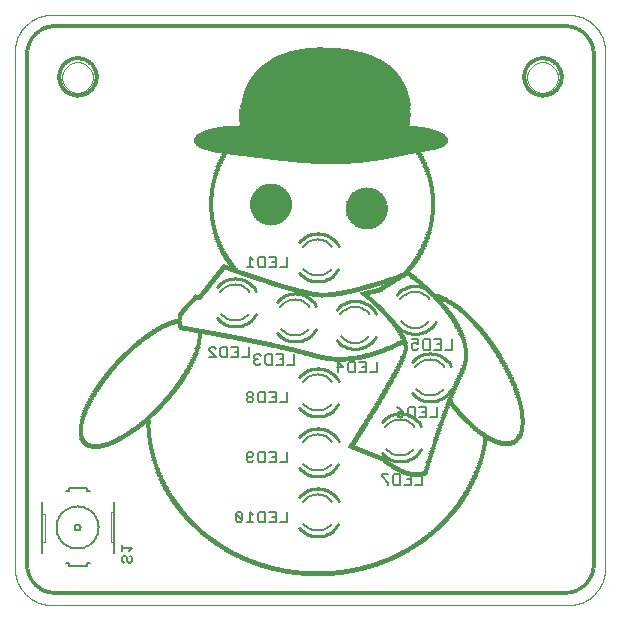
<source format=gbo>
G75*
G70*
%OFA0B0*%
%FSLAX24Y24*%
%IPPOS*%
%LPD*%
%AMOC8*
5,1,8,0,0,1.08239X$1,22.5*
%
%ADD10C,0.0000*%
%ADD11C,0.0060*%
%ADD12C,0.0100*%
%ADD13C,0.0020*%
%ADD14R,1.7233X0.0017*%
%ADD15R,1.7433X0.0017*%
%ADD16R,1.7567X0.0017*%
%ADD17R,1.7667X0.0017*%
%ADD18R,1.7767X0.0017*%
%ADD19R,1.7833X0.0017*%
%ADD20R,1.7900X0.0017*%
%ADD21R,0.0334X0.0017*%
%ADD22R,0.0333X0.0017*%
%ADD23R,0.0300X0.0017*%
%ADD24R,0.0250X0.0017*%
%ADD25R,0.0233X0.0017*%
%ADD26R,0.0217X0.0017*%
%ADD27R,0.0200X0.0017*%
%ADD28R,0.0200X0.0017*%
%ADD29R,0.0183X0.0017*%
%ADD30R,0.0184X0.0017*%
%ADD31R,0.0183X0.0017*%
%ADD32R,0.0167X0.0017*%
%ADD33R,0.0166X0.0017*%
%ADD34R,0.0167X0.0017*%
%ADD35R,0.0166X0.0017*%
%ADD36R,0.0150X0.0017*%
%ADD37R,0.0150X0.0017*%
%ADD38R,0.0133X0.0017*%
%ADD39R,0.0134X0.0017*%
%ADD40R,0.0133X0.0017*%
%ADD41R,0.0134X0.0017*%
%ADD42R,0.0117X0.0017*%
%ADD43R,0.0116X0.0017*%
%ADD44R,0.0117X0.0017*%
%ADD45R,0.0116X0.0017*%
%ADD46R,0.0650X0.0017*%
%ADD47R,0.1116X0.0017*%
%ADD48R,0.1433X0.0017*%
%ADD49R,0.1716X0.0017*%
%ADD50R,0.1933X0.0017*%
%ADD51R,0.2133X0.0017*%
%ADD52R,0.2333X0.0017*%
%ADD53R,0.2484X0.0017*%
%ADD54R,0.2650X0.0017*%
%ADD55R,0.0100X0.0017*%
%ADD56R,0.1017X0.0017*%
%ADD57R,0.1016X0.0017*%
%ADD58R,0.0883X0.0017*%
%ADD59R,0.0867X0.0017*%
%ADD60R,0.0783X0.0017*%
%ADD61R,0.0800X0.0017*%
%ADD62R,0.0717X0.0017*%
%ADD63R,0.0733X0.0017*%
%ADD64R,0.0683X0.0017*%
%ADD65R,0.0100X0.0017*%
%ADD66R,0.0650X0.0017*%
%ADD67R,0.0633X0.0017*%
%ADD68R,0.0600X0.0017*%
%ADD69R,0.0583X0.0017*%
%ADD70R,0.0584X0.0017*%
%ADD71R,0.0550X0.0017*%
%ADD72R,0.0567X0.0017*%
%ADD73R,0.0534X0.0017*%
%ADD74R,0.0517X0.0017*%
%ADD75R,0.0500X0.0017*%
%ADD76R,0.0483X0.0017*%
%ADD77R,0.0484X0.0017*%
%ADD78R,0.0467X0.0017*%
%ADD79R,0.0467X0.0017*%
%ADD80R,0.0450X0.0017*%
%ADD81R,0.0450X0.0017*%
%ADD82R,0.0433X0.0017*%
%ADD83R,0.0417X0.0017*%
%ADD84R,0.0433X0.0017*%
%ADD85R,0.0417X0.0017*%
%ADD86R,0.0400X0.0017*%
%ADD87R,0.0400X0.0017*%
%ADD88R,0.0383X0.0017*%
%ADD89R,0.0384X0.0017*%
%ADD90R,0.0367X0.0017*%
%ADD91R,0.0384X0.0017*%
%ADD92R,0.0367X0.0017*%
%ADD93R,0.0366X0.0017*%
%ADD94R,0.0350X0.0017*%
%ADD95R,0.0350X0.0017*%
%ADD96R,0.0334X0.0017*%
%ADD97R,0.0317X0.0017*%
%ADD98R,0.0316X0.0017*%
%ADD99R,0.0317X0.0017*%
%ADD100R,0.0300X0.0017*%
%ADD101R,0.0283X0.0017*%
%ADD102R,0.0284X0.0017*%
%ADD103R,0.0283X0.0017*%
%ADD104R,0.0284X0.0017*%
%ADD105R,0.0267X0.0017*%
%ADD106R,0.0267X0.0017*%
%ADD107R,0.0266X0.0017*%
%ADD108R,0.0250X0.0017*%
%ADD109R,0.0234X0.0017*%
%ADD110R,0.0234X0.0017*%
%ADD111R,0.0233X0.0017*%
%ADD112R,0.0217X0.0017*%
%ADD113R,0.0216X0.0017*%
%ADD114R,0.0216X0.0017*%
%ADD115R,0.0184X0.0017*%
%ADD116R,0.0734X0.0017*%
%ADD117R,0.0850X0.0017*%
%ADD118R,0.0933X0.0017*%
%ADD119R,0.0366X0.0017*%
%ADD120R,0.0383X0.0017*%
%ADD121R,0.0083X0.0017*%
%ADD122R,0.0600X0.0017*%
%ADD123R,0.0767X0.0017*%
%ADD124R,0.0833X0.0017*%
%ADD125R,0.0900X0.0017*%
%ADD126R,0.0950X0.0017*%
%ADD127R,0.0583X0.0017*%
%ADD128R,0.0516X0.0017*%
%ADD129R,0.0333X0.0017*%
%ADD130R,0.0667X0.0017*%
%ADD131R,0.0716X0.0017*%
%ADD132R,0.0416X0.0017*%
%ADD133R,0.0784X0.0017*%
%ADD134R,0.1033X0.0017*%
%ADD135R,0.1217X0.0017*%
%ADD136R,0.1383X0.0017*%
%ADD137R,0.1517X0.0017*%
%ADD138R,0.1650X0.0017*%
%ADD139R,0.1783X0.0017*%
%ADD140R,0.1917X0.0017*%
%ADD141R,0.0783X0.0017*%
%ADD142R,0.0633X0.0017*%
%ADD143R,0.0616X0.0017*%
%ADD144R,0.0566X0.0017*%
%ADD145R,0.0567X0.0017*%
%ADD146R,0.0550X0.0017*%
%ADD147R,0.0533X0.0017*%
%ADD148R,0.0516X0.0017*%
%ADD149R,0.0416X0.0017*%
%ADD150R,0.0634X0.0017*%
%ADD151R,0.0683X0.0017*%
%ADD152R,0.0700X0.0017*%
%ADD153R,0.0700X0.0017*%
%ADD154R,0.0717X0.0017*%
%ADD155R,0.0734X0.0017*%
%ADD156R,0.0750X0.0017*%
%ADD157R,0.0750X0.0017*%
%ADD158R,0.0766X0.0017*%
%ADD159R,0.0800X0.0017*%
%ADD160R,0.0817X0.0017*%
%ADD161R,0.0883X0.0017*%
%ADD162R,0.0266X0.0017*%
%ADD163R,0.0816X0.0017*%
%ADD164R,0.0834X0.0017*%
%ADD165R,0.0834X0.0017*%
%ADD166R,0.0666X0.0017*%
%ADD167R,0.0500X0.0017*%
%ADD168R,0.0517X0.0017*%
%ADD169R,0.0050X0.0017*%
%ADD170R,0.0483X0.0017*%
%ADD171R,0.0084X0.0017*%
%ADD172R,0.0966X0.0017*%
%ADD173R,0.1167X0.0017*%
%ADD174R,0.1316X0.0017*%
%ADD175R,0.0033X0.0017*%
%ADD176R,0.1467X0.0017*%
%ADD177R,0.1617X0.0017*%
%ADD178R,0.1750X0.0017*%
%ADD179R,0.0866X0.0017*%
%ADD180R,0.0733X0.0017*%
%ADD181R,0.0617X0.0017*%
%ADD182R,0.0533X0.0017*%
%ADD183R,0.0534X0.0017*%
%ADD184R,0.0767X0.0017*%
%ADD185R,0.0484X0.0017*%
%ADD186R,0.0466X0.0017*%
%ADD187R,0.0066X0.0017*%
%ADD188R,0.0766X0.0017*%
%ADD189R,0.0817X0.0017*%
%ADD190R,0.0016X0.0017*%
%ADD191R,0.0934X0.0017*%
%ADD192R,0.0983X0.0017*%
%ADD193R,0.1000X0.0017*%
%ADD194R,0.1034X0.0017*%
%ADD195R,0.0716X0.0017*%
%ADD196R,0.1050X0.0017*%
%ADD197R,0.1083X0.0017*%
%ADD198R,0.0816X0.0017*%
%ADD199R,0.1117X0.0017*%
%ADD200R,0.0850X0.0017*%
%ADD201R,0.1150X0.0017*%
%ADD202R,0.1166X0.0017*%
%ADD203R,0.1183X0.0017*%
%ADD204R,0.0984X0.0017*%
%ADD205R,0.1200X0.0017*%
%ADD206R,0.1033X0.0017*%
%ADD207R,0.1250X0.0017*%
%ADD208R,0.1067X0.0017*%
%ADD209R,0.1250X0.0017*%
%ADD210R,0.1100X0.0017*%
%ADD211R,0.1283X0.0017*%
%ADD212R,0.1283X0.0017*%
%ADD213R,0.1150X0.0017*%
%ADD214R,0.1300X0.0017*%
%ADD215R,0.1317X0.0017*%
%ADD216R,0.1184X0.0017*%
%ADD217R,0.1317X0.0017*%
%ADD218R,0.1200X0.0017*%
%ADD219R,0.1334X0.0017*%
%ADD220R,0.1216X0.0017*%
%ADD221R,0.1350X0.0017*%
%ADD222R,0.1350X0.0017*%
%ADD223R,0.1267X0.0017*%
%ADD224R,0.1284X0.0017*%
%ADD225R,0.1366X0.0017*%
%ADD226R,0.1383X0.0017*%
%ADD227R,0.1300X0.0017*%
%ADD228R,0.1333X0.0017*%
%ADD229R,0.1367X0.0017*%
%ADD230R,0.1367X0.0017*%
%ADD231R,0.1384X0.0017*%
%ADD232R,0.1384X0.0017*%
%ADD233R,0.1366X0.0017*%
%ADD234R,0.1334X0.0017*%
%ADD235R,0.1333X0.0017*%
%ADD236R,0.1217X0.0017*%
%ADD237R,0.1316X0.0017*%
%ADD238R,0.1183X0.0017*%
%ADD239R,0.1284X0.0017*%
%ADD240R,0.1117X0.0017*%
%ADD241R,0.1066X0.0017*%
%ADD242R,0.1233X0.0017*%
%ADD243R,0.0983X0.0017*%
%ADD244R,0.1184X0.0017*%
%ADD245R,0.1116X0.0017*%
%ADD246R,0.1084X0.0017*%
%ADD247R,0.0967X0.0017*%
%ADD248R,0.0884X0.0017*%
%ADD249R,0.0017X0.0017*%
%ADD250R,0.2167X0.0017*%
%ADD251R,0.2500X0.0017*%
%ADD252R,0.2766X0.0017*%
%ADD253R,0.3050X0.0017*%
%ADD254R,0.3316X0.0017*%
%ADD255R,0.3550X0.0017*%
%ADD256R,0.3767X0.0017*%
%ADD257R,0.4000X0.0017*%
%ADD258R,0.4217X0.0017*%
%ADD259R,0.4416X0.0017*%
%ADD260R,0.4650X0.0017*%
%ADD261R,0.4867X0.0017*%
%ADD262R,0.5083X0.0017*%
%ADD263R,0.5300X0.0017*%
%ADD264R,0.5516X0.0017*%
%ADD265R,0.5734X0.0017*%
%ADD266R,0.5950X0.0017*%
%ADD267R,0.6283X0.0017*%
%ADD268R,0.6384X0.0017*%
%ADD269R,0.6750X0.0017*%
%ADD270R,0.6834X0.0017*%
%ADD271R,0.6950X0.0017*%
%ADD272R,0.7117X0.0017*%
%ADD273R,0.7300X0.0017*%
%ADD274R,0.7433X0.0017*%
%ADD275R,0.7600X0.0017*%
%ADD276R,0.7717X0.0017*%
%ADD277R,0.7833X0.0017*%
%ADD278R,0.7933X0.0017*%
%ADD279R,0.8016X0.0017*%
%ADD280R,0.8100X0.0017*%
%ADD281R,0.8167X0.0017*%
%ADD282R,0.8217X0.0017*%
%ADD283R,0.8266X0.0017*%
%ADD284R,0.8300X0.0017*%
%ADD285R,0.8334X0.0017*%
%ADD286R,0.8366X0.0017*%
%ADD287R,0.8400X0.0017*%
%ADD288R,0.8434X0.0017*%
%ADD289R,0.8434X0.0017*%
%ADD290R,0.8400X0.0017*%
%ADD291R,0.8366X0.0017*%
%ADD292R,0.8234X0.0017*%
%ADD293R,0.8166X0.0017*%
%ADD294R,0.8134X0.0017*%
%ADD295R,0.8066X0.0017*%
%ADD296R,0.8000X0.0017*%
%ADD297R,0.7934X0.0017*%
%ADD298R,0.7866X0.0017*%
%ADD299R,0.7800X0.0017*%
%ADD300R,0.7700X0.0017*%
%ADD301R,0.7500X0.0017*%
%ADD302R,0.7366X0.0017*%
%ADD303R,0.7234X0.0017*%
%ADD304R,0.7100X0.0017*%
%ADD305R,0.6934X0.0017*%
%ADD306R,0.6700X0.0017*%
%ADD307R,0.6500X0.0017*%
%ADD308R,0.6117X0.0017*%
%ADD309R,0.5683X0.0017*%
%ADD310R,0.5666X0.0017*%
%ADD311R,0.5683X0.0017*%
%ADD312R,0.5700X0.0017*%
%ADD313R,0.5700X0.0017*%
%ADD314R,0.5716X0.0017*%
%ADD315R,0.5716X0.0017*%
%ADD316R,0.5667X0.0017*%
%ADD317R,0.5667X0.0017*%
%ADD318R,0.5650X0.0017*%
%ADD319R,0.5650X0.0017*%
%ADD320R,0.5634X0.0017*%
%ADD321R,0.5617X0.0017*%
%ADD322R,0.5617X0.0017*%
%ADD323R,0.5600X0.0017*%
%ADD324R,0.5600X0.0017*%
%ADD325R,0.5583X0.0017*%
%ADD326R,0.5583X0.0017*%
%ADD327R,0.5566X0.0017*%
%ADD328R,0.5566X0.0017*%
%ADD329R,0.5534X0.0017*%
%ADD330R,0.5534X0.0017*%
%ADD331R,0.5517X0.0017*%
%ADD332R,0.0667X0.0017*%
%ADD333R,0.5500X0.0017*%
%ADD334R,0.5500X0.0017*%
%ADD335R,0.5483X0.0017*%
%ADD336R,0.5483X0.0017*%
%ADD337R,0.5466X0.0017*%
%ADD338R,0.5450X0.0017*%
%ADD339R,0.5450X0.0017*%
%ADD340R,0.5434X0.0017*%
%ADD341R,0.5417X0.0017*%
%ADD342R,0.5417X0.0017*%
%ADD343R,0.5383X0.0017*%
%ADD344R,0.5367X0.0017*%
%ADD345R,0.5350X0.0017*%
%ADD346R,0.5317X0.0017*%
%ADD347R,0.5317X0.0017*%
%ADD348R,0.5283X0.0017*%
%ADD349R,0.5283X0.0017*%
%ADD350R,0.5267X0.0017*%
%ADD351R,0.5250X0.0017*%
%ADD352R,0.5233X0.0017*%
%ADD353R,0.5217X0.0017*%
%ADD354R,0.5200X0.0017*%
%ADD355R,0.5183X0.0017*%
%ADD356R,0.5167X0.0017*%
%ADD357R,0.5133X0.0017*%
%ADD358R,0.5117X0.0017*%
%ADD359R,0.5100X0.0017*%
%ADD360R,0.5083X0.0017*%
%ADD361R,0.5067X0.0017*%
%ADD362R,0.5033X0.0017*%
%ADD363R,0.5017X0.0017*%
%ADD364R,0.5000X0.0017*%
%ADD365R,0.4967X0.0017*%
%ADD366R,0.4950X0.0017*%
%ADD367R,0.4933X0.0017*%
%ADD368R,0.4900X0.0017*%
%ADD369R,0.4883X0.0017*%
%ADD370R,0.4850X0.0017*%
%ADD371R,0.4833X0.0017*%
%ADD372R,0.4800X0.0017*%
%ADD373R,0.4783X0.0017*%
%ADD374R,0.4750X0.0017*%
%ADD375R,0.4717X0.0017*%
%ADD376R,0.4683X0.0017*%
%ADD377R,0.4617X0.0017*%
%ADD378R,0.4583X0.0017*%
%ADD379R,0.4567X0.0017*%
%ADD380R,0.4533X0.0017*%
%ADD381R,0.4500X0.0017*%
%ADD382R,0.4450X0.0017*%
%ADD383R,0.4417X0.0017*%
%ADD384R,0.4383X0.0017*%
%ADD385R,0.4350X0.0017*%
%ADD386R,0.4317X0.0017*%
%ADD387R,0.4283X0.0017*%
%ADD388R,0.4234X0.0017*%
%ADD389R,0.4200X0.0017*%
%ADD390R,0.4150X0.0017*%
%ADD391R,0.4100X0.0017*%
%ADD392R,0.4066X0.0017*%
%ADD393R,0.4034X0.0017*%
%ADD394R,0.3966X0.0017*%
%ADD395R,0.3934X0.0017*%
%ADD396R,0.3866X0.0017*%
%ADD397R,0.3817X0.0017*%
%ADD398R,0.3766X0.0017*%
%ADD399R,0.3717X0.0017*%
%ADD400R,0.3650X0.0017*%
%ADD401R,0.3583X0.0017*%
%ADD402R,0.3533X0.0017*%
%ADD403R,0.3467X0.0017*%
%ADD404R,0.3400X0.0017*%
%ADD405R,0.3333X0.0017*%
%ADD406R,0.3267X0.0017*%
%ADD407R,0.3184X0.0017*%
%ADD408R,0.3116X0.0017*%
%ADD409R,0.3016X0.0017*%
%ADD410R,0.2933X0.0017*%
%ADD411R,0.2850X0.0017*%
%ADD412R,0.2750X0.0017*%
%ADD413R,0.2650X0.0017*%
%ADD414R,0.2550X0.0017*%
%ADD415R,0.2434X0.0017*%
%ADD416R,0.2300X0.0017*%
%ADD417R,0.2166X0.0017*%
%ADD418R,0.2033X0.0017*%
%ADD419R,0.1867X0.0017*%
%ADD420R,0.1684X0.0017*%
%ADD421R,0.1484X0.0017*%
%ADD422R,0.0900X0.0017*%
%ADD423R,1.7900X0.0017*%
%ADD424R,1.7833X0.0017*%
%ADD425R,1.7667X0.0017*%
%ADD426R,1.7600X0.0017*%
%ADD427R,1.7467X0.0017*%
%ADD428R,1.7267X0.0017*%
D10*
X000559Y001809D02*
X000559Y018994D01*
X000561Y019062D01*
X000566Y019129D01*
X000575Y019196D01*
X000588Y019263D01*
X000605Y019328D01*
X000624Y019393D01*
X000648Y019457D01*
X000675Y019519D01*
X000705Y019580D01*
X000738Y019638D01*
X000774Y019695D01*
X000814Y019750D01*
X000856Y019803D01*
X000902Y019854D01*
X000949Y019901D01*
X001000Y019947D01*
X001053Y019989D01*
X001108Y020029D01*
X001165Y020065D01*
X001223Y020098D01*
X001284Y020128D01*
X001346Y020155D01*
X001410Y020179D01*
X001475Y020198D01*
X001540Y020215D01*
X001607Y020228D01*
X001674Y020237D01*
X001741Y020242D01*
X001809Y020244D01*
X018994Y020244D01*
X019062Y020242D01*
X019129Y020237D01*
X019196Y020228D01*
X019263Y020215D01*
X019328Y020198D01*
X019393Y020179D01*
X019457Y020155D01*
X019519Y020128D01*
X019580Y020098D01*
X019638Y020065D01*
X019695Y020029D01*
X019750Y019989D01*
X019803Y019947D01*
X019854Y019901D01*
X019901Y019854D01*
X019947Y019803D01*
X019989Y019750D01*
X020029Y019695D01*
X020065Y019638D01*
X020098Y019580D01*
X020128Y019519D01*
X020155Y019457D01*
X020179Y019393D01*
X020198Y019328D01*
X020215Y019263D01*
X020228Y019196D01*
X020237Y019129D01*
X020242Y019062D01*
X020244Y018994D01*
X020244Y001809D01*
X020242Y001741D01*
X020237Y001674D01*
X020228Y001607D01*
X020215Y001540D01*
X020198Y001475D01*
X020179Y001410D01*
X020155Y001346D01*
X020128Y001284D01*
X020098Y001223D01*
X020065Y001165D01*
X020029Y001108D01*
X019989Y001053D01*
X019947Y001000D01*
X019901Y000949D01*
X019854Y000902D01*
X019803Y000856D01*
X019750Y000814D01*
X019695Y000774D01*
X019638Y000738D01*
X019580Y000705D01*
X019519Y000675D01*
X019457Y000648D01*
X019393Y000624D01*
X019328Y000605D01*
X019263Y000588D01*
X019196Y000575D01*
X019129Y000566D01*
X019062Y000561D01*
X018994Y000559D01*
X001809Y000559D01*
X001741Y000561D01*
X001674Y000566D01*
X001607Y000575D01*
X001540Y000588D01*
X001475Y000605D01*
X001410Y000624D01*
X001346Y000648D01*
X001284Y000675D01*
X001223Y000705D01*
X001165Y000738D01*
X001108Y000774D01*
X001053Y000814D01*
X001000Y000856D01*
X000949Y000902D01*
X000902Y000949D01*
X000856Y001000D01*
X000814Y001053D01*
X000774Y001108D01*
X000738Y001165D01*
X000705Y001223D01*
X000675Y001284D01*
X000648Y001346D01*
X000624Y001410D01*
X000605Y001475D01*
X000588Y001540D01*
X000575Y001607D01*
X000566Y001674D01*
X000561Y001741D01*
X000559Y001809D01*
X002139Y018151D02*
X002141Y018196D01*
X002147Y018240D01*
X002156Y018284D01*
X002170Y018326D01*
X002187Y018367D01*
X002208Y018407D01*
X002232Y018445D01*
X002259Y018480D01*
X002289Y018513D01*
X002322Y018543D01*
X002357Y018570D01*
X002395Y018594D01*
X002435Y018615D01*
X002476Y018632D01*
X002518Y018646D01*
X002562Y018655D01*
X002606Y018661D01*
X002651Y018663D01*
X002696Y018661D01*
X002740Y018655D01*
X002784Y018646D01*
X002826Y018632D01*
X002867Y018615D01*
X002907Y018594D01*
X002945Y018570D01*
X002980Y018543D01*
X003013Y018513D01*
X003043Y018480D01*
X003070Y018445D01*
X003094Y018407D01*
X003115Y018367D01*
X003132Y018326D01*
X003146Y018284D01*
X003155Y018240D01*
X003161Y018196D01*
X003163Y018151D01*
X003161Y018106D01*
X003155Y018062D01*
X003146Y018018D01*
X003132Y017976D01*
X003115Y017935D01*
X003094Y017895D01*
X003070Y017857D01*
X003043Y017822D01*
X003013Y017789D01*
X002980Y017759D01*
X002945Y017732D01*
X002907Y017708D01*
X002867Y017687D01*
X002826Y017670D01*
X002784Y017656D01*
X002740Y017647D01*
X002696Y017641D01*
X002651Y017639D01*
X002606Y017641D01*
X002562Y017647D01*
X002518Y017656D01*
X002476Y017670D01*
X002435Y017687D01*
X002395Y017708D01*
X002357Y017732D01*
X002322Y017759D01*
X002289Y017789D01*
X002259Y017822D01*
X002232Y017857D01*
X002208Y017895D01*
X002187Y017935D01*
X002170Y017976D01*
X002156Y018018D01*
X002147Y018062D01*
X002141Y018106D01*
X002139Y018151D01*
X017639Y018151D02*
X017641Y018196D01*
X017647Y018240D01*
X017656Y018284D01*
X017670Y018326D01*
X017687Y018367D01*
X017708Y018407D01*
X017732Y018445D01*
X017759Y018480D01*
X017789Y018513D01*
X017822Y018543D01*
X017857Y018570D01*
X017895Y018594D01*
X017935Y018615D01*
X017976Y018632D01*
X018018Y018646D01*
X018062Y018655D01*
X018106Y018661D01*
X018151Y018663D01*
X018196Y018661D01*
X018240Y018655D01*
X018284Y018646D01*
X018326Y018632D01*
X018367Y018615D01*
X018407Y018594D01*
X018445Y018570D01*
X018480Y018543D01*
X018513Y018513D01*
X018543Y018480D01*
X018570Y018445D01*
X018594Y018407D01*
X018615Y018367D01*
X018632Y018326D01*
X018646Y018284D01*
X018655Y018240D01*
X018661Y018196D01*
X018663Y018151D01*
X018661Y018106D01*
X018655Y018062D01*
X018646Y018018D01*
X018632Y017976D01*
X018615Y017935D01*
X018594Y017895D01*
X018570Y017857D01*
X018543Y017822D01*
X018513Y017789D01*
X018480Y017759D01*
X018445Y017732D01*
X018407Y017708D01*
X018367Y017687D01*
X018326Y017670D01*
X018284Y017656D01*
X018240Y017647D01*
X018196Y017641D01*
X018151Y017639D01*
X018106Y017641D01*
X018062Y017647D01*
X018018Y017656D01*
X017976Y017670D01*
X017935Y017687D01*
X017895Y017708D01*
X017857Y017732D01*
X017822Y017759D01*
X017789Y017789D01*
X017759Y017822D01*
X017732Y017857D01*
X017708Y017895D01*
X017687Y017935D01*
X017670Y017976D01*
X017656Y018018D01*
X017647Y018062D01*
X017641Y018106D01*
X017639Y018151D01*
D11*
X011125Y011783D02*
X011095Y011748D01*
X011064Y011715D01*
X011029Y011685D01*
X010993Y011658D01*
X010955Y011634D01*
X010915Y011612D01*
X010873Y011594D01*
X010830Y011578D01*
X010786Y011566D01*
X010742Y011558D01*
X010696Y011553D01*
X010651Y011551D01*
X010606Y011553D01*
X010560Y011558D01*
X010516Y011566D01*
X010472Y011578D01*
X010429Y011594D01*
X010387Y011612D01*
X010347Y011634D01*
X010309Y011658D01*
X010273Y011685D01*
X010238Y011715D01*
X010207Y011748D01*
X010177Y011783D01*
X009621Y011831D02*
X009621Y012172D01*
X009621Y011831D02*
X009394Y011831D01*
X009253Y011831D02*
X009026Y011831D01*
X008885Y011831D02*
X008715Y011831D01*
X008658Y011888D01*
X008658Y012115D01*
X008715Y012172D01*
X008885Y012172D01*
X008885Y011831D01*
X009140Y012001D02*
X009253Y012001D01*
X009253Y011831D02*
X009253Y012172D01*
X009026Y012172D01*
X008516Y012058D02*
X008403Y012172D01*
X008403Y011831D01*
X008516Y011831D02*
X008289Y011831D01*
X008375Y010283D02*
X008345Y010248D01*
X008314Y010215D01*
X008279Y010185D01*
X008243Y010158D01*
X008205Y010134D01*
X008165Y010112D01*
X008123Y010094D01*
X008080Y010078D01*
X008036Y010066D01*
X007992Y010058D01*
X007946Y010053D01*
X007901Y010051D01*
X007856Y010053D01*
X007810Y010058D01*
X007766Y010066D01*
X007722Y010078D01*
X007679Y010094D01*
X007637Y010112D01*
X007597Y010134D01*
X007559Y010158D01*
X007523Y010185D01*
X007488Y010215D01*
X007457Y010248D01*
X007427Y010283D01*
X007901Y011251D02*
X007947Y011249D01*
X007993Y011244D01*
X008039Y011235D01*
X008084Y011223D01*
X008127Y011207D01*
X008169Y011188D01*
X008210Y011165D01*
X008249Y011140D01*
X008285Y011112D01*
X008320Y011081D01*
X008352Y011047D01*
X008381Y011011D01*
X007901Y011251D02*
X007854Y011249D01*
X007806Y011243D01*
X007760Y011234D01*
X007714Y011221D01*
X007670Y011205D01*
X007626Y011185D01*
X007585Y011161D01*
X007546Y011135D01*
X007509Y011105D01*
X007474Y011072D01*
X007442Y011037D01*
X007413Y011000D01*
X007465Y009172D02*
X007635Y009172D01*
X007635Y008831D01*
X007465Y008831D01*
X007408Y008888D01*
X007408Y009115D01*
X007465Y009172D01*
X007266Y009115D02*
X007210Y009172D01*
X007096Y009172D01*
X007039Y009115D01*
X007039Y009058D01*
X007266Y008831D01*
X007039Y008831D01*
X007776Y008831D02*
X008003Y008831D01*
X008003Y009172D01*
X007776Y009172D01*
X007890Y009001D02*
X008003Y009001D01*
X008144Y008831D02*
X008371Y008831D01*
X008371Y009172D01*
X008596Y008922D02*
X008539Y008865D01*
X008539Y008808D01*
X008596Y008751D01*
X008539Y008695D01*
X008539Y008638D01*
X008596Y008581D01*
X008710Y008581D01*
X008766Y008638D01*
X008908Y008638D02*
X008908Y008865D01*
X008965Y008922D01*
X009135Y008922D01*
X009135Y008581D01*
X008965Y008581D01*
X008908Y008638D01*
X008766Y008865D02*
X008710Y008922D01*
X008596Y008922D01*
X008596Y008751D02*
X008653Y008751D01*
X009276Y008581D02*
X009503Y008581D01*
X009503Y008922D01*
X009276Y008922D01*
X009390Y008751D02*
X009503Y008751D01*
X009644Y008581D02*
X009871Y008581D01*
X009871Y008922D01*
X009901Y009551D02*
X009946Y009553D01*
X009992Y009558D01*
X010036Y009566D01*
X010080Y009578D01*
X010123Y009594D01*
X010165Y009612D01*
X010205Y009634D01*
X010243Y009658D01*
X010279Y009685D01*
X010314Y009715D01*
X010345Y009748D01*
X010375Y009783D01*
X009901Y009551D02*
X009856Y009553D01*
X009810Y009558D01*
X009766Y009566D01*
X009722Y009578D01*
X009679Y009594D01*
X009637Y009612D01*
X009597Y009634D01*
X009559Y009658D01*
X009523Y009685D01*
X009488Y009715D01*
X009457Y009748D01*
X009427Y009783D01*
X009901Y010751D02*
X009947Y010749D01*
X009993Y010744D01*
X010039Y010735D01*
X010084Y010723D01*
X010127Y010707D01*
X010169Y010688D01*
X010210Y010665D01*
X010249Y010640D01*
X010285Y010612D01*
X010320Y010581D01*
X010352Y010547D01*
X010381Y010511D01*
X009901Y010751D02*
X009854Y010749D01*
X009806Y010743D01*
X009760Y010734D01*
X009714Y010721D01*
X009670Y010705D01*
X009626Y010685D01*
X009585Y010661D01*
X009546Y010635D01*
X009509Y010605D01*
X009474Y010572D01*
X009442Y010537D01*
X009413Y010500D01*
X010651Y012751D02*
X010697Y012749D01*
X010743Y012744D01*
X010789Y012735D01*
X010834Y012723D01*
X010877Y012707D01*
X010919Y012688D01*
X010960Y012665D01*
X010999Y012640D01*
X011035Y012612D01*
X011070Y012581D01*
X011102Y012547D01*
X011131Y012511D01*
X010651Y012751D02*
X010604Y012749D01*
X010556Y012743D01*
X010510Y012734D01*
X010464Y012721D01*
X010420Y012705D01*
X010376Y012685D01*
X010335Y012661D01*
X010296Y012635D01*
X010259Y012605D01*
X010224Y012572D01*
X010192Y012537D01*
X010163Y012500D01*
X011901Y009301D02*
X011946Y009303D01*
X011992Y009308D01*
X012036Y009316D01*
X012080Y009328D01*
X012123Y009344D01*
X012165Y009362D01*
X012205Y009384D01*
X012243Y009408D01*
X012279Y009435D01*
X012314Y009465D01*
X012345Y009498D01*
X012375Y009533D01*
X011901Y009301D02*
X011856Y009303D01*
X011810Y009308D01*
X011766Y009316D01*
X011722Y009328D01*
X011679Y009344D01*
X011637Y009362D01*
X011597Y009384D01*
X011559Y009408D01*
X011523Y009435D01*
X011488Y009465D01*
X011457Y009498D01*
X011427Y009533D01*
X011901Y010501D02*
X011947Y010499D01*
X011993Y010494D01*
X012039Y010485D01*
X012084Y010473D01*
X012127Y010457D01*
X012169Y010438D01*
X012210Y010415D01*
X012249Y010390D01*
X012285Y010362D01*
X012320Y010331D01*
X012352Y010297D01*
X012381Y010261D01*
X011901Y010501D02*
X011854Y010499D01*
X011806Y010493D01*
X011760Y010484D01*
X011714Y010471D01*
X011670Y010455D01*
X011626Y010435D01*
X011585Y010411D01*
X011546Y010385D01*
X011509Y010355D01*
X011474Y010322D01*
X011442Y010287D01*
X011413Y010250D01*
X011346Y008672D02*
X011516Y008501D01*
X011289Y008501D01*
X011346Y008331D02*
X011346Y008672D01*
X011658Y008615D02*
X011658Y008388D01*
X011715Y008331D01*
X011885Y008331D01*
X011885Y008672D01*
X011715Y008672D01*
X011658Y008615D01*
X012026Y008672D02*
X012253Y008672D01*
X012253Y008331D01*
X012026Y008331D01*
X012140Y008501D02*
X012253Y008501D01*
X012394Y008331D02*
X012621Y008331D01*
X012621Y008672D01*
X013789Y009138D02*
X013846Y009081D01*
X013960Y009081D01*
X014016Y009138D01*
X014016Y009251D02*
X013903Y009308D01*
X013846Y009308D01*
X013789Y009251D01*
X013789Y009138D01*
X014016Y009251D02*
X014016Y009422D01*
X013789Y009422D01*
X014158Y009365D02*
X014158Y009138D01*
X014215Y009081D01*
X014385Y009081D01*
X014385Y009422D01*
X014215Y009422D01*
X014158Y009365D01*
X014526Y009422D02*
X014753Y009422D01*
X014753Y009081D01*
X014526Y009081D01*
X014640Y009251D02*
X014753Y009251D01*
X014894Y009081D02*
X015121Y009081D01*
X015121Y009422D01*
X014875Y007783D02*
X014845Y007748D01*
X014814Y007715D01*
X014779Y007685D01*
X014743Y007658D01*
X014705Y007634D01*
X014665Y007612D01*
X014623Y007594D01*
X014580Y007578D01*
X014536Y007566D01*
X014492Y007558D01*
X014446Y007553D01*
X014401Y007551D01*
X014253Y007172D02*
X014026Y007172D01*
X013885Y007172D02*
X013715Y007172D01*
X013658Y007115D01*
X013658Y006888D01*
X013715Y006831D01*
X013885Y006831D01*
X013885Y007172D01*
X014140Y007001D02*
X014253Y007001D01*
X014253Y006831D02*
X014026Y006831D01*
X014253Y006831D02*
X014253Y007172D01*
X014621Y007172D02*
X014621Y006831D01*
X014394Y006831D01*
X013516Y006888D02*
X013460Y006831D01*
X013346Y006831D01*
X013289Y006888D01*
X013289Y006945D01*
X013346Y007001D01*
X013516Y007001D01*
X013516Y006888D01*
X013516Y007001D02*
X013403Y007115D01*
X013289Y007172D01*
X013875Y005783D02*
X013845Y005748D01*
X013814Y005715D01*
X013779Y005685D01*
X013743Y005658D01*
X013705Y005634D01*
X013665Y005612D01*
X013623Y005594D01*
X013580Y005578D01*
X013536Y005566D01*
X013492Y005558D01*
X013446Y005553D01*
X013401Y005551D01*
X013356Y005553D01*
X013310Y005558D01*
X013266Y005566D01*
X013222Y005578D01*
X013179Y005594D01*
X013137Y005612D01*
X013097Y005634D01*
X013059Y005658D01*
X013023Y005685D01*
X012988Y005715D01*
X012957Y005748D01*
X012927Y005783D01*
X013401Y006751D02*
X013447Y006749D01*
X013493Y006744D01*
X013539Y006735D01*
X013584Y006723D01*
X013627Y006707D01*
X013669Y006688D01*
X013710Y006665D01*
X013749Y006640D01*
X013785Y006612D01*
X013820Y006581D01*
X013852Y006547D01*
X013881Y006511D01*
X013401Y006751D02*
X013354Y006749D01*
X013306Y006743D01*
X013260Y006734D01*
X013214Y006721D01*
X013170Y006705D01*
X013126Y006685D01*
X013085Y006661D01*
X013046Y006635D01*
X013009Y006605D01*
X012974Y006572D01*
X012942Y006537D01*
X012913Y006500D01*
X013016Y004922D02*
X012789Y004922D01*
X012789Y004865D01*
X013016Y004638D01*
X013016Y004581D01*
X013158Y004638D02*
X013158Y004865D01*
X013215Y004922D01*
X013385Y004922D01*
X013385Y004581D01*
X013215Y004581D01*
X013158Y004638D01*
X013526Y004581D02*
X013753Y004581D01*
X013753Y004922D01*
X013526Y004922D01*
X013640Y004751D02*
X013753Y004751D01*
X013894Y004581D02*
X014121Y004581D01*
X014121Y004922D01*
X014401Y007551D02*
X014356Y007553D01*
X014310Y007558D01*
X014266Y007566D01*
X014222Y007578D01*
X014179Y007594D01*
X014137Y007612D01*
X014097Y007634D01*
X014059Y007658D01*
X014023Y007685D01*
X013988Y007715D01*
X013957Y007748D01*
X013927Y007783D01*
X014401Y008751D02*
X014447Y008749D01*
X014493Y008744D01*
X014539Y008735D01*
X014584Y008723D01*
X014627Y008707D01*
X014669Y008688D01*
X014710Y008665D01*
X014749Y008640D01*
X014785Y008612D01*
X014820Y008581D01*
X014852Y008547D01*
X014881Y008511D01*
X014401Y008751D02*
X014354Y008749D01*
X014306Y008743D01*
X014260Y008734D01*
X014214Y008721D01*
X014170Y008705D01*
X014126Y008685D01*
X014085Y008661D01*
X014046Y008635D01*
X014009Y008605D01*
X013974Y008572D01*
X013942Y008537D01*
X013913Y008500D01*
X013901Y009801D02*
X013946Y009803D01*
X013992Y009808D01*
X014036Y009816D01*
X014080Y009828D01*
X014123Y009844D01*
X014165Y009862D01*
X014205Y009884D01*
X014243Y009908D01*
X014279Y009935D01*
X014314Y009965D01*
X014345Y009998D01*
X014375Y010033D01*
X013901Y009801D02*
X013856Y009803D01*
X013810Y009808D01*
X013766Y009816D01*
X013722Y009828D01*
X013679Y009844D01*
X013637Y009862D01*
X013597Y009884D01*
X013559Y009908D01*
X013523Y009935D01*
X013488Y009965D01*
X013457Y009998D01*
X013427Y010033D01*
X013901Y011001D02*
X013947Y010999D01*
X013993Y010994D01*
X014039Y010985D01*
X014084Y010973D01*
X014127Y010957D01*
X014169Y010938D01*
X014210Y010915D01*
X014249Y010890D01*
X014285Y010862D01*
X014320Y010831D01*
X014352Y010797D01*
X014381Y010761D01*
X013901Y011001D02*
X013854Y010999D01*
X013806Y010993D01*
X013760Y010984D01*
X013714Y010971D01*
X013670Y010955D01*
X013626Y010935D01*
X013585Y010911D01*
X013546Y010885D01*
X013509Y010855D01*
X013474Y010822D01*
X013442Y010787D01*
X013413Y010750D01*
X011125Y007283D02*
X011095Y007248D01*
X011064Y007215D01*
X011029Y007185D01*
X010993Y007158D01*
X010955Y007134D01*
X010915Y007112D01*
X010873Y007094D01*
X010830Y007078D01*
X010786Y007066D01*
X010742Y007058D01*
X010696Y007053D01*
X010651Y007051D01*
X010606Y007053D01*
X010560Y007058D01*
X010516Y007066D01*
X010472Y007078D01*
X010429Y007094D01*
X010387Y007112D01*
X010347Y007134D01*
X010309Y007158D01*
X010273Y007185D01*
X010238Y007215D01*
X010207Y007248D01*
X010177Y007283D01*
X009621Y007331D02*
X009394Y007331D01*
X009253Y007331D02*
X009253Y007672D01*
X009026Y007672D01*
X008885Y007672D02*
X008885Y007331D01*
X008715Y007331D01*
X008658Y007388D01*
X008658Y007615D01*
X008715Y007672D01*
X008885Y007672D01*
X009140Y007501D02*
X009253Y007501D01*
X009253Y007331D02*
X009026Y007331D01*
X008516Y007388D02*
X008516Y007445D01*
X008460Y007501D01*
X008346Y007501D01*
X008289Y007445D01*
X008289Y007388D01*
X008346Y007331D01*
X008460Y007331D01*
X008516Y007388D01*
X008460Y007501D02*
X008516Y007558D01*
X008516Y007615D01*
X008460Y007672D01*
X008346Y007672D01*
X008289Y007615D01*
X008289Y007558D01*
X008346Y007501D01*
X009621Y007672D02*
X009621Y007331D01*
X010651Y008251D02*
X010697Y008249D01*
X010743Y008244D01*
X010789Y008235D01*
X010834Y008223D01*
X010877Y008207D01*
X010919Y008188D01*
X010960Y008165D01*
X010999Y008140D01*
X011035Y008112D01*
X011070Y008081D01*
X011102Y008047D01*
X011131Y008011D01*
X010651Y008251D02*
X010604Y008249D01*
X010556Y008243D01*
X010510Y008234D01*
X010464Y008221D01*
X010420Y008205D01*
X010376Y008185D01*
X010335Y008161D01*
X010296Y008135D01*
X010259Y008105D01*
X010224Y008072D01*
X010192Y008037D01*
X010163Y008000D01*
X009621Y005672D02*
X009621Y005331D01*
X009394Y005331D01*
X009253Y005331D02*
X009026Y005331D01*
X008885Y005331D02*
X008715Y005331D01*
X008658Y005388D01*
X008658Y005615D01*
X008715Y005672D01*
X008885Y005672D01*
X008885Y005331D01*
X009140Y005501D02*
X009253Y005501D01*
X009253Y005331D02*
X009253Y005672D01*
X009026Y005672D01*
X008516Y005615D02*
X008516Y005558D01*
X008460Y005501D01*
X008289Y005501D01*
X008289Y005388D02*
X008289Y005615D01*
X008346Y005672D01*
X008460Y005672D01*
X008516Y005615D01*
X008516Y005388D02*
X008460Y005331D01*
X008346Y005331D01*
X008289Y005388D01*
X008403Y003672D02*
X008403Y003331D01*
X008516Y003331D02*
X008289Y003331D01*
X008148Y003388D02*
X007921Y003615D01*
X007921Y003388D01*
X007978Y003331D01*
X008091Y003331D01*
X008148Y003388D01*
X008148Y003615D01*
X008091Y003672D01*
X007978Y003672D01*
X007921Y003615D01*
X008403Y003672D02*
X008516Y003558D01*
X008658Y003615D02*
X008658Y003388D01*
X008715Y003331D01*
X008885Y003331D01*
X008885Y003672D01*
X008715Y003672D01*
X008658Y003615D01*
X009026Y003672D02*
X009253Y003672D01*
X009253Y003331D01*
X009026Y003331D01*
X009140Y003501D02*
X009253Y003501D01*
X009394Y003331D02*
X009621Y003331D01*
X009621Y003672D01*
X010651Y003051D02*
X010696Y003053D01*
X010742Y003058D01*
X010786Y003066D01*
X010830Y003078D01*
X010873Y003094D01*
X010915Y003112D01*
X010955Y003134D01*
X010993Y003158D01*
X011029Y003185D01*
X011064Y003215D01*
X011095Y003248D01*
X011125Y003283D01*
X010651Y003051D02*
X010606Y003053D01*
X010560Y003058D01*
X010516Y003066D01*
X010472Y003078D01*
X010429Y003094D01*
X010387Y003112D01*
X010347Y003134D01*
X010309Y003158D01*
X010273Y003185D01*
X010238Y003215D01*
X010207Y003248D01*
X010177Y003283D01*
X010651Y004251D02*
X010697Y004249D01*
X010743Y004244D01*
X010789Y004235D01*
X010834Y004223D01*
X010877Y004207D01*
X010919Y004188D01*
X010960Y004165D01*
X010999Y004140D01*
X011035Y004112D01*
X011070Y004081D01*
X011102Y004047D01*
X011131Y004011D01*
X010651Y004251D02*
X010604Y004249D01*
X010556Y004243D01*
X010510Y004234D01*
X010464Y004221D01*
X010420Y004205D01*
X010376Y004185D01*
X010335Y004161D01*
X010296Y004135D01*
X010259Y004105D01*
X010224Y004072D01*
X010192Y004037D01*
X010163Y004000D01*
X010651Y005051D02*
X010696Y005053D01*
X010742Y005058D01*
X010786Y005066D01*
X010830Y005078D01*
X010873Y005094D01*
X010915Y005112D01*
X010955Y005134D01*
X010993Y005158D01*
X011029Y005185D01*
X011064Y005215D01*
X011095Y005248D01*
X011125Y005283D01*
X010651Y005051D02*
X010606Y005053D01*
X010560Y005058D01*
X010516Y005066D01*
X010472Y005078D01*
X010429Y005094D01*
X010387Y005112D01*
X010347Y005134D01*
X010309Y005158D01*
X010273Y005185D01*
X010238Y005215D01*
X010207Y005248D01*
X010177Y005283D01*
X010651Y006251D02*
X010697Y006249D01*
X010743Y006244D01*
X010789Y006235D01*
X010834Y006223D01*
X010877Y006207D01*
X010919Y006188D01*
X010960Y006165D01*
X010999Y006140D01*
X011035Y006112D01*
X011070Y006081D01*
X011102Y006047D01*
X011131Y006011D01*
X010651Y006251D02*
X010604Y006249D01*
X010556Y006243D01*
X010510Y006234D01*
X010464Y006221D01*
X010420Y006205D01*
X010376Y006185D01*
X010335Y006161D01*
X010296Y006135D01*
X010259Y006105D01*
X010224Y006072D01*
X010192Y006037D01*
X010163Y006000D01*
X004472Y002463D02*
X004131Y002463D01*
X004131Y002350D02*
X004131Y002576D01*
X003851Y002651D02*
X003851Y002301D01*
X004131Y002151D02*
X004131Y002038D01*
X004188Y001981D01*
X004301Y002038D02*
X004301Y002151D01*
X004245Y002208D01*
X004188Y002208D01*
X004131Y002151D01*
X004301Y002038D02*
X004358Y001981D01*
X004415Y001981D01*
X004472Y002038D01*
X004472Y002151D01*
X004415Y002208D01*
X004358Y002350D02*
X004472Y002463D01*
X003851Y002651D02*
X003851Y003651D01*
X003851Y004001D01*
X003051Y004351D02*
X002951Y004351D01*
X002951Y004451D01*
X002351Y004451D01*
X002351Y004351D01*
X002251Y004351D01*
X001451Y004001D02*
X001451Y003601D01*
X001451Y002651D01*
X001451Y002301D01*
X002251Y001951D02*
X002351Y001951D01*
X002351Y001851D01*
X002951Y001851D01*
X002951Y001951D01*
X003051Y001951D01*
X002551Y003151D02*
X002553Y003171D01*
X002559Y003189D01*
X002568Y003207D01*
X002580Y003222D01*
X002595Y003234D01*
X002613Y003243D01*
X002631Y003249D01*
X002651Y003251D01*
X002671Y003249D01*
X002689Y003243D01*
X002707Y003234D01*
X002722Y003222D01*
X002734Y003207D01*
X002743Y003189D01*
X002749Y003171D01*
X002751Y003151D01*
X002749Y003131D01*
X002743Y003113D01*
X002734Y003095D01*
X002722Y003080D01*
X002707Y003068D01*
X002689Y003059D01*
X002671Y003053D01*
X002651Y003051D01*
X002631Y003053D01*
X002613Y003059D01*
X002595Y003068D01*
X002580Y003080D01*
X002568Y003095D01*
X002559Y003113D01*
X002553Y003131D01*
X002551Y003151D01*
X001951Y003151D02*
X001953Y003203D01*
X001959Y003255D01*
X001969Y003307D01*
X001982Y003357D01*
X001999Y003407D01*
X002020Y003455D01*
X002045Y003501D01*
X002073Y003545D01*
X002104Y003587D01*
X002138Y003627D01*
X002175Y003664D01*
X002215Y003698D01*
X002257Y003729D01*
X002301Y003757D01*
X002347Y003782D01*
X002395Y003803D01*
X002445Y003820D01*
X002495Y003833D01*
X002547Y003843D01*
X002599Y003849D01*
X002651Y003851D01*
X002703Y003849D01*
X002755Y003843D01*
X002807Y003833D01*
X002857Y003820D01*
X002907Y003803D01*
X002955Y003782D01*
X003001Y003757D01*
X003045Y003729D01*
X003087Y003698D01*
X003127Y003664D01*
X003164Y003627D01*
X003198Y003587D01*
X003229Y003545D01*
X003257Y003501D01*
X003282Y003455D01*
X003303Y003407D01*
X003320Y003357D01*
X003333Y003307D01*
X003343Y003255D01*
X003349Y003203D01*
X003351Y003151D01*
X003349Y003099D01*
X003343Y003047D01*
X003333Y002995D01*
X003320Y002945D01*
X003303Y002895D01*
X003282Y002847D01*
X003257Y002801D01*
X003229Y002757D01*
X003198Y002715D01*
X003164Y002675D01*
X003127Y002638D01*
X003087Y002604D01*
X003045Y002573D01*
X003001Y002545D01*
X002955Y002520D01*
X002907Y002499D01*
X002857Y002482D01*
X002807Y002469D01*
X002755Y002459D01*
X002703Y002453D01*
X002651Y002451D01*
X002599Y002453D01*
X002547Y002459D01*
X002495Y002469D01*
X002445Y002482D01*
X002395Y002499D01*
X002347Y002520D01*
X002301Y002545D01*
X002257Y002573D01*
X002215Y002604D01*
X002175Y002638D01*
X002138Y002675D01*
X002104Y002715D01*
X002073Y002757D01*
X002045Y002801D01*
X002020Y002847D01*
X001999Y002895D01*
X001982Y002945D01*
X001969Y002995D01*
X001959Y003047D01*
X001953Y003099D01*
X001951Y003151D01*
D12*
X007901Y011451D02*
X007955Y011449D01*
X008009Y011444D01*
X008062Y011435D01*
X008115Y011422D01*
X008166Y011406D01*
X008216Y011386D01*
X008265Y011363D01*
X008313Y011337D01*
X008358Y011308D01*
X008401Y011275D01*
X008442Y011240D01*
X008481Y011202D01*
X008517Y011162D01*
X008550Y011119D01*
X008580Y011074D01*
X008607Y011027D01*
X008596Y010254D02*
X008566Y010206D01*
X008533Y010161D01*
X008497Y010118D01*
X008459Y010077D01*
X008417Y010040D01*
X008373Y010005D01*
X008327Y009974D01*
X008278Y009945D01*
X008228Y009921D01*
X008176Y009900D01*
X008122Y009882D01*
X008068Y009869D01*
X008013Y009859D01*
X007957Y009853D01*
X007901Y009851D01*
X007848Y009853D01*
X007794Y009858D01*
X007742Y009867D01*
X007690Y009879D01*
X007639Y009895D01*
X007589Y009914D01*
X007540Y009937D01*
X007493Y009963D01*
X007448Y009991D01*
X007405Y010023D01*
X007365Y010057D01*
X007326Y010095D01*
X007290Y010134D01*
X007286Y011163D02*
X007322Y011203D01*
X007361Y011241D01*
X007402Y011276D01*
X007445Y011308D01*
X007490Y011338D01*
X007537Y011364D01*
X007586Y011386D01*
X007637Y011406D01*
X007688Y011422D01*
X007740Y011435D01*
X007794Y011444D01*
X007847Y011449D01*
X007901Y011451D01*
X009901Y010951D02*
X009955Y010949D01*
X010009Y010944D01*
X010062Y010935D01*
X010115Y010922D01*
X010166Y010906D01*
X010216Y010886D01*
X010265Y010863D01*
X010313Y010837D01*
X010358Y010808D01*
X010401Y010775D01*
X010442Y010740D01*
X010481Y010702D01*
X010517Y010662D01*
X010550Y010619D01*
X010580Y010574D01*
X010607Y010527D01*
X010596Y009754D02*
X010566Y009706D01*
X010533Y009661D01*
X010497Y009618D01*
X010459Y009577D01*
X010417Y009540D01*
X010373Y009505D01*
X010327Y009474D01*
X010278Y009445D01*
X010228Y009421D01*
X010176Y009400D01*
X010122Y009382D01*
X010068Y009369D01*
X010013Y009359D01*
X009957Y009353D01*
X009901Y009351D01*
X009848Y009353D01*
X009794Y009358D01*
X009742Y009367D01*
X009690Y009379D01*
X009639Y009395D01*
X009589Y009414D01*
X009540Y009437D01*
X009493Y009463D01*
X009448Y009491D01*
X009405Y009523D01*
X009365Y009557D01*
X009326Y009595D01*
X009290Y009634D01*
X009286Y010663D02*
X009322Y010703D01*
X009361Y010741D01*
X009402Y010776D01*
X009445Y010808D01*
X009490Y010838D01*
X009537Y010864D01*
X009586Y010886D01*
X009637Y010906D01*
X009688Y010922D01*
X009740Y010935D01*
X009794Y010944D01*
X009847Y010949D01*
X009901Y010951D01*
X010651Y012951D02*
X010705Y012949D01*
X010759Y012944D01*
X010812Y012935D01*
X010865Y012922D01*
X010916Y012906D01*
X010966Y012886D01*
X011015Y012863D01*
X011063Y012837D01*
X011108Y012808D01*
X011151Y012775D01*
X011192Y012740D01*
X011231Y012702D01*
X011267Y012662D01*
X011300Y012619D01*
X011330Y012574D01*
X011357Y012527D01*
X011346Y011754D02*
X011316Y011706D01*
X011283Y011661D01*
X011247Y011618D01*
X011209Y011577D01*
X011167Y011540D01*
X011123Y011505D01*
X011077Y011474D01*
X011028Y011445D01*
X010978Y011421D01*
X010926Y011400D01*
X010872Y011382D01*
X010818Y011369D01*
X010763Y011359D01*
X010707Y011353D01*
X010651Y011351D01*
X010598Y011353D01*
X010544Y011358D01*
X010492Y011367D01*
X010440Y011379D01*
X010389Y011395D01*
X010339Y011414D01*
X010290Y011437D01*
X010243Y011463D01*
X010198Y011491D01*
X010155Y011523D01*
X010115Y011557D01*
X010076Y011595D01*
X010040Y011634D01*
X010036Y012663D02*
X010072Y012703D01*
X010111Y012741D01*
X010152Y012776D01*
X010195Y012808D01*
X010240Y012838D01*
X010287Y012864D01*
X010336Y012886D01*
X010387Y012906D01*
X010438Y012922D01*
X010490Y012935D01*
X010544Y012944D01*
X010597Y012949D01*
X010651Y012951D01*
X011290Y009384D02*
X011326Y009345D01*
X011365Y009307D01*
X011405Y009273D01*
X011448Y009241D01*
X011493Y009213D01*
X011540Y009187D01*
X011589Y009164D01*
X011639Y009145D01*
X011690Y009129D01*
X011742Y009117D01*
X011794Y009108D01*
X011848Y009103D01*
X011901Y009101D01*
X011957Y009103D01*
X012013Y009109D01*
X012068Y009119D01*
X012122Y009132D01*
X012176Y009150D01*
X012228Y009171D01*
X012278Y009195D01*
X012327Y009224D01*
X012373Y009255D01*
X012417Y009290D01*
X012459Y009327D01*
X012497Y009368D01*
X012533Y009411D01*
X012566Y009456D01*
X012596Y009504D01*
X012607Y010277D02*
X012580Y010324D01*
X012550Y010369D01*
X012517Y010412D01*
X012481Y010452D01*
X012442Y010490D01*
X012401Y010525D01*
X012358Y010558D01*
X012313Y010587D01*
X012265Y010613D01*
X012216Y010636D01*
X012166Y010656D01*
X012115Y010672D01*
X012062Y010685D01*
X012009Y010694D01*
X011955Y010699D01*
X011901Y010701D01*
X011847Y010699D01*
X011794Y010694D01*
X011740Y010685D01*
X011688Y010672D01*
X011637Y010656D01*
X011586Y010636D01*
X011537Y010614D01*
X011490Y010588D01*
X011445Y010558D01*
X011402Y010526D01*
X011361Y010491D01*
X011322Y010453D01*
X011286Y010413D01*
X013901Y011201D02*
X013955Y011199D01*
X014009Y011194D01*
X014062Y011185D01*
X014115Y011172D01*
X014166Y011156D01*
X014216Y011136D01*
X014265Y011113D01*
X014313Y011087D01*
X014358Y011058D01*
X014401Y011025D01*
X014442Y010990D01*
X014481Y010952D01*
X014517Y010912D01*
X014550Y010869D01*
X014580Y010824D01*
X014607Y010777D01*
X014596Y010004D02*
X014566Y009956D01*
X014533Y009911D01*
X014497Y009868D01*
X014459Y009827D01*
X014417Y009790D01*
X014373Y009755D01*
X014327Y009724D01*
X014278Y009695D01*
X014228Y009671D01*
X014176Y009650D01*
X014122Y009632D01*
X014068Y009619D01*
X014013Y009609D01*
X013957Y009603D01*
X013901Y009601D01*
X013848Y009603D01*
X013794Y009608D01*
X013742Y009617D01*
X013690Y009629D01*
X013639Y009645D01*
X013589Y009664D01*
X013540Y009687D01*
X013493Y009713D01*
X013448Y009741D01*
X013405Y009773D01*
X013365Y009807D01*
X013326Y009845D01*
X013290Y009884D01*
X013286Y010913D02*
X013322Y010953D01*
X013361Y010991D01*
X013402Y011026D01*
X013445Y011058D01*
X013490Y011088D01*
X013537Y011114D01*
X013586Y011136D01*
X013637Y011156D01*
X013688Y011172D01*
X013740Y011185D01*
X013794Y011194D01*
X013847Y011199D01*
X013901Y011201D01*
X015096Y007754D02*
X015066Y007706D01*
X015033Y007661D01*
X014997Y007618D01*
X014959Y007577D01*
X014917Y007540D01*
X014873Y007505D01*
X014827Y007474D01*
X014778Y007445D01*
X014728Y007421D01*
X014676Y007400D01*
X014622Y007382D01*
X014568Y007369D01*
X014513Y007359D01*
X014457Y007353D01*
X014401Y007351D01*
X014348Y007353D01*
X014294Y007358D01*
X014242Y007367D01*
X014190Y007379D01*
X014139Y007395D01*
X014089Y007414D01*
X014040Y007437D01*
X013993Y007463D01*
X013948Y007491D01*
X013905Y007523D01*
X013865Y007557D01*
X013826Y007595D01*
X013790Y007634D01*
X014401Y008951D02*
X014455Y008949D01*
X014509Y008944D01*
X014562Y008935D01*
X014615Y008922D01*
X014666Y008906D01*
X014716Y008886D01*
X014765Y008863D01*
X014813Y008837D01*
X014858Y008808D01*
X014901Y008775D01*
X014942Y008740D01*
X014981Y008702D01*
X015017Y008662D01*
X015050Y008619D01*
X015080Y008574D01*
X015107Y008527D01*
X014401Y008951D02*
X014347Y008949D01*
X014294Y008944D01*
X014240Y008935D01*
X014188Y008922D01*
X014137Y008906D01*
X014086Y008886D01*
X014037Y008864D01*
X013990Y008838D01*
X013945Y008808D01*
X013902Y008776D01*
X013861Y008741D01*
X013822Y008703D01*
X013786Y008663D01*
X014096Y005754D02*
X014066Y005706D01*
X014033Y005661D01*
X013997Y005618D01*
X013959Y005577D01*
X013917Y005540D01*
X013873Y005505D01*
X013827Y005474D01*
X013778Y005445D01*
X013728Y005421D01*
X013676Y005400D01*
X013622Y005382D01*
X013568Y005369D01*
X013513Y005359D01*
X013457Y005353D01*
X013401Y005351D01*
X013348Y005353D01*
X013294Y005358D01*
X013242Y005367D01*
X013190Y005379D01*
X013139Y005395D01*
X013089Y005414D01*
X013040Y005437D01*
X012993Y005463D01*
X012948Y005491D01*
X012905Y005523D01*
X012865Y005557D01*
X012826Y005595D01*
X012790Y005634D01*
X013401Y006951D02*
X013455Y006949D01*
X013509Y006944D01*
X013562Y006935D01*
X013615Y006922D01*
X013666Y006906D01*
X013716Y006886D01*
X013765Y006863D01*
X013813Y006837D01*
X013858Y006808D01*
X013901Y006775D01*
X013942Y006740D01*
X013981Y006702D01*
X014017Y006662D01*
X014050Y006619D01*
X014080Y006574D01*
X014107Y006527D01*
X013401Y006951D02*
X013347Y006949D01*
X013294Y006944D01*
X013240Y006935D01*
X013188Y006922D01*
X013137Y006906D01*
X013086Y006886D01*
X013037Y006864D01*
X012990Y006838D01*
X012945Y006808D01*
X012902Y006776D01*
X012861Y006741D01*
X012822Y006703D01*
X012786Y006663D01*
X011346Y007254D02*
X011316Y007206D01*
X011283Y007161D01*
X011247Y007118D01*
X011209Y007077D01*
X011167Y007040D01*
X011123Y007005D01*
X011077Y006974D01*
X011028Y006945D01*
X010978Y006921D01*
X010926Y006900D01*
X010872Y006882D01*
X010818Y006869D01*
X010763Y006859D01*
X010707Y006853D01*
X010651Y006851D01*
X010598Y006853D01*
X010544Y006858D01*
X010492Y006867D01*
X010440Y006879D01*
X010389Y006895D01*
X010339Y006914D01*
X010290Y006937D01*
X010243Y006963D01*
X010198Y006991D01*
X010155Y007023D01*
X010115Y007057D01*
X010076Y007095D01*
X010040Y007134D01*
X010651Y008451D02*
X010705Y008449D01*
X010759Y008444D01*
X010812Y008435D01*
X010865Y008422D01*
X010916Y008406D01*
X010966Y008386D01*
X011015Y008363D01*
X011063Y008337D01*
X011108Y008308D01*
X011151Y008275D01*
X011192Y008240D01*
X011231Y008202D01*
X011267Y008162D01*
X011300Y008119D01*
X011330Y008074D01*
X011357Y008027D01*
X010651Y008451D02*
X010597Y008449D01*
X010544Y008444D01*
X010490Y008435D01*
X010438Y008422D01*
X010387Y008406D01*
X010336Y008386D01*
X010287Y008364D01*
X010240Y008338D01*
X010195Y008308D01*
X010152Y008276D01*
X010111Y008241D01*
X010072Y008203D01*
X010036Y008163D01*
X011346Y005254D02*
X011316Y005206D01*
X011283Y005161D01*
X011247Y005118D01*
X011209Y005077D01*
X011167Y005040D01*
X011123Y005005D01*
X011077Y004974D01*
X011028Y004945D01*
X010978Y004921D01*
X010926Y004900D01*
X010872Y004882D01*
X010818Y004869D01*
X010763Y004859D01*
X010707Y004853D01*
X010651Y004851D01*
X010598Y004853D01*
X010544Y004858D01*
X010492Y004867D01*
X010440Y004879D01*
X010389Y004895D01*
X010339Y004914D01*
X010290Y004937D01*
X010243Y004963D01*
X010198Y004991D01*
X010155Y005023D01*
X010115Y005057D01*
X010076Y005095D01*
X010040Y005134D01*
X010651Y006451D02*
X010705Y006449D01*
X010759Y006444D01*
X010812Y006435D01*
X010865Y006422D01*
X010916Y006406D01*
X010966Y006386D01*
X011015Y006363D01*
X011063Y006337D01*
X011108Y006308D01*
X011151Y006275D01*
X011192Y006240D01*
X011231Y006202D01*
X011267Y006162D01*
X011300Y006119D01*
X011330Y006074D01*
X011357Y006027D01*
X010651Y006451D02*
X010597Y006449D01*
X010544Y006444D01*
X010490Y006435D01*
X010438Y006422D01*
X010387Y006406D01*
X010336Y006386D01*
X010287Y006364D01*
X010240Y006338D01*
X010195Y006308D01*
X010152Y006276D01*
X010111Y006241D01*
X010072Y006203D01*
X010036Y006163D01*
X011346Y003254D02*
X011316Y003206D01*
X011283Y003161D01*
X011247Y003118D01*
X011209Y003077D01*
X011167Y003040D01*
X011123Y003005D01*
X011077Y002974D01*
X011028Y002945D01*
X010978Y002921D01*
X010926Y002900D01*
X010872Y002882D01*
X010818Y002869D01*
X010763Y002859D01*
X010707Y002853D01*
X010651Y002851D01*
X010598Y002853D01*
X010544Y002858D01*
X010492Y002867D01*
X010440Y002879D01*
X010389Y002895D01*
X010339Y002914D01*
X010290Y002937D01*
X010243Y002963D01*
X010198Y002991D01*
X010155Y003023D01*
X010115Y003057D01*
X010076Y003095D01*
X010040Y003134D01*
X010651Y004451D02*
X010705Y004449D01*
X010759Y004444D01*
X010812Y004435D01*
X010865Y004422D01*
X010916Y004406D01*
X010966Y004386D01*
X011015Y004363D01*
X011063Y004337D01*
X011108Y004308D01*
X011151Y004275D01*
X011192Y004240D01*
X011231Y004202D01*
X011267Y004162D01*
X011300Y004119D01*
X011330Y004074D01*
X011357Y004027D01*
X010651Y004451D02*
X010597Y004449D01*
X010544Y004444D01*
X010490Y004435D01*
X010438Y004422D01*
X010387Y004406D01*
X010336Y004386D01*
X010287Y004364D01*
X010240Y004338D01*
X010195Y004308D01*
X010152Y004276D01*
X010111Y004241D01*
X010072Y004203D01*
X010036Y004163D01*
D13*
X003851Y003651D02*
X003751Y003651D01*
X003751Y002651D01*
X003851Y002651D01*
X001551Y002651D02*
X001451Y002651D01*
X001551Y002651D02*
X001551Y003601D01*
X001451Y003601D01*
D14*
X010410Y000901D03*
D15*
X010410Y000918D03*
D16*
X010410Y000935D03*
D17*
X010410Y000951D03*
D18*
X010410Y000968D03*
X010410Y019818D03*
D19*
X010410Y000985D03*
D20*
X010409Y001001D03*
D21*
X015076Y007218D03*
X014576Y010868D03*
X006176Y009818D03*
X005526Y009835D03*
X003926Y006018D03*
X019226Y001018D03*
D22*
X013393Y002235D03*
X013360Y002218D03*
X013293Y002185D03*
X013260Y002168D03*
X013443Y005018D03*
X012843Y005385D03*
X008110Y002135D03*
X008043Y002168D03*
X008010Y002185D03*
X003960Y006035D03*
X004910Y006635D03*
X005493Y009818D03*
X012760Y011085D03*
X018160Y017485D03*
X002660Y017485D03*
X001593Y001018D03*
D23*
X001543Y001035D03*
X004026Y006068D03*
X004059Y006085D03*
X004143Y006135D03*
X004926Y006668D03*
X005309Y009718D03*
X005343Y009735D03*
X005393Y009768D03*
X005426Y009785D03*
X005959Y010035D03*
X006676Y010818D03*
X006693Y010835D03*
X006726Y010868D03*
X009109Y013218D03*
X012276Y014435D03*
X012943Y011185D03*
X012859Y011135D03*
X013476Y009318D03*
X014993Y010668D03*
X015076Y007235D03*
X013343Y005068D03*
X013309Y005085D03*
X013643Y002368D03*
X013576Y002335D03*
X013493Y002285D03*
X013459Y002268D03*
X007743Y002318D03*
X007709Y002335D03*
X007626Y002385D03*
X019276Y001035D03*
D24*
X019318Y001051D03*
X014151Y002701D03*
X014084Y002651D03*
X014018Y002601D03*
X012951Y005301D03*
X016134Y006251D03*
X007284Y002601D03*
X007201Y002651D03*
X007134Y002701D03*
X007068Y002751D03*
X004484Y006351D03*
X004551Y006401D03*
X004618Y006451D03*
X004684Y006501D03*
X004951Y006701D03*
X004901Y009451D03*
X004968Y009501D03*
X001501Y001051D03*
D25*
X001460Y001068D03*
X006743Y003018D03*
X006843Y002935D03*
X006860Y002918D03*
X006893Y002885D03*
X006960Y002835D03*
X007093Y002735D03*
X004643Y006468D03*
X004660Y006485D03*
X004710Y006518D03*
X004793Y006585D03*
X004960Y006718D03*
X004493Y009118D03*
X004610Y009218D03*
X004693Y009285D03*
X004760Y009335D03*
X004793Y009368D03*
X004860Y009418D03*
X012293Y010835D03*
X012310Y010818D03*
X012410Y010735D03*
X013843Y011468D03*
X013910Y011418D03*
X013943Y011385D03*
X013960Y011368D03*
X014010Y011335D03*
X015343Y010435D03*
X015410Y010385D03*
X015493Y010318D03*
X015893Y006435D03*
X015910Y006418D03*
X015960Y006385D03*
X016043Y006318D03*
X017260Y006035D03*
X014460Y002935D03*
X014393Y002885D03*
X014310Y002818D03*
X014243Y002768D03*
X019360Y001068D03*
X017843Y017618D03*
X019360Y019718D03*
X002343Y017618D03*
X001460Y019718D03*
D26*
X002335Y018668D03*
X002985Y018668D03*
X006435Y010635D03*
X006418Y010618D03*
X006385Y010585D03*
X006368Y010568D03*
X006335Y010535D03*
X004568Y009185D03*
X004518Y009135D03*
X004435Y009068D03*
X004385Y009018D03*
X004335Y008968D03*
X005385Y007135D03*
X005368Y007118D03*
X005335Y007085D03*
X005318Y007068D03*
X005285Y007035D03*
X005268Y007018D03*
X005235Y006985D03*
X005218Y006968D03*
X005185Y006935D03*
X005168Y006918D03*
X005135Y006885D03*
X005118Y006868D03*
X005018Y006785D03*
X004968Y006735D03*
X006618Y003135D03*
X006635Y003118D03*
X006668Y003085D03*
X006685Y003068D03*
X006718Y003035D03*
X006785Y002985D03*
X001435Y001085D03*
X012368Y010768D03*
X012435Y010718D03*
X012468Y010685D03*
X012485Y010668D03*
X012518Y010635D03*
X012535Y010618D03*
X012635Y010535D03*
X012685Y010485D03*
X012735Y010435D03*
X012785Y010385D03*
X014068Y011285D03*
X014085Y011268D03*
X014118Y011235D03*
X014135Y011218D03*
X014185Y011185D03*
X014235Y011135D03*
X014285Y011085D03*
X014468Y010918D03*
X015435Y010368D03*
X015468Y010335D03*
X015535Y010285D03*
X015585Y010235D03*
X015635Y010185D03*
X015785Y006535D03*
X015835Y006485D03*
X012935Y005318D03*
X012918Y005335D03*
X014785Y003235D03*
X014768Y003218D03*
X014735Y003185D03*
X014718Y003168D03*
X014685Y003135D03*
X014668Y003118D03*
X014635Y003085D03*
X014618Y003068D03*
X014518Y002985D03*
X014435Y002918D03*
X019385Y001085D03*
X018485Y018668D03*
X017835Y018668D03*
D27*
X017809Y018651D03*
X018509Y018651D03*
X013676Y011701D03*
X013626Y011651D03*
X014376Y011001D03*
X014426Y010951D03*
X014759Y010601D03*
X014809Y010551D03*
X015676Y010151D03*
X015726Y010101D03*
X015776Y010051D03*
X015826Y010001D03*
X015876Y009951D03*
X015926Y009901D03*
X015959Y009851D03*
X016009Y009801D03*
X016093Y009701D03*
X016176Y009601D03*
X015243Y007101D03*
X015326Y007001D03*
X015376Y006951D03*
X015409Y006901D03*
X015459Y006851D03*
X015509Y006801D03*
X015559Y006751D03*
X015609Y006701D03*
X015659Y006651D03*
X015709Y006601D03*
X015209Y003701D03*
X015126Y003601D03*
X015043Y003501D03*
X014993Y003451D03*
X014943Y003401D03*
X014909Y003351D03*
X014859Y003301D03*
X014809Y003251D03*
X011809Y005851D03*
X013176Y009951D03*
X013093Y010051D03*
X013009Y010151D03*
X012959Y010201D03*
X012909Y010251D03*
X012859Y010301D03*
X012809Y010351D03*
X007359Y011601D03*
X007043Y011201D03*
X006509Y010701D03*
X006459Y010651D03*
X006309Y010501D03*
X006259Y010451D03*
X004309Y008951D03*
X004259Y008901D03*
X004209Y008851D03*
X004159Y008801D03*
X004109Y008751D03*
X004059Y008701D03*
X004009Y008651D03*
X003926Y008551D03*
X003876Y008501D03*
X003793Y008401D03*
X003709Y008301D03*
X005393Y007151D03*
X005443Y007201D03*
X005493Y007251D03*
X005543Y007301D03*
X005626Y007401D03*
X005709Y007501D03*
X005793Y007601D03*
X006126Y003651D03*
X006209Y003551D03*
X006343Y003401D03*
X006393Y003351D03*
X006443Y003301D03*
X006493Y003251D03*
X006543Y003201D03*
X006593Y003151D03*
X001409Y001101D03*
X002309Y018651D03*
X003009Y018651D03*
X019409Y001101D03*
D28*
X019443Y001118D03*
X015143Y003618D03*
X015109Y003585D03*
X015059Y003518D03*
X015026Y003485D03*
X015009Y003468D03*
X014976Y003435D03*
X014959Y003418D03*
X014943Y003385D03*
X014926Y003368D03*
X014893Y003335D03*
X014876Y003318D03*
X014843Y003285D03*
X014826Y003268D03*
X013926Y004818D03*
X015726Y006585D03*
X015693Y006618D03*
X015676Y006635D03*
X015643Y006668D03*
X015626Y006685D03*
X015593Y006718D03*
X015576Y006735D03*
X015543Y006768D03*
X015526Y006785D03*
X015493Y006818D03*
X015476Y006835D03*
X015443Y006868D03*
X015426Y006885D03*
X015359Y006968D03*
X015343Y006985D03*
X015309Y007018D03*
X015259Y007085D03*
X015226Y007118D03*
X015059Y007318D03*
X016109Y009685D03*
X016026Y009785D03*
X015993Y009818D03*
X015976Y009835D03*
X015943Y009868D03*
X015909Y009918D03*
X015893Y009935D03*
X015859Y009968D03*
X015843Y009985D03*
X015809Y010018D03*
X015793Y010035D03*
X015759Y010068D03*
X015743Y010085D03*
X015709Y010118D03*
X015693Y010135D03*
X015659Y010168D03*
X014943Y010385D03*
X014876Y010468D03*
X014859Y010485D03*
X014793Y010568D03*
X014776Y010585D03*
X014743Y010618D03*
X014726Y010635D03*
X014443Y010935D03*
X014409Y010968D03*
X014393Y010985D03*
X014359Y011018D03*
X014343Y011035D03*
X013659Y011685D03*
X013643Y011668D03*
X013743Y011785D03*
X012576Y010585D03*
X012593Y010568D03*
X012793Y010368D03*
X012826Y010335D03*
X012843Y010318D03*
X012876Y010285D03*
X012893Y010268D03*
X012926Y010235D03*
X012943Y010218D03*
X012976Y010185D03*
X012993Y010168D03*
X013026Y010135D03*
X013076Y010068D03*
X013109Y010035D03*
X007426Y011685D03*
X007293Y011518D03*
X007176Y011368D03*
X007109Y011285D03*
X006859Y010968D03*
X006793Y010885D03*
X006526Y010718D03*
X006493Y010685D03*
X006476Y010668D03*
X006326Y010518D03*
X006293Y010485D03*
X006276Y010468D03*
X006243Y010435D03*
X006226Y010418D03*
X006026Y010068D03*
X004293Y008935D03*
X004276Y008918D03*
X004243Y008885D03*
X004226Y008868D03*
X004193Y008835D03*
X004176Y008818D03*
X004143Y008785D03*
X004126Y008768D03*
X004093Y008735D03*
X004076Y008718D03*
X004043Y008685D03*
X004026Y008668D03*
X003959Y008585D03*
X003943Y008568D03*
X003909Y008535D03*
X003893Y008518D03*
X003859Y008485D03*
X003809Y008418D03*
X003776Y008385D03*
X003726Y008318D03*
X005076Y006835D03*
X005059Y006818D03*
X005409Y007168D03*
X005426Y007185D03*
X005459Y007218D03*
X005476Y007235D03*
X005509Y007268D03*
X005526Y007285D03*
X005559Y007318D03*
X005593Y007368D03*
X005609Y007385D03*
X005643Y007418D03*
X005726Y007518D03*
X005743Y007535D03*
X002876Y005968D03*
X006143Y003635D03*
X006226Y003535D03*
X006243Y003518D03*
X006309Y003435D03*
X006326Y003418D03*
X006359Y003385D03*
X006376Y003368D03*
X006409Y003335D03*
X006426Y003318D03*
X006459Y003285D03*
X006476Y003268D03*
X006509Y003235D03*
X006526Y003218D03*
X006559Y003185D03*
X006576Y003168D03*
X001376Y001118D03*
X002309Y017635D03*
X003009Y017635D03*
X001376Y019668D03*
X001393Y019685D03*
X017809Y017635D03*
X018509Y017635D03*
X019443Y019668D03*
X019426Y019685D03*
D29*
X018535Y018635D03*
X017785Y018635D03*
X017768Y017668D03*
X013918Y012018D03*
X013885Y011968D03*
X013818Y011885D03*
X013785Y011835D03*
X013768Y011818D03*
X013735Y011768D03*
X013685Y011718D03*
X014685Y010685D03*
X014818Y010535D03*
X014835Y010518D03*
X014918Y010418D03*
X014985Y010335D03*
X015018Y010285D03*
X015035Y010268D03*
X015068Y010218D03*
X015135Y010118D03*
X015935Y009885D03*
X016035Y009768D03*
X016068Y009735D03*
X016085Y009718D03*
X016118Y009668D03*
X016168Y009618D03*
X016185Y009585D03*
X016235Y009535D03*
X016235Y009518D03*
X016268Y009485D03*
X016285Y009468D03*
X016318Y009418D03*
X016385Y009335D03*
X016418Y009285D03*
X016468Y009218D03*
X016485Y009185D03*
X016518Y009135D03*
X016535Y009118D03*
X016568Y009068D03*
X016585Y009035D03*
X016618Y008985D03*
X016685Y008885D03*
X015168Y007185D03*
X015185Y007168D03*
X015218Y007135D03*
X015268Y007068D03*
X015385Y006935D03*
X017318Y006085D03*
X015585Y004235D03*
X015418Y003985D03*
X015385Y003935D03*
X015335Y003868D03*
X015318Y003835D03*
X015268Y003785D03*
X015268Y003768D03*
X015235Y003735D03*
X015218Y003718D03*
X015185Y003668D03*
X015068Y003535D03*
X014235Y004985D03*
X012335Y006718D03*
X012435Y006885D03*
X012468Y006935D03*
X012518Y007018D03*
X012218Y006535D03*
X012118Y006368D03*
X012085Y006318D03*
X012035Y006235D03*
X011968Y006135D03*
X011935Y006085D03*
X012818Y007518D03*
X013518Y009368D03*
X013335Y009735D03*
X013318Y009768D03*
X013285Y009818D03*
X013268Y009835D03*
X013235Y009885D03*
X013185Y009935D03*
X013168Y009968D03*
X013118Y010018D03*
X013068Y010085D03*
X013035Y010118D03*
X007818Y011835D03*
X007785Y011868D03*
X007768Y011885D03*
X007735Y011935D03*
X007718Y011968D03*
X007685Y012018D03*
X007668Y012035D03*
X007635Y012085D03*
X007585Y012168D03*
X007418Y011668D03*
X007385Y011635D03*
X007368Y011618D03*
X007335Y011568D03*
X007268Y011485D03*
X007235Y011435D03*
X007218Y011418D03*
X007185Y011385D03*
X007135Y011318D03*
X007068Y011235D03*
X007035Y011185D03*
X007018Y011168D03*
X006985Y011135D03*
X006985Y011118D03*
X006935Y011068D03*
X006918Y011035D03*
X006868Y010985D03*
X006835Y010935D03*
X006818Y010918D03*
X006185Y010368D03*
X006168Y010335D03*
X006235Y008218D03*
X006168Y008118D03*
X006135Y008068D03*
X006118Y008035D03*
X006085Y007985D03*
X006068Y007968D03*
X006035Y007918D03*
X005968Y007818D03*
X005935Y007785D03*
X005918Y007768D03*
X005885Y007718D03*
X005868Y007685D03*
X005818Y007635D03*
X005785Y007585D03*
X005768Y007568D03*
X005685Y007468D03*
X005568Y007335D03*
X003985Y008618D03*
X003818Y008435D03*
X003768Y008368D03*
X003735Y008335D03*
X003685Y008268D03*
X003635Y008218D03*
X003618Y008185D03*
X003585Y008135D03*
X003568Y008118D03*
X003535Y008085D03*
X003485Y008018D03*
X003468Y007985D03*
X003435Y007935D03*
X003418Y007918D03*
X003385Y007868D03*
X003318Y007768D03*
X003285Y007718D03*
X002835Y006018D03*
X002868Y005985D03*
X005785Y004118D03*
X005818Y004068D03*
X005885Y003968D03*
X005918Y003918D03*
X005985Y003835D03*
X006018Y003785D03*
X006035Y003768D03*
X006068Y003735D03*
X006068Y003718D03*
X006118Y003668D03*
X006185Y003585D03*
X006268Y003485D03*
X006285Y003468D03*
X019468Y001135D03*
X002268Y017668D03*
X002285Y018635D03*
X003035Y018635D03*
D30*
X003051Y017668D03*
X007701Y011985D03*
X007751Y011918D03*
X007451Y011718D03*
X007351Y011585D03*
X007301Y011535D03*
X007251Y011468D03*
X007151Y011335D03*
X007101Y011268D03*
X007051Y011218D03*
X006951Y011085D03*
X006901Y011018D03*
X006201Y010385D03*
X006151Y010318D03*
X006201Y008168D03*
X006151Y008085D03*
X006101Y008018D03*
X006051Y007935D03*
X006001Y007868D03*
X005901Y007735D03*
X005851Y007668D03*
X005801Y007618D03*
X005701Y007485D03*
X005651Y007435D03*
X004001Y008635D03*
X003851Y008468D03*
X003701Y008285D03*
X003651Y008235D03*
X003601Y008168D03*
X003501Y008035D03*
X003451Y007968D03*
X003351Y007818D03*
X003251Y007668D03*
X003201Y007585D03*
X005851Y004018D03*
X005951Y003885D03*
X006001Y003818D03*
X006101Y003685D03*
X006151Y003618D03*
X006201Y003568D03*
X001351Y001135D03*
X011801Y005868D03*
X012001Y006185D03*
X012251Y006585D03*
X012301Y006668D03*
X012551Y007068D03*
X012651Y007235D03*
X015051Y007335D03*
X015301Y007035D03*
X015401Y006918D03*
X017351Y006118D03*
X015551Y004185D03*
X015451Y004035D03*
X015351Y003885D03*
X015301Y003818D03*
X015201Y003685D03*
X015151Y003635D03*
X015101Y003568D03*
X016651Y008935D03*
X016601Y009018D03*
X016551Y009085D03*
X016501Y009168D03*
X016451Y009235D03*
X016351Y009368D03*
X016301Y009435D03*
X016201Y009568D03*
X016151Y009635D03*
X015101Y010168D03*
X015001Y010318D03*
X014951Y010368D03*
X014901Y010435D03*
X014701Y010668D03*
X013701Y011735D03*
X013851Y011918D03*
X013951Y012068D03*
X013151Y009985D03*
X013201Y009918D03*
X013301Y009785D03*
X013351Y009718D03*
X013401Y009635D03*
X018551Y017668D03*
D31*
X018535Y017651D03*
X017785Y017651D03*
X019468Y019651D03*
X013868Y011951D03*
X013835Y011901D03*
X013718Y011751D03*
X014718Y010651D03*
X014885Y010451D03*
X014935Y010401D03*
X014968Y010351D03*
X015085Y010201D03*
X015118Y010151D03*
X015185Y010051D03*
X015218Y010001D03*
X016135Y009651D03*
X016218Y009551D03*
X016335Y009401D03*
X016368Y009351D03*
X016435Y009251D03*
X015285Y007051D03*
X017335Y006101D03*
X017368Y006151D03*
X015468Y004051D03*
X015435Y004001D03*
X015285Y003801D03*
X015168Y003651D03*
X015085Y003551D03*
X012135Y006401D03*
X012168Y006451D03*
X012385Y006801D03*
X011918Y006051D03*
X011885Y006001D03*
X011818Y005901D03*
X012868Y007601D03*
X013218Y009901D03*
X013135Y010001D03*
X007768Y011901D03*
X007435Y011701D03*
X007318Y011551D03*
X007285Y011501D03*
X007235Y011451D03*
X007168Y011351D03*
X007118Y011301D03*
X007085Y011251D03*
X006968Y011101D03*
X006918Y011051D03*
X006885Y011001D03*
X006218Y010401D03*
X003968Y008601D03*
X003835Y008451D03*
X003668Y008251D03*
X003635Y008201D03*
X003585Y008151D03*
X003518Y008051D03*
X003368Y007851D03*
X003335Y007801D03*
X005585Y007351D03*
X005668Y007451D03*
X005835Y007651D03*
X005868Y007701D03*
X005918Y007751D03*
X005985Y007851D03*
X006018Y007901D03*
X006285Y008301D03*
X005735Y004201D03*
X005868Y004001D03*
X005935Y003901D03*
X005968Y003851D03*
X006085Y003701D03*
X006168Y003601D03*
X001335Y001151D03*
X002285Y017651D03*
X003035Y017651D03*
X019485Y001151D03*
D32*
X019510Y001168D03*
X015843Y004718D03*
X015793Y004618D03*
X015743Y004518D03*
X015693Y004435D03*
X015693Y004418D03*
X015660Y004368D03*
X015643Y004335D03*
X015610Y004285D03*
X015610Y004268D03*
X015543Y004168D03*
X015510Y004118D03*
X015493Y004085D03*
X015443Y004018D03*
X015410Y003968D03*
X015893Y004835D03*
X015910Y004868D03*
X015960Y004985D03*
X016010Y005118D03*
X016060Y005268D03*
X017360Y006135D03*
X017393Y006185D03*
X017410Y006218D03*
X017410Y006235D03*
X017343Y007468D03*
X017310Y007568D03*
X017293Y007618D03*
X017260Y007718D03*
X017193Y007885D03*
X017160Y007968D03*
X017110Y008085D03*
X017093Y008118D03*
X017060Y008185D03*
X017043Y008218D03*
X017043Y008235D03*
X017010Y008285D03*
X016993Y008318D03*
X016993Y008335D03*
X016960Y008385D03*
X016943Y008418D03*
X016943Y008435D03*
X016910Y008485D03*
X016893Y008518D03*
X016893Y008535D03*
X016860Y008585D03*
X016843Y008618D03*
X016810Y008668D03*
X016810Y008685D03*
X016760Y008768D03*
X016743Y008785D03*
X016710Y008835D03*
X016693Y008868D03*
X016660Y008918D03*
X016393Y009318D03*
X016343Y009385D03*
X015460Y009535D03*
X015443Y009568D03*
X015443Y009585D03*
X015393Y009685D03*
X015343Y009768D03*
X015343Y009785D03*
X015310Y009835D03*
X015293Y009868D03*
X015293Y009885D03*
X015260Y009918D03*
X015260Y009935D03*
X015243Y009968D03*
X015210Y010018D03*
X015193Y010035D03*
X015160Y010085D03*
X015093Y010185D03*
X015060Y010235D03*
X013510Y009435D03*
X013493Y009468D03*
X013460Y009535D03*
X013443Y009568D03*
X013410Y009618D03*
X013243Y009868D03*
X013510Y008818D03*
X013493Y008785D03*
X013443Y008668D03*
X013393Y008568D03*
X013343Y008468D03*
X013293Y008368D03*
X013243Y008268D03*
X013210Y008218D03*
X013193Y008185D03*
X013193Y008168D03*
X013160Y008118D03*
X013143Y008085D03*
X013110Y008035D03*
X013110Y008018D03*
X013093Y007985D03*
X013060Y007935D03*
X013043Y007918D03*
X013010Y007835D03*
X012993Y007818D03*
X012960Y007768D03*
X012943Y007735D03*
X012943Y007718D03*
X012910Y007685D03*
X012910Y007668D03*
X012893Y007635D03*
X012860Y007585D03*
X012843Y007568D03*
X012793Y007485D03*
X012793Y007468D03*
X012760Y007418D03*
X012743Y007385D03*
X012710Y007335D03*
X012693Y007318D03*
X012643Y007218D03*
X012610Y007168D03*
X012593Y007135D03*
X012560Y007085D03*
X012493Y006985D03*
X012493Y006968D03*
X012460Y006918D03*
X012410Y006835D03*
X012393Y006818D03*
X012360Y006768D03*
X012343Y006735D03*
X012310Y006685D03*
X012243Y006568D03*
X012210Y006518D03*
X012193Y006485D03*
X012160Y006435D03*
X012143Y006418D03*
X012093Y006335D03*
X012060Y006285D03*
X012060Y006268D03*
X011993Y006168D03*
X011960Y006118D03*
X011910Y006035D03*
X011893Y006018D03*
X011860Y005968D03*
X011843Y005935D03*
X011810Y005885D03*
X014293Y005118D03*
X014343Y005285D03*
X014360Y005335D03*
X014593Y006068D03*
X014610Y006118D03*
X014660Y006268D03*
X014693Y006368D03*
X014710Y006418D03*
X014743Y006518D03*
X014760Y006568D03*
X014893Y006935D03*
X014910Y006985D03*
X014960Y007118D03*
X015060Y007385D03*
X015093Y007468D03*
X015110Y007518D03*
X015160Y007635D03*
X015193Y007718D03*
X015210Y007768D03*
X015243Y007835D03*
X015260Y007885D03*
X015310Y007985D03*
X015343Y008068D03*
X015393Y008168D03*
X015443Y008268D03*
X015493Y008385D03*
X015510Y008418D03*
X015543Y008518D03*
X013810Y011868D03*
X013860Y011935D03*
X013893Y011985D03*
X013960Y012085D03*
X013993Y012135D03*
X014010Y012168D03*
X014043Y012218D03*
X014060Y012235D03*
X014093Y012318D03*
X014110Y012335D03*
X014160Y012435D03*
X014193Y012518D03*
X014243Y012618D03*
X014260Y012668D03*
X014260Y015135D03*
X014243Y015168D03*
X014193Y015285D03*
X014160Y015368D03*
X014143Y015385D03*
X014110Y015468D03*
X014093Y015485D03*
X014043Y015568D03*
X014043Y015585D03*
X010743Y019118D03*
X007543Y015568D03*
X007510Y015485D03*
X007493Y015468D03*
X007443Y015368D03*
X007393Y015268D03*
X007360Y015185D03*
X007293Y015018D03*
X007260Y014918D03*
X007243Y012935D03*
X007293Y012785D03*
X007310Y012735D03*
X007360Y012618D03*
X007393Y012535D03*
X007443Y012435D03*
X007443Y012418D03*
X007460Y012385D03*
X007493Y012335D03*
X007493Y012318D03*
X007543Y012235D03*
X007560Y012218D03*
X007610Y012135D03*
X007610Y012118D03*
X007643Y012068D03*
X006093Y010235D03*
X006093Y010218D03*
X006660Y009135D03*
X006643Y009085D03*
X006593Y008935D03*
X006510Y008735D03*
X006493Y008685D03*
X006460Y008618D03*
X006443Y008585D03*
X006410Y008535D03*
X006410Y008518D03*
X006393Y008485D03*
X006360Y008435D03*
X006360Y008418D03*
X006310Y008335D03*
X006293Y008318D03*
X006260Y008268D03*
X006243Y008235D03*
X006210Y008185D03*
X006010Y007885D03*
X003393Y007885D03*
X003360Y007835D03*
X003293Y007735D03*
X003260Y007685D03*
X003193Y007568D03*
X003160Y007518D03*
X003143Y007485D03*
X003110Y007435D03*
X003110Y007418D03*
X003093Y007385D03*
X003060Y007335D03*
X003010Y007235D03*
X002960Y007135D03*
X002943Y007085D03*
X002910Y007018D03*
X002893Y006968D03*
X002860Y006885D03*
X002843Y006835D03*
X002810Y006068D03*
X005343Y004968D03*
X005360Y004935D03*
X005410Y004818D03*
X005443Y004735D03*
X005493Y004635D03*
X005543Y004535D03*
X005593Y004435D03*
X005610Y004418D03*
X005660Y004335D03*
X005660Y004318D03*
X005693Y004268D03*
X005710Y004235D03*
X005743Y004185D03*
X005760Y004168D03*
X005810Y004085D03*
X005843Y004035D03*
X005910Y003935D03*
X005960Y003868D03*
X001310Y001168D03*
X001293Y001185D03*
X002243Y017685D03*
X002210Y017718D03*
X002193Y017735D03*
X002210Y018568D03*
X002260Y018618D03*
X002660Y018818D03*
X003060Y018618D03*
X003093Y018585D03*
X003110Y018568D03*
X003110Y017718D03*
X001310Y019618D03*
X017710Y018568D03*
X017760Y018618D03*
X018160Y018818D03*
X018560Y018618D03*
X018593Y018585D03*
X018610Y018568D03*
X018610Y017718D03*
X017743Y017685D03*
X017710Y017718D03*
X017693Y017735D03*
X019510Y019618D03*
X019493Y019635D03*
D33*
X017726Y018585D03*
X018626Y017735D03*
X018576Y017685D03*
X014176Y015335D03*
X014176Y015318D03*
X014126Y015418D03*
X014126Y015435D03*
X014076Y015518D03*
X014226Y015218D03*
X014226Y012585D03*
X014176Y012485D03*
X014176Y012468D03*
X014126Y012368D03*
X014076Y012285D03*
X014076Y012268D03*
X014026Y012185D03*
X013976Y012118D03*
X013926Y012035D03*
X015126Y010135D03*
X015176Y010068D03*
X015226Y009985D03*
X015326Y009818D03*
X015376Y009718D03*
X015426Y009618D03*
X015476Y009485D03*
X016426Y009268D03*
X016626Y008968D03*
X016726Y008818D03*
X016776Y008735D03*
X016776Y008718D03*
X016826Y008635D03*
X016926Y008468D03*
X016976Y008368D03*
X017026Y008268D03*
X017076Y008168D03*
X017176Y007935D03*
X017276Y007668D03*
X017326Y007518D03*
X017376Y006168D03*
X016076Y005318D03*
X016026Y005168D03*
X015976Y005035D03*
X015876Y004785D03*
X015826Y004685D03*
X015776Y004585D03*
X015726Y004485D03*
X015676Y004385D03*
X015626Y004318D03*
X015576Y004218D03*
X015526Y004135D03*
X015476Y004068D03*
X015376Y003918D03*
X014576Y006018D03*
X014626Y006168D03*
X014676Y006318D03*
X014726Y006468D03*
X014776Y006618D03*
X014926Y007035D03*
X014976Y007168D03*
X015076Y007435D03*
X015176Y007685D03*
X015276Y007918D03*
X015326Y008035D03*
X015376Y008135D03*
X015426Y008235D03*
X015476Y008335D03*
X015526Y008468D03*
X013526Y008868D03*
X013476Y008735D03*
X013426Y008635D03*
X013376Y008535D03*
X013326Y008435D03*
X013276Y008335D03*
X013226Y008235D03*
X013176Y008135D03*
X013126Y008068D03*
X013076Y007968D03*
X013026Y007885D03*
X013026Y007868D03*
X012976Y007785D03*
X012876Y007618D03*
X012826Y007535D03*
X012776Y007435D03*
X012726Y007368D03*
X012676Y007285D03*
X012676Y007268D03*
X012626Y007185D03*
X012576Y007118D03*
X012526Y007035D03*
X012426Y006868D03*
X012376Y006785D03*
X012276Y006635D03*
X012276Y006618D03*
X012176Y006468D03*
X012126Y006385D03*
X012026Y006218D03*
X011926Y006068D03*
X011876Y005985D03*
X011826Y005918D03*
X013526Y009385D03*
X013426Y009585D03*
X013376Y009668D03*
X013376Y009685D03*
X007576Y012185D03*
X007526Y012268D03*
X007476Y012368D03*
X007426Y012468D03*
X007376Y012568D03*
X007326Y012685D03*
X007276Y012835D03*
X007276Y014968D03*
X007376Y015218D03*
X007376Y015235D03*
X007426Y015335D03*
X007476Y015435D03*
X007526Y015518D03*
X007526Y015535D03*
X003126Y017735D03*
X003076Y017685D03*
X002226Y018585D03*
X001326Y019635D03*
X006126Y010285D03*
X006126Y010268D03*
X006076Y010185D03*
X006076Y009868D03*
X006576Y008885D03*
X006526Y008768D03*
X006476Y008668D03*
X006426Y008568D03*
X006376Y008468D03*
X006326Y008385D03*
X006326Y008368D03*
X006276Y008285D03*
X006176Y008135D03*
X005976Y007835D03*
X003526Y008068D03*
X003326Y007785D03*
X003226Y007635D03*
X003226Y007618D03*
X003176Y007535D03*
X003126Y007468D03*
X003076Y007368D03*
X003026Y007268D03*
X002976Y007168D03*
X002826Y006035D03*
X005326Y005018D03*
X005376Y004885D03*
X005426Y004785D03*
X005426Y004768D03*
X005476Y004668D03*
X005526Y004568D03*
X005576Y004485D03*
X005576Y004468D03*
X005626Y004385D03*
X005676Y004285D03*
X005726Y004218D03*
X005776Y004135D03*
X005876Y003985D03*
X019526Y001185D03*
D34*
X019543Y001201D03*
X015810Y004651D03*
X015760Y004551D03*
X015710Y004451D03*
X015660Y004351D03*
X015593Y004251D03*
X015560Y004201D03*
X015360Y003901D03*
X015860Y004751D03*
X015943Y004951D03*
X014443Y005601D03*
X014460Y005651D03*
X014493Y005751D03*
X014843Y006801D03*
X014860Y006851D03*
X015143Y007601D03*
X015293Y007951D03*
X015310Y008001D03*
X015360Y008101D03*
X015410Y008201D03*
X015460Y008301D03*
X016610Y009001D03*
X016643Y008951D03*
X016710Y008851D03*
X016760Y008751D03*
X016793Y008701D03*
X016843Y008601D03*
X016910Y008501D03*
X016960Y008401D03*
X017010Y008301D03*
X017060Y008201D03*
X017143Y008001D03*
X017210Y007851D03*
X016543Y009101D03*
X016510Y009151D03*
X015493Y009451D03*
X015410Y009651D03*
X015360Y009751D03*
X015310Y009851D03*
X015243Y009951D03*
X013393Y009651D03*
X013360Y009701D03*
X013293Y009801D03*
X013460Y008701D03*
X013410Y008601D03*
X013360Y008501D03*
X013310Y008401D03*
X013260Y008301D03*
X013210Y008201D03*
X013143Y008101D03*
X013093Y008001D03*
X013060Y007951D03*
X013043Y007901D03*
X013010Y007851D03*
X012960Y007751D03*
X012893Y007651D03*
X012843Y007551D03*
X012810Y007501D03*
X012743Y007401D03*
X012693Y007301D03*
X012660Y007251D03*
X012543Y007051D03*
X012510Y007001D03*
X012443Y006901D03*
X012410Y006851D03*
X012293Y006651D03*
X012260Y006601D03*
X012193Y006501D03*
X012110Y006351D03*
X012043Y006251D03*
X012010Y006201D03*
X011943Y006101D03*
X017393Y006201D03*
X013943Y012051D03*
X014060Y012251D03*
X014093Y012301D03*
X014110Y012351D03*
X014143Y012401D03*
X014193Y012501D03*
X014210Y012551D03*
X014293Y012751D03*
X014310Y012801D03*
X014343Y012901D03*
X014360Y012951D03*
X014343Y014901D03*
X014310Y015001D03*
X014293Y015051D03*
X014210Y015251D03*
X014160Y015351D03*
X014143Y015401D03*
X014110Y015451D03*
X014093Y015501D03*
X014060Y015551D03*
X017743Y018601D03*
X018593Y017701D03*
X007543Y015551D03*
X007510Y015501D03*
X007460Y015401D03*
X007410Y015301D03*
X007343Y015151D03*
X007343Y012651D03*
X007410Y012501D03*
X007460Y012401D03*
X007510Y012301D03*
X007543Y012251D03*
X007560Y012201D03*
X007593Y012151D03*
X007660Y012051D03*
X007693Y012001D03*
X006143Y010301D03*
X006110Y010251D03*
X006560Y008851D03*
X006543Y008801D03*
X006493Y008701D03*
X006443Y008601D03*
X006393Y008501D03*
X006343Y008401D03*
X006310Y008351D03*
X006260Y008251D03*
X006193Y008151D03*
X006160Y008101D03*
X006093Y008001D03*
X006060Y007951D03*
X003443Y007951D03*
X003310Y007751D03*
X003243Y007651D03*
X003210Y007601D03*
X003093Y007401D03*
X003043Y007301D03*
X002993Y007201D03*
X002943Y007101D03*
X002793Y006101D03*
X005210Y005351D03*
X005293Y005101D03*
X005393Y004851D03*
X005460Y004701D03*
X005510Y004601D03*
X005560Y004501D03*
X005593Y004451D03*
X005610Y004401D03*
X005643Y004351D03*
X005760Y004151D03*
X005793Y004101D03*
X003093Y017701D03*
X002243Y018601D03*
X001293Y019601D03*
D35*
X003076Y018601D03*
X002226Y017701D03*
X007326Y015101D03*
X007426Y012451D03*
X007476Y012351D03*
X007626Y012101D03*
X007726Y011951D03*
X006176Y010351D03*
X006476Y008651D03*
X006426Y008551D03*
X006376Y008451D03*
X006226Y008201D03*
X006126Y008051D03*
X003476Y008001D03*
X003276Y007701D03*
X003176Y007551D03*
X003126Y007451D03*
X002926Y007051D03*
X002826Y006051D03*
X005226Y005301D03*
X005276Y005151D03*
X005376Y004901D03*
X005676Y004301D03*
X005826Y004051D03*
X001276Y001201D03*
X011976Y006151D03*
X012076Y006301D03*
X012226Y006551D03*
X012326Y006701D03*
X012476Y006951D03*
X012576Y007101D03*
X012626Y007201D03*
X012726Y007351D03*
X012776Y007451D03*
X012926Y007701D03*
X012976Y007801D03*
X013126Y008051D03*
X013176Y008151D03*
X013476Y008751D03*
X013476Y009501D03*
X013426Y009601D03*
X013326Y009751D03*
X015276Y009901D03*
X015326Y009801D03*
X016476Y009201D03*
X016576Y009051D03*
X016676Y008901D03*
X016726Y008801D03*
X016826Y008651D03*
X016876Y008551D03*
X016926Y008451D03*
X016976Y008351D03*
X017026Y008251D03*
X017076Y008151D03*
X017126Y008051D03*
X017226Y007801D03*
X015476Y008351D03*
X015226Y007801D03*
X015126Y007551D03*
X014876Y006901D03*
X014476Y005701D03*
X015676Y004401D03*
X015626Y004301D03*
X015526Y004151D03*
X015326Y003851D03*
X015926Y004901D03*
X013976Y012101D03*
X014026Y012201D03*
X014276Y012701D03*
X014326Y014951D03*
X014026Y015601D03*
X017726Y017701D03*
X018576Y018601D03*
X019526Y019601D03*
D36*
X001234Y001235D03*
X001251Y001218D03*
X001201Y001268D03*
X001184Y001285D03*
X001151Y001335D03*
X005401Y004835D03*
X005384Y004868D03*
X005368Y004918D03*
X005334Y004985D03*
X005318Y005035D03*
X005301Y005068D03*
X005301Y005085D03*
X005284Y005118D03*
X005284Y005135D03*
X005268Y005168D03*
X005268Y005185D03*
X005251Y005218D03*
X005251Y005235D03*
X005234Y005268D03*
X005234Y005285D03*
X005218Y005318D03*
X005218Y005335D03*
X005201Y005368D03*
X005201Y005385D03*
X005184Y005418D03*
X005184Y005435D03*
X005168Y005468D03*
X005168Y005485D03*
X005168Y005518D03*
X005151Y005535D03*
X005151Y005568D03*
X005151Y005585D03*
X005134Y005618D03*
X005134Y005635D03*
X005118Y005668D03*
X005118Y005685D03*
X005118Y005718D03*
X005101Y005768D03*
X005101Y005785D03*
X005084Y005835D03*
X005084Y005868D03*
X005084Y005885D03*
X005068Y005918D03*
X005068Y005935D03*
X005068Y005968D03*
X005068Y005985D03*
X005051Y006018D03*
X005051Y006035D03*
X005051Y006068D03*
X005051Y006085D03*
X005034Y006135D03*
X005034Y006168D03*
X005034Y006185D03*
X005034Y006218D03*
X005034Y006235D03*
X005018Y006318D03*
X005018Y006335D03*
X005018Y006368D03*
X005018Y006385D03*
X005018Y006418D03*
X005018Y006435D03*
X005001Y006518D03*
X005001Y006535D03*
X005001Y006568D03*
X005001Y006585D03*
X005451Y004718D03*
X005468Y004685D03*
X005501Y004618D03*
X005518Y004585D03*
X005551Y004518D03*
X005634Y004368D03*
X002918Y007035D03*
X002934Y007068D03*
X002951Y007118D03*
X002984Y007185D03*
X003001Y007218D03*
X003034Y007285D03*
X003051Y007318D03*
X002901Y006985D03*
X002884Y006935D03*
X002868Y006918D03*
X002851Y006868D03*
X002834Y006818D03*
X002834Y006785D03*
X002818Y006768D03*
X002818Y006735D03*
X002801Y006718D03*
X002801Y006685D03*
X002801Y006668D03*
X002784Y006635D03*
X002784Y006618D03*
X002784Y006585D03*
X002768Y006568D03*
X002768Y006535D03*
X002768Y006518D03*
X002768Y006485D03*
X002751Y006435D03*
X002751Y006418D03*
X002751Y006385D03*
X002751Y006368D03*
X002751Y006335D03*
X002751Y006318D03*
X002751Y006285D03*
X002751Y006268D03*
X002768Y006235D03*
X002768Y006218D03*
X002768Y006185D03*
X002768Y006168D03*
X002784Y006135D03*
X002784Y006118D03*
X002801Y006085D03*
X006468Y008635D03*
X006501Y008718D03*
X006534Y008785D03*
X006551Y008818D03*
X006551Y008835D03*
X006568Y008868D03*
X006584Y008918D03*
X006601Y008968D03*
X006618Y008985D03*
X006618Y009018D03*
X006634Y009035D03*
X006634Y009068D03*
X006651Y009118D03*
X006668Y009168D03*
X006668Y009185D03*
X006684Y009218D03*
X006684Y009235D03*
X006684Y009268D03*
X006701Y009318D03*
X006701Y009335D03*
X006701Y009368D03*
X006701Y009385D03*
X006718Y009418D03*
X006718Y009435D03*
X006718Y009468D03*
X006718Y009485D03*
X006718Y009518D03*
X006718Y009535D03*
X006718Y009568D03*
X006718Y009585D03*
X006068Y009885D03*
X006051Y009918D03*
X006051Y010085D03*
X006051Y010118D03*
X006068Y010135D03*
X006068Y010168D03*
X007518Y012285D03*
X007418Y012485D03*
X007401Y012518D03*
X007368Y012585D03*
X007351Y012635D03*
X007334Y012668D03*
X007318Y012718D03*
X007301Y012768D03*
X007284Y012818D03*
X007268Y012868D03*
X007251Y012885D03*
X007251Y012918D03*
X007234Y012968D03*
X007234Y012985D03*
X007218Y013018D03*
X007218Y013035D03*
X007201Y013068D03*
X007201Y013085D03*
X007201Y013118D03*
X007184Y013135D03*
X007184Y013168D03*
X007184Y013185D03*
X007168Y013218D03*
X007168Y013235D03*
X007168Y013268D03*
X007151Y013285D03*
X007151Y013318D03*
X007151Y013335D03*
X007134Y013385D03*
X007134Y013418D03*
X007134Y013435D03*
X007134Y013468D03*
X007118Y013518D03*
X007118Y013535D03*
X007118Y013568D03*
X007118Y013585D03*
X007118Y013618D03*
X007118Y013635D03*
X007101Y013718D03*
X007101Y013735D03*
X007101Y013768D03*
X007101Y013785D03*
X007101Y013818D03*
X007101Y013835D03*
X007101Y013868D03*
X007101Y013885D03*
X007101Y013918D03*
X007101Y013935D03*
X007101Y013968D03*
X007101Y013985D03*
X007101Y014018D03*
X007101Y014035D03*
X007101Y014068D03*
X007101Y014085D03*
X007118Y014168D03*
X007118Y014185D03*
X007118Y014218D03*
X007118Y014235D03*
X007118Y014268D03*
X007118Y014285D03*
X007134Y014335D03*
X007134Y014368D03*
X007134Y014385D03*
X007134Y014418D03*
X007151Y014468D03*
X007151Y014485D03*
X007168Y014535D03*
X007168Y014568D03*
X007168Y014585D03*
X007184Y014618D03*
X007184Y014635D03*
X007184Y014668D03*
X007201Y014685D03*
X007201Y014718D03*
X007201Y014735D03*
X007218Y014768D03*
X007218Y014785D03*
X007234Y014818D03*
X007234Y014835D03*
X007251Y014868D03*
X007251Y014885D03*
X007268Y014935D03*
X007284Y014985D03*
X007301Y015035D03*
X007318Y015068D03*
X007318Y015085D03*
X007334Y015118D03*
X007334Y015135D03*
X007351Y015168D03*
X007401Y015285D03*
X007418Y015318D03*
X007451Y015385D03*
X007468Y015418D03*
X003168Y017785D03*
X003151Y017768D03*
X003151Y018518D03*
X003151Y018535D03*
X002168Y018535D03*
X002168Y018518D03*
X002151Y017785D03*
X002168Y017768D03*
X001201Y019518D03*
X001218Y019535D03*
X001251Y019568D03*
X001268Y019585D03*
X013301Y008385D03*
X013318Y008418D03*
X013351Y008485D03*
X013368Y008518D03*
X013401Y008585D03*
X013418Y008618D03*
X013451Y008685D03*
X013468Y008718D03*
X013484Y008768D03*
X013518Y008835D03*
X013534Y008885D03*
X013551Y008918D03*
X013551Y008935D03*
X013568Y008968D03*
X013568Y008985D03*
X013584Y009035D03*
X013584Y009068D03*
X013584Y009085D03*
X013584Y009118D03*
X013584Y009135D03*
X013584Y009168D03*
X013584Y009185D03*
X013568Y009218D03*
X013518Y009418D03*
X013484Y009485D03*
X013468Y009518D03*
X013268Y008318D03*
X013251Y008285D03*
X014968Y007135D03*
X014984Y007185D03*
X014951Y007085D03*
X014934Y007068D03*
X014918Y007018D03*
X014901Y006968D03*
X014884Y006918D03*
X014868Y006885D03*
X014868Y006868D03*
X014851Y006835D03*
X014851Y006818D03*
X014834Y006785D03*
X014834Y006768D03*
X014818Y006735D03*
X014818Y006718D03*
X014801Y006685D03*
X014801Y006668D03*
X014784Y006635D03*
X014768Y006585D03*
X014751Y006535D03*
X014734Y006485D03*
X014718Y006435D03*
X014701Y006385D03*
X014684Y006335D03*
X014668Y006285D03*
X014651Y006235D03*
X014634Y006218D03*
X014634Y006185D03*
X014618Y006135D03*
X014601Y006085D03*
X014584Y006035D03*
X014568Y005985D03*
X014568Y005968D03*
X014551Y005935D03*
X014551Y005918D03*
X014534Y005885D03*
X014534Y005868D03*
X014518Y005835D03*
X014518Y005818D03*
X014501Y005785D03*
X014501Y005768D03*
X014484Y005735D03*
X014484Y005718D03*
X014468Y005685D03*
X014468Y005668D03*
X014451Y005635D03*
X014451Y005618D03*
X014434Y005585D03*
X014434Y005568D03*
X014418Y005535D03*
X014418Y005518D03*
X014401Y005485D03*
X014401Y005468D03*
X014384Y005435D03*
X014384Y005418D03*
X014368Y005385D03*
X014368Y005368D03*
X014351Y005318D03*
X014334Y005268D03*
X014334Y005235D03*
X014318Y005218D03*
X014318Y005185D03*
X014301Y005168D03*
X014301Y005135D03*
X014284Y005085D03*
X014284Y005068D03*
X014268Y005035D03*
X014268Y005018D03*
X015718Y004468D03*
X015751Y004535D03*
X015768Y004568D03*
X015801Y004635D03*
X015818Y004668D03*
X015851Y004735D03*
X015868Y004768D03*
X015884Y004818D03*
X015918Y004885D03*
X015934Y004918D03*
X015934Y004935D03*
X015951Y004968D03*
X015968Y005018D03*
X015984Y005068D03*
X016001Y005085D03*
X016018Y005135D03*
X016034Y005185D03*
X016051Y005218D03*
X016051Y005235D03*
X016068Y005285D03*
X016084Y005335D03*
X016084Y005368D03*
X016101Y005385D03*
X016101Y005418D03*
X016118Y005435D03*
X016118Y005468D03*
X016118Y005485D03*
X016134Y005518D03*
X016134Y005535D03*
X016151Y005568D03*
X016151Y005585D03*
X016151Y005618D03*
X016168Y005635D03*
X016168Y005668D03*
X016184Y005718D03*
X016184Y005735D03*
X016201Y005785D03*
X016201Y005818D03*
X016201Y005835D03*
X016218Y005868D03*
X016218Y005885D03*
X016218Y005918D03*
X016234Y005968D03*
X016234Y005985D03*
X016234Y006018D03*
X016234Y006035D03*
X017418Y006268D03*
X017434Y006285D03*
X017434Y006318D03*
X017451Y006335D03*
X017451Y006368D03*
X017451Y006385D03*
X017468Y006418D03*
X017468Y006435D03*
X017468Y006468D03*
X017468Y006485D03*
X017484Y006568D03*
X017484Y006585D03*
X017484Y006618D03*
X017484Y006635D03*
X017484Y006668D03*
X017484Y006685D03*
X017484Y006718D03*
X017484Y006735D03*
X017468Y006835D03*
X017468Y006868D03*
X017468Y006885D03*
X017468Y006918D03*
X017468Y006935D03*
X017451Y006968D03*
X017451Y006985D03*
X017451Y007018D03*
X017451Y007035D03*
X017434Y007068D03*
X017434Y007085D03*
X017434Y007118D03*
X017434Y007135D03*
X017418Y007168D03*
X017418Y007185D03*
X017401Y007235D03*
X017401Y007268D03*
X017401Y007285D03*
X017384Y007318D03*
X017384Y007335D03*
X017368Y007368D03*
X017368Y007385D03*
X017351Y007418D03*
X017351Y007435D03*
X017334Y007485D03*
X017318Y007535D03*
X017301Y007585D03*
X017284Y007635D03*
X017268Y007685D03*
X017251Y007735D03*
X017234Y007768D03*
X017234Y007785D03*
X017218Y007818D03*
X017218Y007835D03*
X017201Y007868D03*
X017184Y007918D03*
X017151Y007985D03*
X017134Y008018D03*
X017134Y008035D03*
X017118Y008068D03*
X017084Y008135D03*
X016868Y008568D03*
X015601Y008868D03*
X015601Y008885D03*
X015584Y008768D03*
X015584Y008735D03*
X015584Y008718D03*
X015584Y008685D03*
X015584Y008668D03*
X015568Y008635D03*
X015568Y008618D03*
X015568Y008585D03*
X015551Y008568D03*
X015551Y008535D03*
X015534Y008485D03*
X015518Y008435D03*
X015484Y008368D03*
X015468Y008318D03*
X015451Y008285D03*
X015418Y008218D03*
X015401Y008185D03*
X015368Y008118D03*
X015351Y008085D03*
X015318Y008018D03*
X015301Y007968D03*
X015284Y007935D03*
X015251Y007868D03*
X015234Y007818D03*
X015218Y007785D03*
X015201Y007735D03*
X015168Y007668D03*
X015151Y007618D03*
X015134Y007585D03*
X015134Y007568D03*
X015118Y007535D03*
X015101Y007485D03*
X015068Y007418D03*
X015051Y007368D03*
X015584Y009018D03*
X015584Y009035D03*
X015584Y009068D03*
X015584Y009085D03*
X015568Y009168D03*
X015568Y009185D03*
X015551Y009218D03*
X015551Y009235D03*
X015551Y009268D03*
X015534Y009318D03*
X015534Y009335D03*
X015518Y009368D03*
X015518Y009385D03*
X015501Y009418D03*
X015501Y009435D03*
X015484Y009468D03*
X015468Y009518D03*
X015418Y009635D03*
X015401Y009668D03*
X015368Y009735D03*
X014134Y012385D03*
X014151Y012418D03*
X014201Y012535D03*
X014218Y012568D03*
X014251Y012635D03*
X014268Y012685D03*
X014284Y012718D03*
X014284Y012735D03*
X014301Y012768D03*
X014301Y012785D03*
X014318Y012818D03*
X014318Y012835D03*
X014334Y012868D03*
X014334Y012885D03*
X014351Y012918D03*
X014351Y012935D03*
X014368Y012968D03*
X014368Y012985D03*
X014384Y013018D03*
X014384Y013035D03*
X014384Y013068D03*
X014401Y013085D03*
X014401Y013118D03*
X014401Y013135D03*
X014418Y013168D03*
X014418Y013185D03*
X014434Y013235D03*
X014434Y013268D03*
X014434Y013285D03*
X014451Y013318D03*
X014451Y013335D03*
X014451Y013368D03*
X014451Y013385D03*
X014468Y013418D03*
X014468Y013435D03*
X014468Y013468D03*
X014468Y013485D03*
X014484Y013568D03*
X014484Y013585D03*
X014484Y013618D03*
X014484Y013635D03*
X014484Y013668D03*
X014484Y013685D03*
X014501Y013818D03*
X014501Y013835D03*
X014501Y013868D03*
X014501Y013885D03*
X014501Y013918D03*
X014501Y013935D03*
X014501Y013968D03*
X014484Y014118D03*
X014484Y014135D03*
X014484Y014168D03*
X014484Y014185D03*
X014484Y014218D03*
X014484Y014235D03*
X014468Y014285D03*
X014468Y014318D03*
X014468Y014335D03*
X014468Y014368D03*
X014451Y014418D03*
X014451Y014435D03*
X014451Y014468D03*
X014451Y014485D03*
X014434Y014518D03*
X014434Y014535D03*
X014434Y014568D03*
X014418Y014618D03*
X014418Y014635D03*
X014401Y014668D03*
X014401Y014685D03*
X014401Y014718D03*
X014384Y014735D03*
X014384Y014768D03*
X014384Y014785D03*
X014368Y014818D03*
X014368Y014835D03*
X014351Y014868D03*
X014351Y014885D03*
X014334Y014918D03*
X014334Y014935D03*
X014318Y014968D03*
X014318Y014985D03*
X014301Y015018D03*
X014301Y015035D03*
X014284Y015068D03*
X014284Y015085D03*
X014268Y015118D03*
X014234Y015185D03*
X014218Y015235D03*
X014201Y015268D03*
X014068Y015535D03*
X017651Y017785D03*
X017668Y017768D03*
X017668Y018518D03*
X017668Y018535D03*
X018651Y018535D03*
X018651Y018518D03*
X018668Y017785D03*
X018651Y017768D03*
X019618Y019518D03*
X019601Y019535D03*
X019568Y019568D03*
X019551Y019585D03*
X019668Y001335D03*
X019634Y001285D03*
X019618Y001268D03*
X019584Y001235D03*
X019568Y001218D03*
D37*
X019601Y001251D03*
X015834Y004701D03*
X015784Y004601D03*
X015734Y004501D03*
X015884Y004801D03*
X015901Y004851D03*
X015968Y005001D03*
X015984Y005051D03*
X016001Y005101D03*
X016018Y005151D03*
X016034Y005201D03*
X016051Y005251D03*
X016068Y005301D03*
X016084Y005351D03*
X016101Y005401D03*
X016118Y005451D03*
X016134Y005501D03*
X016134Y005551D03*
X016151Y005601D03*
X016168Y005651D03*
X016184Y005701D03*
X016184Y005751D03*
X016201Y005801D03*
X016218Y005901D03*
X016234Y005951D03*
X016234Y006001D03*
X017418Y006251D03*
X017434Y006301D03*
X017451Y006351D03*
X017468Y006451D03*
X017484Y006551D03*
X017484Y006601D03*
X017484Y006651D03*
X017484Y006701D03*
X017484Y006751D03*
X017468Y006851D03*
X017468Y006901D03*
X017451Y007001D03*
X017451Y007051D03*
X017434Y007101D03*
X017418Y007151D03*
X017418Y007201D03*
X017401Y007251D03*
X017384Y007301D03*
X017368Y007351D03*
X017368Y007401D03*
X017351Y007451D03*
X017334Y007501D03*
X017318Y007551D03*
X017301Y007601D03*
X017284Y007651D03*
X017268Y007701D03*
X017251Y007751D03*
X017184Y007901D03*
X017168Y007951D03*
X017101Y008101D03*
X015601Y008851D03*
X015601Y008901D03*
X015584Y008751D03*
X015584Y008701D03*
X015568Y008651D03*
X015568Y008601D03*
X015551Y008551D03*
X015534Y008501D03*
X015518Y008451D03*
X015501Y008401D03*
X015434Y008251D03*
X015384Y008151D03*
X015334Y008051D03*
X015268Y007901D03*
X015251Y007851D03*
X015201Y007751D03*
X015184Y007701D03*
X015168Y007651D03*
X015101Y007501D03*
X015084Y007451D03*
X015068Y007401D03*
X014968Y007151D03*
X014951Y007101D03*
X014934Y007051D03*
X014918Y007001D03*
X014901Y006951D03*
X014818Y006751D03*
X014801Y006701D03*
X014784Y006651D03*
X014768Y006601D03*
X014751Y006551D03*
X014734Y006501D03*
X014718Y006451D03*
X014701Y006401D03*
X014684Y006351D03*
X014668Y006301D03*
X014651Y006251D03*
X014634Y006201D03*
X014618Y006151D03*
X014601Y006101D03*
X014584Y006051D03*
X014568Y006001D03*
X014551Y005951D03*
X014534Y005901D03*
X014518Y005851D03*
X014501Y005801D03*
X014434Y005551D03*
X014418Y005501D03*
X014401Y005451D03*
X014384Y005401D03*
X014368Y005351D03*
X014351Y005301D03*
X014334Y005251D03*
X014318Y005201D03*
X014301Y005151D03*
X014284Y005101D03*
X014268Y005051D03*
X014251Y005001D03*
X013234Y008251D03*
X013284Y008351D03*
X013334Y008451D03*
X013384Y008551D03*
X013434Y008651D03*
X013501Y008801D03*
X013518Y008851D03*
X013534Y008901D03*
X013551Y008951D03*
X013568Y009001D03*
X013584Y009051D03*
X013584Y009101D03*
X013584Y009151D03*
X013518Y009401D03*
X013501Y009451D03*
X013451Y009551D03*
X015384Y009701D03*
X015434Y009601D03*
X015451Y009551D03*
X015468Y009501D03*
X015501Y009401D03*
X015518Y009351D03*
X015534Y009301D03*
X015551Y009251D03*
X015568Y009201D03*
X015568Y009151D03*
X015584Y009101D03*
X015584Y009051D03*
X014168Y012451D03*
X014234Y012601D03*
X014251Y012651D03*
X014334Y012851D03*
X014368Y013001D03*
X014384Y013051D03*
X014401Y013101D03*
X014418Y013151D03*
X014418Y013201D03*
X014434Y013251D03*
X014451Y013351D03*
X014468Y013451D03*
X014468Y013501D03*
X014484Y013551D03*
X014484Y013601D03*
X014484Y013651D03*
X014501Y013851D03*
X014501Y013901D03*
X014501Y013951D03*
X014484Y014101D03*
X014484Y014151D03*
X014484Y014201D03*
X014484Y014251D03*
X014468Y014301D03*
X014468Y014351D03*
X014451Y014451D03*
X014434Y014501D03*
X014434Y014551D03*
X014418Y014601D03*
X014418Y014651D03*
X014401Y014701D03*
X014384Y014751D03*
X014368Y014801D03*
X014351Y014851D03*
X014268Y015101D03*
X014251Y015151D03*
X014234Y015201D03*
X014184Y015301D03*
X017651Y018501D03*
X017684Y018551D03*
X017684Y017751D03*
X018634Y017751D03*
X018668Y018501D03*
X018634Y018551D03*
X019584Y019551D03*
X019634Y019501D03*
X007484Y015451D03*
X007434Y015351D03*
X007384Y015251D03*
X007368Y015201D03*
X007301Y015051D03*
X007284Y015001D03*
X007268Y014951D03*
X007251Y014901D03*
X007234Y014851D03*
X007218Y014801D03*
X007218Y014751D03*
X007201Y014701D03*
X007184Y014651D03*
X007168Y014601D03*
X007168Y014551D03*
X007151Y014501D03*
X007151Y014451D03*
X007134Y014401D03*
X007134Y014351D03*
X007118Y014251D03*
X007118Y014201D03*
X007101Y014101D03*
X007101Y014051D03*
X007101Y014001D03*
X007101Y013951D03*
X007101Y013901D03*
X007101Y013851D03*
X007101Y013801D03*
X007101Y013751D03*
X007101Y013701D03*
X007118Y013601D03*
X007118Y013551D03*
X007118Y013501D03*
X007134Y013451D03*
X007134Y013401D03*
X007151Y013351D03*
X007151Y013301D03*
X007168Y013251D03*
X007168Y013201D03*
X007184Y013151D03*
X007201Y013101D03*
X007218Y013051D03*
X007218Y013001D03*
X007234Y012951D03*
X007251Y012901D03*
X007268Y012851D03*
X007284Y012801D03*
X007301Y012751D03*
X007318Y012701D03*
X007368Y012601D03*
X007384Y012551D03*
X006084Y010201D03*
X006068Y010151D03*
X006051Y010101D03*
X006068Y009901D03*
X006084Y009851D03*
X006718Y009551D03*
X006718Y009501D03*
X006718Y009451D03*
X006701Y009351D03*
X006701Y009301D03*
X006684Y009251D03*
X006668Y009201D03*
X006668Y009151D03*
X006651Y009101D03*
X006634Y009051D03*
X006618Y009001D03*
X006601Y008951D03*
X006584Y008901D03*
X006518Y008751D03*
X005001Y006551D03*
X005018Y006401D03*
X005018Y006351D03*
X005018Y006301D03*
X005034Y006201D03*
X005034Y006151D03*
X005051Y006101D03*
X005051Y006051D03*
X005068Y005951D03*
X005084Y005851D03*
X005101Y005801D03*
X005101Y005751D03*
X005118Y005701D03*
X005134Y005651D03*
X005134Y005601D03*
X005151Y005551D03*
X005168Y005501D03*
X005184Y005451D03*
X005201Y005401D03*
X005234Y005251D03*
X005251Y005201D03*
X005318Y005051D03*
X005334Y005001D03*
X005351Y004951D03*
X005418Y004801D03*
X005434Y004751D03*
X005484Y004651D03*
X005534Y004551D03*
X002784Y006151D03*
X002768Y006201D03*
X002751Y006251D03*
X002751Y006301D03*
X002751Y006351D03*
X002751Y006401D03*
X002768Y006501D03*
X002768Y006551D03*
X002784Y006601D03*
X002801Y006701D03*
X002818Y006751D03*
X002834Y006801D03*
X002851Y006851D03*
X002868Y006901D03*
X002884Y006951D03*
X002901Y007001D03*
X002968Y007151D03*
X003018Y007251D03*
X003068Y007351D03*
X001218Y001251D03*
X002184Y017751D03*
X002151Y018501D03*
X002184Y018551D03*
X003134Y018551D03*
X003168Y018501D03*
X003134Y017751D03*
X001234Y019551D03*
X001184Y019501D03*
D38*
X001143Y019451D03*
X001110Y019401D03*
X001060Y019301D03*
X002093Y018401D03*
X002110Y017851D03*
X002143Y017801D03*
X003210Y017851D03*
X007110Y014151D03*
X007110Y013651D03*
X006710Y009401D03*
X005010Y006501D03*
X005010Y006451D03*
X005060Y006001D03*
X002760Y006451D03*
X002793Y006651D03*
X001110Y001401D03*
X001143Y001351D03*
X014443Y013301D03*
X014460Y013401D03*
X014493Y013701D03*
X014493Y013751D03*
X014493Y013801D03*
X014493Y014001D03*
X014493Y014051D03*
X014460Y014401D03*
X017643Y017801D03*
X017610Y017851D03*
X017593Y018401D03*
X018710Y017851D03*
X019760Y019301D03*
X019710Y019401D03*
X015593Y009001D03*
X015593Y008951D03*
X015593Y008801D03*
X017460Y006951D03*
X017460Y006401D03*
X016210Y005851D03*
X019743Y001451D03*
X019710Y001401D03*
X019643Y001301D03*
D39*
X019676Y001351D03*
X017476Y006501D03*
X017476Y006801D03*
X013576Y009201D03*
X007126Y014301D03*
X003176Y017801D03*
X003226Y018401D03*
X005026Y006251D03*
X005076Y005901D03*
X001076Y001451D03*
X001176Y001301D03*
X018676Y017801D03*
X018726Y018401D03*
X019676Y019451D03*
D40*
X019660Y019468D03*
X019643Y019485D03*
X019693Y019418D03*
X019743Y019335D03*
X018743Y018368D03*
X018710Y018435D03*
X018693Y018468D03*
X018693Y017835D03*
X018693Y017818D03*
X017593Y017885D03*
X017610Y018435D03*
X017643Y018485D03*
X014460Y014385D03*
X014493Y014085D03*
X014493Y014068D03*
X014493Y014035D03*
X014493Y014018D03*
X014493Y013985D03*
X014493Y013785D03*
X014493Y013768D03*
X014493Y013735D03*
X014493Y013718D03*
X015543Y009285D03*
X015593Y008985D03*
X015593Y008968D03*
X015593Y008935D03*
X015593Y008918D03*
X015593Y008835D03*
X015593Y008818D03*
X015593Y008785D03*
X017410Y007218D03*
X016193Y005768D03*
X019760Y001485D03*
X019710Y001385D03*
X019693Y001368D03*
X019660Y001318D03*
X007543Y011868D03*
X007143Y013368D03*
X007110Y013668D03*
X007110Y013685D03*
X007110Y014118D03*
X007110Y014135D03*
X007143Y014435D03*
X007160Y014518D03*
X003193Y017818D03*
X003193Y017835D03*
X003243Y018368D03*
X003210Y018435D03*
X003193Y018468D03*
X002143Y018485D03*
X002110Y018435D03*
X002093Y017885D03*
X001043Y019268D03*
X001093Y019368D03*
X001143Y019435D03*
X001160Y019468D03*
X006693Y009285D03*
X005010Y006485D03*
X005010Y006468D03*
X005043Y006118D03*
X005093Y005818D03*
X005110Y005735D03*
X002760Y006468D03*
X001043Y001518D03*
X001060Y001485D03*
X001093Y001418D03*
X001110Y001385D03*
X001160Y001318D03*
D41*
X001126Y001368D03*
X005026Y006268D03*
X005026Y006285D03*
X007126Y013485D03*
X007126Y014318D03*
X003226Y017885D03*
X003176Y018485D03*
X002126Y018468D03*
X002076Y018368D03*
X002126Y017835D03*
X002126Y017818D03*
X001076Y019335D03*
X001126Y019418D03*
X001176Y019485D03*
X013576Y009018D03*
X015576Y009118D03*
X015576Y009135D03*
X017476Y006818D03*
X017476Y006785D03*
X017476Y006768D03*
X017476Y006535D03*
X017476Y006518D03*
X016226Y005935D03*
X016176Y005685D03*
X019776Y001518D03*
X019726Y001418D03*
X014426Y013218D03*
X014476Y013518D03*
X014476Y013535D03*
X014476Y014268D03*
X014426Y014585D03*
X017626Y017818D03*
X017626Y017835D03*
X017576Y018368D03*
X017626Y018468D03*
X018676Y018485D03*
X018726Y017885D03*
X019776Y019268D03*
X019726Y019368D03*
X019676Y019435D03*
D42*
X019718Y019385D03*
X019768Y019285D03*
X019785Y019235D03*
X019818Y019168D03*
X019818Y019135D03*
X019835Y019085D03*
X019835Y019068D03*
X018735Y018385D03*
X018718Y018418D03*
X018768Y018285D03*
X018768Y018268D03*
X018785Y018218D03*
X018785Y018185D03*
X018785Y018168D03*
X018785Y018135D03*
X018785Y018118D03*
X018785Y018085D03*
X018768Y018035D03*
X018768Y018018D03*
X018768Y017985D03*
X018735Y017918D03*
X018718Y017868D03*
X017585Y017918D03*
X017568Y017935D03*
X017568Y017968D03*
X017535Y018085D03*
X017535Y018118D03*
X017535Y018135D03*
X017535Y018168D03*
X017535Y018185D03*
X017535Y018218D03*
X017568Y018318D03*
X017568Y018335D03*
X017585Y018385D03*
X003285Y018218D03*
X003285Y018185D03*
X003285Y018168D03*
X003285Y018135D03*
X003285Y018118D03*
X003285Y018085D03*
X003268Y018035D03*
X003268Y018018D03*
X003268Y017985D03*
X003235Y017918D03*
X003218Y017868D03*
X003268Y018268D03*
X003268Y018285D03*
X003235Y018385D03*
X003218Y018418D03*
X002085Y018385D03*
X002068Y018335D03*
X002068Y018318D03*
X002035Y018218D03*
X002035Y018185D03*
X002035Y018168D03*
X002035Y018135D03*
X002035Y018118D03*
X002035Y018085D03*
X002068Y017968D03*
X002068Y017935D03*
X002085Y017918D03*
X000968Y017918D03*
X000968Y017935D03*
X000968Y017968D03*
X000968Y017985D03*
X000968Y018018D03*
X000968Y018035D03*
X000968Y018068D03*
X000968Y018085D03*
X000968Y018118D03*
X000968Y018135D03*
X000968Y018168D03*
X000968Y018185D03*
X000968Y018218D03*
X000968Y018235D03*
X000968Y018268D03*
X000968Y018285D03*
X000968Y018318D03*
X000968Y018335D03*
X000968Y018368D03*
X000968Y018385D03*
X000968Y018418D03*
X000968Y018435D03*
X000968Y018468D03*
X000968Y018485D03*
X000968Y018518D03*
X000968Y018535D03*
X000968Y018568D03*
X000968Y018585D03*
X000968Y018618D03*
X000968Y018635D03*
X000968Y018668D03*
X000968Y018685D03*
X000968Y018718D03*
X000968Y018735D03*
X000968Y018768D03*
X000968Y018785D03*
X000968Y018818D03*
X000968Y018835D03*
X000968Y018868D03*
X000968Y018885D03*
X000968Y018918D03*
X000968Y018935D03*
X000968Y018968D03*
X000968Y018985D03*
X000985Y019068D03*
X000985Y019085D03*
X001018Y019185D03*
X001018Y019218D03*
X001035Y019235D03*
X001068Y019318D03*
X000968Y017885D03*
X000968Y017868D03*
X000968Y017835D03*
X000968Y017818D03*
X000968Y017785D03*
X000968Y017768D03*
X000968Y017735D03*
X000968Y017718D03*
X000968Y017685D03*
X000968Y017668D03*
X000968Y017635D03*
X000968Y017618D03*
X000968Y017585D03*
X000968Y017568D03*
X000968Y017535D03*
X000968Y017518D03*
X000968Y017485D03*
X000968Y017468D03*
X000968Y017435D03*
X000968Y017418D03*
X000968Y017385D03*
X000968Y017368D03*
X000968Y017335D03*
X000968Y017318D03*
X000968Y017285D03*
X000968Y017268D03*
X000968Y017235D03*
X000968Y017218D03*
X000968Y017185D03*
X000968Y017168D03*
X000968Y017135D03*
X000968Y017118D03*
X000968Y017085D03*
X000968Y017068D03*
X000968Y017035D03*
X000968Y017018D03*
X000968Y016985D03*
X000968Y016968D03*
X000968Y016935D03*
X000968Y016918D03*
X000968Y016885D03*
X000968Y016868D03*
X000968Y016835D03*
X000968Y016818D03*
X000968Y016785D03*
X000968Y016768D03*
X000968Y016735D03*
X000968Y016718D03*
X000968Y016685D03*
X000968Y016668D03*
X000968Y016635D03*
X000968Y016618D03*
X000968Y016585D03*
X000968Y016568D03*
X000968Y016535D03*
X000968Y016518D03*
X000968Y016485D03*
X000968Y016468D03*
X000968Y016435D03*
X000968Y016418D03*
X000968Y016385D03*
X000968Y016368D03*
X000968Y016335D03*
X000968Y016318D03*
X000968Y016285D03*
X000968Y016268D03*
X000968Y016235D03*
X000968Y016218D03*
X000968Y016185D03*
X000968Y016168D03*
X000968Y016135D03*
X000968Y016118D03*
X000968Y016085D03*
X000968Y016068D03*
X000968Y016035D03*
X000968Y016018D03*
X000968Y015985D03*
X000968Y015968D03*
X000968Y015935D03*
X000968Y015918D03*
X000968Y015885D03*
X000968Y015868D03*
X000968Y015835D03*
X000968Y015818D03*
X000968Y015785D03*
X000968Y015768D03*
X000968Y015735D03*
X000968Y015718D03*
X000968Y015685D03*
X000968Y015668D03*
X000968Y015635D03*
X000968Y015618D03*
X000968Y015585D03*
X000968Y015568D03*
X000968Y015535D03*
X000968Y015518D03*
X000968Y015485D03*
X000968Y015468D03*
X000968Y015435D03*
X000968Y015418D03*
X000968Y015385D03*
X000968Y015368D03*
X000968Y015335D03*
X000968Y015318D03*
X000968Y015285D03*
X000968Y015268D03*
X000968Y015235D03*
X000968Y015218D03*
X000968Y015185D03*
X000968Y015168D03*
X000968Y015135D03*
X000968Y015118D03*
X000968Y015085D03*
X000968Y015068D03*
X000968Y015035D03*
X000968Y015018D03*
X000968Y014985D03*
X000968Y014968D03*
X000968Y014935D03*
X000968Y014918D03*
X000968Y014885D03*
X000968Y014868D03*
X000968Y014835D03*
X000968Y014818D03*
X000968Y014785D03*
X000968Y014768D03*
X000968Y014735D03*
X000968Y014718D03*
X000968Y014685D03*
X000968Y014668D03*
X000968Y014635D03*
X000968Y014618D03*
X000968Y014585D03*
X000968Y014568D03*
X000968Y014535D03*
X000968Y014518D03*
X000968Y014485D03*
X000968Y014468D03*
X000968Y014435D03*
X000968Y014418D03*
X000968Y014385D03*
X000968Y014368D03*
X000968Y014335D03*
X000968Y014318D03*
X000968Y014285D03*
X000968Y014268D03*
X000968Y014235D03*
X000968Y014218D03*
X000968Y014185D03*
X000968Y014168D03*
X000968Y014135D03*
X000968Y014118D03*
X000968Y014085D03*
X000968Y014068D03*
X000968Y014035D03*
X000968Y014018D03*
X000968Y013985D03*
X000968Y013968D03*
X000968Y013935D03*
X000968Y013918D03*
X000968Y013885D03*
X000968Y013868D03*
X000968Y013835D03*
X000968Y013818D03*
X000968Y013785D03*
X000968Y013768D03*
X000968Y013735D03*
X000968Y013718D03*
X000968Y013685D03*
X000968Y013668D03*
X000968Y013635D03*
X000968Y013618D03*
X000968Y013585D03*
X000968Y013568D03*
X000968Y013535D03*
X000968Y013518D03*
X000968Y013485D03*
X000968Y013468D03*
X000968Y013435D03*
X000968Y013418D03*
X000968Y013385D03*
X000968Y013368D03*
X000968Y013335D03*
X000968Y013318D03*
X000968Y013285D03*
X000968Y013268D03*
X000968Y013235D03*
X000968Y013218D03*
X000968Y013185D03*
X000968Y013168D03*
X000968Y013135D03*
X000968Y013118D03*
X000968Y013085D03*
X000968Y013068D03*
X000968Y013035D03*
X000968Y013018D03*
X000968Y012985D03*
X000968Y012968D03*
X000968Y012935D03*
X000968Y012918D03*
X000968Y012885D03*
X000968Y012868D03*
X000968Y012835D03*
X000968Y012818D03*
X000968Y012785D03*
X000968Y012768D03*
X000968Y012735D03*
X000968Y012718D03*
X000968Y012685D03*
X000968Y012668D03*
X000968Y012635D03*
X000968Y012618D03*
X000968Y012585D03*
X000968Y012568D03*
X000968Y012535D03*
X000968Y012518D03*
X000968Y012485D03*
X000968Y012468D03*
X000968Y012435D03*
X000968Y012418D03*
X000968Y012385D03*
X000968Y012368D03*
X000968Y012335D03*
X000968Y012318D03*
X000968Y012285D03*
X000968Y012268D03*
X000968Y012235D03*
X000968Y012218D03*
X000968Y012185D03*
X000968Y012168D03*
X000968Y012135D03*
X000968Y012118D03*
X000968Y012085D03*
X000968Y012068D03*
X000968Y012035D03*
X000968Y012018D03*
X000968Y011985D03*
X000968Y011968D03*
X000968Y011935D03*
X000968Y011918D03*
X000968Y011885D03*
X000968Y011868D03*
X000968Y011835D03*
X000968Y011818D03*
X000968Y011785D03*
X000968Y011768D03*
X000968Y011735D03*
X000968Y011718D03*
X000968Y011685D03*
X000968Y011668D03*
X000968Y011635D03*
X000968Y011618D03*
X000968Y011585D03*
X000968Y011568D03*
X000968Y011535D03*
X000968Y011518D03*
X000968Y011485D03*
X000968Y011468D03*
X000968Y011435D03*
X000968Y011418D03*
X000968Y011385D03*
X000968Y011368D03*
X000968Y011335D03*
X000968Y011318D03*
X000968Y011285D03*
X000968Y011268D03*
X000968Y011235D03*
X000968Y011218D03*
X000968Y011185D03*
X000968Y011168D03*
X000968Y011135D03*
X000968Y011118D03*
X000968Y011085D03*
X000968Y011068D03*
X000968Y011035D03*
X000968Y011018D03*
X000968Y010985D03*
X000968Y010968D03*
X000968Y010935D03*
X000968Y010918D03*
X000968Y010885D03*
X000968Y010868D03*
X000968Y010835D03*
X000968Y010818D03*
X000968Y010785D03*
X000968Y010768D03*
X000968Y010735D03*
X000968Y010718D03*
X000968Y010685D03*
X000968Y010668D03*
X000968Y010635D03*
X000968Y010618D03*
X000968Y010585D03*
X000968Y010568D03*
X000968Y010535D03*
X000968Y010518D03*
X000968Y010485D03*
X000968Y010468D03*
X000968Y010435D03*
X000968Y010418D03*
X000968Y010385D03*
X000968Y010368D03*
X000968Y010335D03*
X000968Y010318D03*
X000968Y010285D03*
X000968Y010268D03*
X000968Y010235D03*
X000968Y010218D03*
X000968Y010185D03*
X000968Y010168D03*
X000968Y010135D03*
X000968Y010118D03*
X000968Y010085D03*
X000968Y010068D03*
X000968Y010035D03*
X000968Y010018D03*
X000968Y009985D03*
X000968Y009968D03*
X000968Y009935D03*
X000968Y009918D03*
X000968Y009885D03*
X000968Y009868D03*
X000968Y009835D03*
X000968Y009818D03*
X000968Y009785D03*
X000968Y009768D03*
X000968Y009735D03*
X000968Y009718D03*
X000968Y009685D03*
X000968Y009668D03*
X000968Y009635D03*
X000968Y009618D03*
X000968Y009585D03*
X000968Y009568D03*
X000968Y009535D03*
X000968Y009518D03*
X000968Y009485D03*
X000968Y009468D03*
X000968Y009435D03*
X000968Y009418D03*
X000968Y009385D03*
X000968Y009368D03*
X000968Y009335D03*
X000968Y009318D03*
X000968Y009285D03*
X000968Y009268D03*
X000968Y009235D03*
X000968Y009218D03*
X000968Y009185D03*
X000968Y009168D03*
X000968Y009135D03*
X000968Y009118D03*
X000968Y009085D03*
X000968Y009068D03*
X000968Y009035D03*
X000968Y009018D03*
X000968Y008985D03*
X000968Y008968D03*
X000968Y008935D03*
X000968Y008918D03*
X000968Y008885D03*
X000968Y008868D03*
X000968Y008835D03*
X000968Y008818D03*
X000968Y008785D03*
X000968Y008768D03*
X000968Y008735D03*
X000968Y008718D03*
X000968Y008685D03*
X000968Y008668D03*
X000968Y008635D03*
X000968Y008618D03*
X000968Y008585D03*
X000968Y008568D03*
X000968Y008535D03*
X000968Y008518D03*
X000968Y008485D03*
X000968Y008468D03*
X000968Y008435D03*
X000968Y008418D03*
X000968Y008385D03*
X000968Y008368D03*
X000968Y008335D03*
X000968Y008318D03*
X000968Y008285D03*
X000968Y008268D03*
X000968Y008235D03*
X000968Y008218D03*
X000968Y008185D03*
X000968Y008168D03*
X000968Y008135D03*
X000968Y008118D03*
X000968Y008085D03*
X000968Y008068D03*
X000968Y008035D03*
X000968Y008018D03*
X000968Y007985D03*
X000968Y007968D03*
X000968Y007935D03*
X000968Y007918D03*
X000968Y007885D03*
X000968Y007868D03*
X000968Y007835D03*
X000968Y007818D03*
X000968Y007785D03*
X000968Y007768D03*
X000968Y007735D03*
X000968Y007718D03*
X000968Y007685D03*
X000968Y007668D03*
X000968Y007635D03*
X000968Y007618D03*
X000968Y007585D03*
X000968Y007568D03*
X000968Y007535D03*
X000968Y007518D03*
X000968Y007485D03*
X000968Y007468D03*
X000968Y007435D03*
X000968Y007418D03*
X000968Y007385D03*
X000968Y007368D03*
X000968Y007335D03*
X000968Y007318D03*
X000968Y007285D03*
X000968Y007268D03*
X000968Y007235D03*
X000968Y007218D03*
X000968Y007185D03*
X000968Y007168D03*
X000968Y007135D03*
X000968Y007118D03*
X000968Y007085D03*
X000968Y007068D03*
X000968Y007035D03*
X000968Y007018D03*
X000968Y006985D03*
X000968Y006968D03*
X000968Y006935D03*
X000968Y006918D03*
X000968Y006885D03*
X000968Y006868D03*
X000968Y006835D03*
X000968Y006818D03*
X000968Y006785D03*
X000968Y006768D03*
X000968Y006735D03*
X000968Y006718D03*
X000968Y006685D03*
X000968Y006668D03*
X000968Y006635D03*
X000968Y006618D03*
X000968Y006585D03*
X000968Y006568D03*
X000968Y006535D03*
X000968Y006518D03*
X000968Y006485D03*
X000968Y006468D03*
X000968Y006435D03*
X000968Y006418D03*
X000968Y006385D03*
X000968Y006368D03*
X000968Y006335D03*
X000968Y006318D03*
X000968Y006285D03*
X000968Y006268D03*
X000968Y006235D03*
X000968Y006218D03*
X000968Y006185D03*
X000968Y006168D03*
X000968Y006135D03*
X000968Y006118D03*
X000968Y006085D03*
X000968Y006068D03*
X000968Y006035D03*
X000968Y006018D03*
X000968Y005985D03*
X000968Y005968D03*
X000968Y005935D03*
X000968Y005918D03*
X000968Y005885D03*
X000968Y005868D03*
X000968Y005835D03*
X000968Y005818D03*
X000968Y005785D03*
X000968Y005768D03*
X000968Y005735D03*
X000968Y005718D03*
X000968Y005685D03*
X000968Y005668D03*
X000968Y005635D03*
X000968Y005618D03*
X000968Y005585D03*
X000968Y005568D03*
X000968Y005535D03*
X000968Y005518D03*
X000968Y005485D03*
X000968Y005468D03*
X000968Y005435D03*
X000968Y005418D03*
X000968Y005385D03*
X000968Y005368D03*
X000968Y005335D03*
X000968Y005318D03*
X000968Y005285D03*
X000968Y005268D03*
X000968Y005235D03*
X000968Y005218D03*
X000968Y005185D03*
X000968Y005168D03*
X000968Y005135D03*
X000968Y005118D03*
X000968Y005085D03*
X000968Y005068D03*
X000968Y005035D03*
X000968Y005018D03*
X000968Y004985D03*
X000968Y004968D03*
X000968Y004935D03*
X000968Y004918D03*
X000968Y004885D03*
X000968Y004868D03*
X000968Y004835D03*
X000968Y004818D03*
X000968Y004785D03*
X000968Y004768D03*
X000968Y004735D03*
X000968Y004718D03*
X000968Y004685D03*
X000968Y004668D03*
X000968Y004635D03*
X000968Y004618D03*
X000968Y004585D03*
X000968Y004568D03*
X000968Y004535D03*
X000968Y004518D03*
X000968Y004485D03*
X000968Y004468D03*
X000968Y004435D03*
X000968Y004418D03*
X000968Y004385D03*
X000968Y004368D03*
X000968Y004335D03*
X000968Y004318D03*
X000968Y004285D03*
X000968Y004268D03*
X000968Y004235D03*
X000968Y004218D03*
X000968Y004185D03*
X000968Y004168D03*
X000968Y004135D03*
X000968Y004118D03*
X000968Y004085D03*
X000968Y004068D03*
X000968Y004035D03*
X000968Y004018D03*
X000968Y003985D03*
X000968Y003968D03*
X000968Y003935D03*
X000968Y003918D03*
X000968Y003885D03*
X000968Y003868D03*
X000968Y003835D03*
X000968Y003818D03*
X000968Y003785D03*
X000968Y003768D03*
X000968Y003735D03*
X000968Y003718D03*
X000968Y003685D03*
X000968Y003668D03*
X000968Y003635D03*
X000968Y003618D03*
X000968Y003585D03*
X000968Y003568D03*
X000968Y003535D03*
X000968Y003518D03*
X000968Y003485D03*
X000968Y003468D03*
X000968Y003435D03*
X000968Y003418D03*
X000968Y003385D03*
X000968Y003368D03*
X000968Y003335D03*
X000968Y003318D03*
X000968Y003285D03*
X000968Y003268D03*
X000968Y003235D03*
X000968Y003218D03*
X000968Y003185D03*
X000968Y003168D03*
X000968Y003135D03*
X000968Y003118D03*
X000968Y003085D03*
X000968Y003068D03*
X000968Y003035D03*
X000968Y003018D03*
X000968Y002985D03*
X000968Y002968D03*
X000968Y002935D03*
X000968Y002918D03*
X000968Y002885D03*
X000968Y002868D03*
X000968Y002835D03*
X000968Y002818D03*
X000968Y002785D03*
X000968Y002768D03*
X000968Y002735D03*
X000968Y002718D03*
X000968Y002685D03*
X000968Y002668D03*
X000968Y002635D03*
X000968Y002618D03*
X000968Y002585D03*
X000968Y002568D03*
X000968Y002535D03*
X000968Y002518D03*
X000968Y002485D03*
X000968Y002468D03*
X000968Y002435D03*
X000968Y002418D03*
X000968Y002385D03*
X000968Y002368D03*
X000968Y002335D03*
X000968Y002318D03*
X000968Y002285D03*
X000968Y002268D03*
X000968Y002235D03*
X000968Y002218D03*
X000968Y002185D03*
X000968Y002168D03*
X000968Y002135D03*
X000968Y002118D03*
X000968Y002085D03*
X000968Y002068D03*
X000968Y002035D03*
X000968Y002018D03*
X000968Y001985D03*
X000968Y001968D03*
X000968Y001935D03*
X000968Y001918D03*
X000968Y001885D03*
X000968Y001868D03*
X000968Y001835D03*
X000968Y001818D03*
X000968Y001785D03*
X000985Y001735D03*
X000985Y001718D03*
X000985Y001685D03*
X001018Y001585D03*
X001018Y001568D03*
X001035Y001535D03*
X001068Y001468D03*
X001085Y001435D03*
X019735Y001435D03*
X019785Y001535D03*
X019818Y001618D03*
X019818Y001635D03*
X019835Y001685D03*
X019835Y001718D03*
X019835Y001735D03*
D43*
X019851Y001785D03*
X019851Y001818D03*
X019851Y001835D03*
X019851Y001868D03*
X019851Y001885D03*
X019851Y001918D03*
X019851Y001935D03*
X019851Y001968D03*
X019851Y001985D03*
X019851Y002018D03*
X019851Y002035D03*
X019851Y002068D03*
X019851Y002085D03*
X019851Y002118D03*
X019851Y002135D03*
X019851Y002168D03*
X019851Y002185D03*
X019851Y002218D03*
X019851Y002235D03*
X019851Y002268D03*
X019851Y002285D03*
X019851Y002318D03*
X019851Y002335D03*
X019851Y002368D03*
X019851Y002385D03*
X019851Y002418D03*
X019851Y002435D03*
X019851Y002468D03*
X019851Y002485D03*
X019851Y002518D03*
X019851Y002535D03*
X019851Y002568D03*
X019851Y002585D03*
X019851Y002618D03*
X019851Y002635D03*
X019851Y002668D03*
X019851Y002685D03*
X019851Y002718D03*
X019851Y002735D03*
X019851Y002768D03*
X019851Y002785D03*
X019851Y002818D03*
X019851Y002835D03*
X019851Y002868D03*
X019851Y002885D03*
X019851Y002918D03*
X019851Y002935D03*
X019851Y002968D03*
X019851Y002985D03*
X019851Y003018D03*
X019851Y003035D03*
X019851Y003068D03*
X019851Y003085D03*
X019851Y003118D03*
X019851Y003135D03*
X019851Y003168D03*
X019851Y003185D03*
X019851Y003218D03*
X019851Y003235D03*
X019851Y003268D03*
X019851Y003285D03*
X019851Y003318D03*
X019851Y003335D03*
X019851Y003368D03*
X019851Y003385D03*
X019851Y003418D03*
X019851Y003435D03*
X019851Y003468D03*
X019851Y003485D03*
X019851Y003518D03*
X019851Y003535D03*
X019851Y003568D03*
X019851Y003585D03*
X019851Y003618D03*
X019851Y003635D03*
X019851Y003668D03*
X019851Y003685D03*
X019851Y003718D03*
X019851Y003735D03*
X019851Y003768D03*
X019851Y003785D03*
X019851Y003818D03*
X019851Y003835D03*
X019851Y003868D03*
X019851Y003885D03*
X019851Y003918D03*
X019851Y003935D03*
X019851Y003968D03*
X019851Y003985D03*
X019851Y004018D03*
X019851Y004035D03*
X019851Y004068D03*
X019851Y004085D03*
X019851Y004118D03*
X019851Y004135D03*
X019851Y004168D03*
X019851Y004185D03*
X019851Y004218D03*
X019851Y004235D03*
X019851Y004268D03*
X019851Y004285D03*
X019851Y004318D03*
X019851Y004335D03*
X019851Y004368D03*
X019851Y004385D03*
X019851Y004418D03*
X019851Y004435D03*
X019851Y004468D03*
X019851Y004485D03*
X019851Y004518D03*
X019851Y004535D03*
X019851Y004568D03*
X019851Y004585D03*
X019851Y004618D03*
X019851Y004635D03*
X019851Y004668D03*
X019851Y004685D03*
X019851Y004718D03*
X019851Y004735D03*
X019851Y004768D03*
X019851Y004785D03*
X019851Y004818D03*
X019851Y004835D03*
X019851Y004868D03*
X019851Y004885D03*
X019851Y004918D03*
X019851Y004935D03*
X019851Y004968D03*
X019851Y004985D03*
X019851Y005018D03*
X019851Y005035D03*
X019851Y005068D03*
X019851Y005085D03*
X019851Y005118D03*
X019851Y005135D03*
X019851Y005168D03*
X019851Y005185D03*
X019851Y005218D03*
X019851Y005235D03*
X019851Y005268D03*
X019851Y005285D03*
X019851Y005318D03*
X019851Y005335D03*
X019851Y005368D03*
X019851Y005385D03*
X019851Y005418D03*
X019851Y005435D03*
X019851Y005468D03*
X019851Y005485D03*
X019851Y005518D03*
X019851Y005535D03*
X019851Y005568D03*
X019851Y005585D03*
X019851Y005618D03*
X019851Y005635D03*
X019851Y005668D03*
X019851Y005685D03*
X019851Y005718D03*
X019851Y005735D03*
X019851Y005768D03*
X019851Y005785D03*
X019851Y005818D03*
X019851Y005835D03*
X019851Y005868D03*
X019851Y005885D03*
X019851Y005918D03*
X019851Y005935D03*
X019851Y005968D03*
X019851Y005985D03*
X019851Y006018D03*
X019851Y006035D03*
X019851Y006068D03*
X019851Y006085D03*
X019851Y006118D03*
X019851Y006135D03*
X019851Y006168D03*
X019851Y006185D03*
X019851Y006218D03*
X019851Y006235D03*
X019851Y006268D03*
X019851Y006285D03*
X019851Y006318D03*
X019851Y006335D03*
X019851Y006368D03*
X019851Y006385D03*
X019851Y006418D03*
X019851Y006435D03*
X019851Y006468D03*
X019851Y006485D03*
X019851Y006518D03*
X019851Y006535D03*
X019851Y006568D03*
X019851Y006585D03*
X019851Y006618D03*
X019851Y006635D03*
X019851Y006668D03*
X019851Y006685D03*
X019851Y006718D03*
X019851Y006735D03*
X019851Y006768D03*
X019851Y006785D03*
X019851Y006818D03*
X019851Y006835D03*
X019851Y006868D03*
X019851Y006885D03*
X019851Y006918D03*
X019851Y006935D03*
X019851Y006968D03*
X019851Y006985D03*
X019851Y007018D03*
X019851Y007035D03*
X019851Y007068D03*
X019851Y007085D03*
X019851Y007118D03*
X019851Y007135D03*
X019851Y007168D03*
X019851Y007185D03*
X019851Y007218D03*
X019851Y007235D03*
X019851Y007268D03*
X019851Y007285D03*
X019851Y007318D03*
X019851Y007335D03*
X019851Y007368D03*
X019851Y007385D03*
X019851Y007418D03*
X019851Y007435D03*
X019851Y007468D03*
X019851Y007485D03*
X019851Y007518D03*
X019851Y007535D03*
X019851Y007568D03*
X019851Y007585D03*
X019851Y007618D03*
X019851Y007635D03*
X019851Y007668D03*
X019851Y007685D03*
X019851Y007718D03*
X019851Y007735D03*
X019851Y007768D03*
X019851Y007785D03*
X019851Y007818D03*
X019851Y007835D03*
X019851Y007868D03*
X019851Y007885D03*
X019851Y007918D03*
X019851Y007935D03*
X019851Y007968D03*
X019851Y007985D03*
X019851Y008018D03*
X019851Y008035D03*
X019851Y008068D03*
X019851Y008085D03*
X019851Y008118D03*
X019851Y008135D03*
X019851Y008168D03*
X019851Y008185D03*
X019851Y008218D03*
X019851Y008235D03*
X019851Y008268D03*
X019851Y008285D03*
X019851Y008318D03*
X019851Y008335D03*
X019851Y008368D03*
X019851Y008385D03*
X019851Y008418D03*
X019851Y008435D03*
X019851Y008468D03*
X019851Y008485D03*
X019851Y008518D03*
X019851Y008535D03*
X019851Y008568D03*
X019851Y008585D03*
X019851Y008618D03*
X019851Y008635D03*
X019851Y008668D03*
X019851Y008685D03*
X019851Y008718D03*
X019851Y008735D03*
X019851Y008768D03*
X019851Y008785D03*
X019851Y008818D03*
X019851Y008835D03*
X019851Y008868D03*
X019851Y008885D03*
X019851Y008918D03*
X019851Y008935D03*
X019851Y008968D03*
X019851Y008985D03*
X019851Y009018D03*
X019851Y009035D03*
X019851Y009068D03*
X019851Y009085D03*
X019851Y009118D03*
X019851Y009135D03*
X019851Y009168D03*
X019851Y009185D03*
X019851Y009218D03*
X019851Y009235D03*
X019851Y009268D03*
X019851Y009285D03*
X019851Y009318D03*
X019851Y009335D03*
X019851Y009368D03*
X019851Y009385D03*
X019851Y009418D03*
X019851Y009435D03*
X019851Y009468D03*
X019851Y009485D03*
X019851Y009518D03*
X019851Y009535D03*
X019851Y009568D03*
X019851Y009585D03*
X019851Y009618D03*
X019851Y009635D03*
X019851Y009668D03*
X019851Y009685D03*
X019851Y009718D03*
X019851Y009735D03*
X019851Y009768D03*
X019851Y009785D03*
X019851Y009818D03*
X019851Y009835D03*
X019851Y009868D03*
X019851Y009885D03*
X019851Y009918D03*
X019851Y009935D03*
X019851Y009968D03*
X019851Y009985D03*
X019851Y010018D03*
X019851Y010035D03*
X019851Y010068D03*
X019851Y010085D03*
X019851Y010118D03*
X019851Y010135D03*
X019851Y010168D03*
X019851Y010185D03*
X019851Y010218D03*
X019851Y010235D03*
X019851Y010268D03*
X019851Y010285D03*
X019851Y010318D03*
X019851Y010335D03*
X019851Y010368D03*
X019851Y010385D03*
X019851Y010418D03*
X019851Y010435D03*
X019851Y010468D03*
X019851Y010485D03*
X019851Y010518D03*
X019851Y010535D03*
X019851Y010568D03*
X019851Y010585D03*
X019851Y010618D03*
X019851Y010635D03*
X019851Y010668D03*
X019851Y010685D03*
X019851Y010718D03*
X019851Y010735D03*
X019851Y010768D03*
X019851Y010785D03*
X019851Y010818D03*
X019851Y010835D03*
X019851Y010868D03*
X019851Y010885D03*
X019851Y010918D03*
X019851Y010935D03*
X019851Y010968D03*
X019851Y010985D03*
X019851Y011018D03*
X019851Y011035D03*
X019851Y011068D03*
X019851Y011085D03*
X019851Y011118D03*
X019851Y011135D03*
X019851Y011168D03*
X019851Y011185D03*
X019851Y011218D03*
X019851Y011235D03*
X019851Y011268D03*
X019851Y011285D03*
X019851Y011318D03*
X019851Y011335D03*
X019851Y011368D03*
X019851Y011385D03*
X019851Y011418D03*
X019851Y011435D03*
X019851Y011468D03*
X019851Y011485D03*
X019851Y011518D03*
X019851Y011535D03*
X019851Y011568D03*
X019851Y011585D03*
X019851Y011618D03*
X019851Y011635D03*
X019851Y011668D03*
X019851Y011685D03*
X019851Y011718D03*
X019851Y011735D03*
X019851Y011768D03*
X019851Y011785D03*
X019851Y011818D03*
X019851Y011835D03*
X019851Y011868D03*
X019851Y011885D03*
X019851Y011918D03*
X019851Y011935D03*
X019851Y011968D03*
X019851Y011985D03*
X019851Y012018D03*
X019851Y012035D03*
X019851Y012068D03*
X019851Y012085D03*
X019851Y012118D03*
X019851Y012135D03*
X019851Y012168D03*
X019851Y012185D03*
X019851Y012218D03*
X019851Y012235D03*
X019851Y012268D03*
X019851Y012285D03*
X019851Y012318D03*
X019851Y012335D03*
X019851Y012368D03*
X019851Y012385D03*
X019851Y012418D03*
X019851Y012435D03*
X019851Y012468D03*
X019851Y012485D03*
X019851Y012518D03*
X019851Y012535D03*
X019851Y012568D03*
X019851Y012585D03*
X019851Y012618D03*
X019851Y012635D03*
X019851Y012668D03*
X019851Y012685D03*
X019851Y012718D03*
X019851Y012735D03*
X019851Y012768D03*
X019851Y012785D03*
X019851Y012818D03*
X019851Y012835D03*
X019851Y012868D03*
X019851Y012885D03*
X019851Y012918D03*
X019851Y012935D03*
X019851Y012968D03*
X019851Y012985D03*
X019851Y013018D03*
X019851Y013035D03*
X019851Y013068D03*
X019851Y013085D03*
X019851Y013118D03*
X019851Y013135D03*
X019851Y013168D03*
X019851Y013185D03*
X019851Y013218D03*
X019851Y013235D03*
X019851Y013268D03*
X019851Y013285D03*
X019851Y013318D03*
X019851Y013335D03*
X019851Y013368D03*
X019851Y013385D03*
X019851Y013418D03*
X019851Y013435D03*
X019851Y013468D03*
X019851Y013485D03*
X019851Y013518D03*
X019851Y013535D03*
X019851Y013568D03*
X019851Y013585D03*
X019851Y013618D03*
X019851Y013635D03*
X019851Y013668D03*
X019851Y013685D03*
X019851Y013718D03*
X019851Y013735D03*
X019851Y013768D03*
X019851Y013785D03*
X019851Y013818D03*
X019851Y013835D03*
X019851Y013868D03*
X019851Y013885D03*
X019851Y013918D03*
X019851Y013935D03*
X019851Y013968D03*
X019851Y013985D03*
X019851Y014018D03*
X019851Y014035D03*
X019851Y014068D03*
X019851Y014085D03*
X019851Y014118D03*
X019851Y014135D03*
X019851Y014168D03*
X019851Y014185D03*
X019851Y014218D03*
X019851Y014235D03*
X019851Y014268D03*
X019851Y014285D03*
X019851Y014318D03*
X019851Y014335D03*
X019851Y014368D03*
X019851Y014385D03*
X019851Y014418D03*
X019851Y014435D03*
X019851Y014468D03*
X019851Y014485D03*
X019851Y014518D03*
X019851Y014535D03*
X019851Y014568D03*
X019851Y014585D03*
X019851Y014618D03*
X019851Y014635D03*
X019851Y014668D03*
X019851Y014685D03*
X019851Y014718D03*
X019851Y014735D03*
X019851Y014768D03*
X019851Y014785D03*
X019851Y014818D03*
X019851Y014835D03*
X019851Y014868D03*
X019851Y014885D03*
X019851Y014918D03*
X019851Y014935D03*
X019851Y014968D03*
X019851Y014985D03*
X019851Y015018D03*
X019851Y015035D03*
X019851Y015068D03*
X019851Y015085D03*
X019851Y015118D03*
X019851Y015135D03*
X019851Y015168D03*
X019851Y015185D03*
X019851Y015218D03*
X019851Y015235D03*
X019851Y015268D03*
X019851Y015285D03*
X019851Y015318D03*
X019851Y015335D03*
X019851Y015368D03*
X019851Y015385D03*
X019851Y015418D03*
X019851Y015435D03*
X019851Y015468D03*
X019851Y015485D03*
X019851Y015518D03*
X019851Y015535D03*
X019851Y015568D03*
X019851Y015585D03*
X019851Y015618D03*
X019851Y015635D03*
X019851Y015668D03*
X019851Y015685D03*
X019851Y015718D03*
X019851Y015735D03*
X019851Y015768D03*
X019851Y015785D03*
X019851Y015818D03*
X019851Y015835D03*
X019851Y015868D03*
X019851Y015885D03*
X019851Y015918D03*
X019851Y015935D03*
X019851Y015968D03*
X019851Y015985D03*
X019851Y016018D03*
X019851Y016035D03*
X019851Y016068D03*
X019851Y016085D03*
X019851Y016118D03*
X019851Y016135D03*
X019851Y016168D03*
X019851Y016185D03*
X019851Y016218D03*
X019851Y016235D03*
X019851Y016268D03*
X019851Y016285D03*
X019851Y016318D03*
X019851Y016335D03*
X019851Y016368D03*
X019851Y016385D03*
X019851Y016418D03*
X019851Y016435D03*
X019851Y016468D03*
X019851Y016485D03*
X019851Y016518D03*
X019851Y016535D03*
X019851Y016568D03*
X019851Y016585D03*
X019851Y016618D03*
X019851Y016635D03*
X019851Y016668D03*
X019851Y016685D03*
X019851Y016718D03*
X019851Y016735D03*
X019851Y016768D03*
X019851Y016785D03*
X019851Y016818D03*
X019851Y016835D03*
X019851Y016868D03*
X019851Y016885D03*
X019851Y016918D03*
X019851Y016935D03*
X019851Y016968D03*
X019851Y016985D03*
X019851Y017018D03*
X019851Y017035D03*
X019851Y017068D03*
X019851Y017085D03*
X019851Y017118D03*
X019851Y017135D03*
X019851Y017168D03*
X019851Y017185D03*
X019851Y017218D03*
X019851Y017235D03*
X019851Y017268D03*
X019851Y017285D03*
X019851Y017318D03*
X019851Y017335D03*
X019851Y017368D03*
X019851Y017385D03*
X019851Y017418D03*
X019851Y017435D03*
X019851Y017468D03*
X019851Y017485D03*
X019851Y017518D03*
X019851Y017535D03*
X019851Y017568D03*
X019851Y017585D03*
X019851Y017618D03*
X019851Y017635D03*
X019851Y017668D03*
X019851Y017685D03*
X019851Y017718D03*
X019851Y017735D03*
X019851Y017768D03*
X019851Y017785D03*
X019851Y017818D03*
X019851Y017835D03*
X019851Y017868D03*
X019851Y017885D03*
X019851Y017918D03*
X019851Y017935D03*
X019851Y017968D03*
X019851Y017985D03*
X019851Y018018D03*
X019851Y018035D03*
X019851Y018068D03*
X019851Y018085D03*
X019851Y018118D03*
X019851Y018135D03*
X019851Y018168D03*
X019851Y018185D03*
X019851Y018218D03*
X019851Y018235D03*
X019851Y018268D03*
X019851Y018285D03*
X019851Y018318D03*
X019851Y018335D03*
X019851Y018368D03*
X019851Y018385D03*
X019851Y018418D03*
X019851Y018435D03*
X019851Y018468D03*
X019851Y018485D03*
X019851Y018518D03*
X019851Y018535D03*
X019851Y018568D03*
X019851Y018585D03*
X019851Y018618D03*
X019851Y018635D03*
X019851Y018668D03*
X019851Y018685D03*
X019851Y018718D03*
X019851Y018735D03*
X019851Y018768D03*
X019851Y018785D03*
X019851Y018818D03*
X019851Y018835D03*
X019851Y018868D03*
X019851Y018885D03*
X019851Y018918D03*
X019851Y018935D03*
X019851Y018968D03*
X019851Y018985D03*
X019801Y019185D03*
X019801Y019218D03*
X019751Y019318D03*
X018751Y018335D03*
X018751Y018318D03*
X018751Y017968D03*
X018751Y017935D03*
X017601Y017868D03*
X017551Y017985D03*
X017551Y018018D03*
X017551Y018035D03*
X017551Y018268D03*
X017551Y018285D03*
X017601Y018418D03*
X003251Y018335D03*
X003251Y018318D03*
X003251Y017968D03*
X003251Y017935D03*
X002101Y017868D03*
X002051Y017985D03*
X002051Y018018D03*
X002051Y018035D03*
X002051Y018268D03*
X002051Y018285D03*
X002101Y018418D03*
X001051Y019285D03*
X001101Y019385D03*
X001001Y019168D03*
X001001Y019135D03*
X001001Y001635D03*
X001001Y001618D03*
X019751Y001468D03*
X019801Y001568D03*
X019801Y001585D03*
D44*
X019785Y001551D03*
X019768Y001501D03*
X019818Y001651D03*
X019835Y001701D03*
X018735Y017901D03*
X018768Y018001D03*
X018768Y018051D03*
X018785Y018101D03*
X018785Y018151D03*
X018785Y018201D03*
X018768Y018251D03*
X018768Y018301D03*
X019835Y019051D03*
X019835Y019101D03*
X019818Y019151D03*
X019785Y019251D03*
X019735Y019351D03*
X017618Y018451D03*
X017568Y018351D03*
X017535Y018201D03*
X017535Y018151D03*
X017535Y018101D03*
X017568Y017951D03*
X017585Y017901D03*
X003285Y018101D03*
X003285Y018151D03*
X003285Y018201D03*
X003268Y018251D03*
X003268Y018301D03*
X003268Y018051D03*
X003268Y018001D03*
X003235Y017901D03*
X002085Y017901D03*
X002068Y017951D03*
X002035Y018101D03*
X002035Y018151D03*
X002035Y018201D03*
X002068Y018351D03*
X002118Y018451D03*
X001085Y019351D03*
X001035Y019251D03*
X001018Y019201D03*
X000985Y019101D03*
X000985Y019051D03*
X000968Y019001D03*
X000968Y018951D03*
X000968Y018901D03*
X000968Y018851D03*
X000968Y018801D03*
X000968Y018751D03*
X000968Y018701D03*
X000968Y018651D03*
X000968Y018601D03*
X000968Y018551D03*
X000968Y018501D03*
X000968Y018451D03*
X000968Y018401D03*
X000968Y018351D03*
X000968Y018301D03*
X000968Y018251D03*
X000968Y018201D03*
X000968Y018151D03*
X000968Y018101D03*
X000968Y018051D03*
X000968Y018001D03*
X000968Y017951D03*
X000968Y017901D03*
X000968Y017851D03*
X000968Y017801D03*
X000968Y017751D03*
X000968Y017701D03*
X000968Y017651D03*
X000968Y017601D03*
X000968Y017551D03*
X000968Y017501D03*
X000968Y017451D03*
X000968Y017401D03*
X000968Y017351D03*
X000968Y017301D03*
X000968Y017251D03*
X000968Y017201D03*
X000968Y017151D03*
X000968Y017101D03*
X000968Y017051D03*
X000968Y017001D03*
X000968Y016951D03*
X000968Y016901D03*
X000968Y016851D03*
X000968Y016801D03*
X000968Y016751D03*
X000968Y016701D03*
X000968Y016651D03*
X000968Y016601D03*
X000968Y016551D03*
X000968Y016501D03*
X000968Y016451D03*
X000968Y016401D03*
X000968Y016351D03*
X000968Y016301D03*
X000968Y016251D03*
X000968Y016201D03*
X000968Y016151D03*
X000968Y016101D03*
X000968Y016051D03*
X000968Y016001D03*
X000968Y015951D03*
X000968Y015901D03*
X000968Y015851D03*
X000968Y015801D03*
X000968Y015751D03*
X000968Y015701D03*
X000968Y015651D03*
X000968Y015601D03*
X000968Y015551D03*
X000968Y015501D03*
X000968Y015451D03*
X000968Y015401D03*
X000968Y015351D03*
X000968Y015301D03*
X000968Y015251D03*
X000968Y015201D03*
X000968Y015151D03*
X000968Y015101D03*
X000968Y015051D03*
X000968Y015001D03*
X000968Y014951D03*
X000968Y014901D03*
X000968Y014851D03*
X000968Y014801D03*
X000968Y014751D03*
X000968Y014701D03*
X000968Y014651D03*
X000968Y014601D03*
X000968Y014551D03*
X000968Y014501D03*
X000968Y014451D03*
X000968Y014401D03*
X000968Y014351D03*
X000968Y014301D03*
X000968Y014251D03*
X000968Y014201D03*
X000968Y014151D03*
X000968Y014101D03*
X000968Y014051D03*
X000968Y014001D03*
X000968Y013951D03*
X000968Y013901D03*
X000968Y013851D03*
X000968Y013801D03*
X000968Y013751D03*
X000968Y013701D03*
X000968Y013651D03*
X000968Y013601D03*
X000968Y013551D03*
X000968Y013501D03*
X000968Y013451D03*
X000968Y013401D03*
X000968Y013351D03*
X000968Y013301D03*
X000968Y013251D03*
X000968Y013201D03*
X000968Y013151D03*
X000968Y013101D03*
X000968Y013051D03*
X000968Y013001D03*
X000968Y012951D03*
X000968Y012901D03*
X000968Y012851D03*
X000968Y012801D03*
X000968Y012751D03*
X000968Y012701D03*
X000968Y012651D03*
X000968Y012601D03*
X000968Y012551D03*
X000968Y012501D03*
X000968Y012451D03*
X000968Y012401D03*
X000968Y012351D03*
X000968Y012301D03*
X000968Y012251D03*
X000968Y012201D03*
X000968Y012151D03*
X000968Y012101D03*
X000968Y012051D03*
X000968Y012001D03*
X000968Y011951D03*
X000968Y011901D03*
X000968Y011851D03*
X000968Y011801D03*
X000968Y011751D03*
X000968Y011701D03*
X000968Y011651D03*
X000968Y011601D03*
X000968Y011551D03*
X000968Y011501D03*
X000968Y011451D03*
X000968Y011401D03*
X000968Y011351D03*
X000968Y011301D03*
X000968Y011251D03*
X000968Y011201D03*
X000968Y011151D03*
X000968Y011101D03*
X000968Y011051D03*
X000968Y011001D03*
X000968Y010951D03*
X000968Y010901D03*
X000968Y010851D03*
X000968Y010801D03*
X000968Y010751D03*
X000968Y010701D03*
X000968Y010651D03*
X000968Y010601D03*
X000968Y010551D03*
X000968Y010501D03*
X000968Y010451D03*
X000968Y010401D03*
X000968Y010351D03*
X000968Y010301D03*
X000968Y010251D03*
X000968Y010201D03*
X000968Y010151D03*
X000968Y010101D03*
X000968Y010051D03*
X000968Y010001D03*
X000968Y009951D03*
X000968Y009901D03*
X000968Y009851D03*
X000968Y009801D03*
X000968Y009751D03*
X000968Y009701D03*
X000968Y009651D03*
X000968Y009601D03*
X000968Y009551D03*
X000968Y009501D03*
X000968Y009451D03*
X000968Y009401D03*
X000968Y009351D03*
X000968Y009301D03*
X000968Y009251D03*
X000968Y009201D03*
X000968Y009151D03*
X000968Y009101D03*
X000968Y009051D03*
X000968Y009001D03*
X000968Y008951D03*
X000968Y008901D03*
X000968Y008851D03*
X000968Y008801D03*
X000968Y008751D03*
X000968Y008701D03*
X000968Y008651D03*
X000968Y008601D03*
X000968Y008551D03*
X000968Y008501D03*
X000968Y008451D03*
X000968Y008401D03*
X000968Y008351D03*
X000968Y008301D03*
X000968Y008251D03*
X000968Y008201D03*
X000968Y008151D03*
X000968Y008101D03*
X000968Y008051D03*
X000968Y008001D03*
X000968Y007951D03*
X000968Y007901D03*
X000968Y007851D03*
X000968Y007801D03*
X000968Y007751D03*
X000968Y007701D03*
X000968Y007651D03*
X000968Y007601D03*
X000968Y007551D03*
X000968Y007501D03*
X000968Y007451D03*
X000968Y007401D03*
X000968Y007351D03*
X000968Y007301D03*
X000968Y007251D03*
X000968Y007201D03*
X000968Y007151D03*
X000968Y007101D03*
X000968Y007051D03*
X000968Y007001D03*
X000968Y006951D03*
X000968Y006901D03*
X000968Y006851D03*
X000968Y006801D03*
X000968Y006751D03*
X000968Y006701D03*
X000968Y006651D03*
X000968Y006601D03*
X000968Y006551D03*
X000968Y006501D03*
X000968Y006451D03*
X000968Y006401D03*
X000968Y006351D03*
X000968Y006301D03*
X000968Y006251D03*
X000968Y006201D03*
X000968Y006151D03*
X000968Y006101D03*
X000968Y006051D03*
X000968Y006001D03*
X000968Y005951D03*
X000968Y005901D03*
X000968Y005851D03*
X000968Y005801D03*
X000968Y005751D03*
X000968Y005701D03*
X000968Y005651D03*
X000968Y005601D03*
X000968Y005551D03*
X000968Y005501D03*
X000968Y005451D03*
X000968Y005401D03*
X000968Y005351D03*
X000968Y005301D03*
X000968Y005251D03*
X000968Y005201D03*
X000968Y005151D03*
X000968Y005101D03*
X000968Y005051D03*
X000968Y005001D03*
X000968Y004951D03*
X000968Y004901D03*
X000968Y004851D03*
X000968Y004801D03*
X000968Y004751D03*
X000968Y004701D03*
X000968Y004651D03*
X000968Y004601D03*
X000968Y004551D03*
X000968Y004501D03*
X000968Y004451D03*
X000968Y004401D03*
X000968Y004351D03*
X000968Y004301D03*
X000968Y004251D03*
X000968Y004201D03*
X000968Y004151D03*
X000968Y004101D03*
X000968Y004051D03*
X000968Y004001D03*
X000968Y003951D03*
X000968Y003901D03*
X000968Y003851D03*
X000968Y003801D03*
X000968Y003751D03*
X000968Y003701D03*
X000968Y003651D03*
X000968Y003601D03*
X000968Y003551D03*
X000968Y003501D03*
X000968Y003451D03*
X000968Y003401D03*
X000968Y003351D03*
X000968Y003301D03*
X000968Y003251D03*
X000968Y003201D03*
X000968Y003151D03*
X000968Y003101D03*
X000968Y003051D03*
X000968Y003001D03*
X000968Y002951D03*
X000968Y002901D03*
X000968Y002851D03*
X000968Y002801D03*
X000968Y002751D03*
X000968Y002701D03*
X000968Y002651D03*
X000968Y002601D03*
X000968Y002551D03*
X000968Y002501D03*
X000968Y002451D03*
X000968Y002401D03*
X000968Y002351D03*
X000968Y002301D03*
X000968Y002251D03*
X000968Y002201D03*
X000968Y002151D03*
X000968Y002101D03*
X000968Y002051D03*
X000968Y002001D03*
X000968Y001951D03*
X000968Y001901D03*
X000968Y001851D03*
X000968Y001801D03*
X000985Y001701D03*
X001018Y001601D03*
X001035Y001551D03*
D45*
X001051Y001501D03*
X001001Y001651D03*
X002051Y018001D03*
X002051Y018051D03*
X002051Y018251D03*
X002051Y018301D03*
X001001Y019151D03*
X003201Y018451D03*
X003251Y018351D03*
X003251Y017951D03*
X017551Y018001D03*
X017551Y018051D03*
X017551Y018251D03*
X017551Y018301D03*
X018701Y018451D03*
X018751Y018351D03*
X018751Y017951D03*
X019851Y017951D03*
X019851Y017901D03*
X019851Y017851D03*
X019851Y017801D03*
X019851Y017751D03*
X019851Y017701D03*
X019851Y017651D03*
X019851Y017601D03*
X019851Y017551D03*
X019851Y017501D03*
X019851Y017451D03*
X019851Y017401D03*
X019851Y017351D03*
X019851Y017301D03*
X019851Y017251D03*
X019851Y017201D03*
X019851Y017151D03*
X019851Y017101D03*
X019851Y017051D03*
X019851Y017001D03*
X019851Y016951D03*
X019851Y016901D03*
X019851Y016851D03*
X019851Y016801D03*
X019851Y016751D03*
X019851Y016701D03*
X019851Y016651D03*
X019851Y016601D03*
X019851Y016551D03*
X019851Y016501D03*
X019851Y016451D03*
X019851Y016401D03*
X019851Y016351D03*
X019851Y016301D03*
X019851Y016251D03*
X019851Y016201D03*
X019851Y016151D03*
X019851Y016101D03*
X019851Y016051D03*
X019851Y016001D03*
X019851Y015951D03*
X019851Y015901D03*
X019851Y015851D03*
X019851Y015801D03*
X019851Y015751D03*
X019851Y015701D03*
X019851Y015651D03*
X019851Y015601D03*
X019851Y015551D03*
X019851Y015501D03*
X019851Y015451D03*
X019851Y015401D03*
X019851Y015351D03*
X019851Y015301D03*
X019851Y015251D03*
X019851Y015201D03*
X019851Y015151D03*
X019851Y015101D03*
X019851Y015051D03*
X019851Y015001D03*
X019851Y014951D03*
X019851Y014901D03*
X019851Y014851D03*
X019851Y014801D03*
X019851Y014751D03*
X019851Y014701D03*
X019851Y014651D03*
X019851Y014601D03*
X019851Y014551D03*
X019851Y014501D03*
X019851Y014451D03*
X019851Y014401D03*
X019851Y014351D03*
X019851Y014301D03*
X019851Y014251D03*
X019851Y014201D03*
X019851Y014151D03*
X019851Y014101D03*
X019851Y014051D03*
X019851Y014001D03*
X019851Y013951D03*
X019851Y013901D03*
X019851Y013851D03*
X019851Y013801D03*
X019851Y013751D03*
X019851Y013701D03*
X019851Y013651D03*
X019851Y013601D03*
X019851Y013551D03*
X019851Y013501D03*
X019851Y013451D03*
X019851Y013401D03*
X019851Y013351D03*
X019851Y013301D03*
X019851Y013251D03*
X019851Y013201D03*
X019851Y013151D03*
X019851Y013101D03*
X019851Y013051D03*
X019851Y013001D03*
X019851Y012951D03*
X019851Y012901D03*
X019851Y012851D03*
X019851Y012801D03*
X019851Y012751D03*
X019851Y012701D03*
X019851Y012651D03*
X019851Y012601D03*
X019851Y012551D03*
X019851Y012501D03*
X019851Y012451D03*
X019851Y012401D03*
X019851Y012351D03*
X019851Y012301D03*
X019851Y012251D03*
X019851Y012201D03*
X019851Y012151D03*
X019851Y012101D03*
X019851Y012051D03*
X019851Y012001D03*
X019851Y011951D03*
X019851Y011901D03*
X019851Y011851D03*
X019851Y011801D03*
X019851Y011751D03*
X019851Y011701D03*
X019851Y011651D03*
X019851Y011601D03*
X019851Y011551D03*
X019851Y011501D03*
X019851Y011451D03*
X019851Y011401D03*
X019851Y011351D03*
X019851Y011301D03*
X019851Y011251D03*
X019851Y011201D03*
X019851Y011151D03*
X019851Y011101D03*
X019851Y011051D03*
X019851Y011001D03*
X019851Y010951D03*
X019851Y010901D03*
X019851Y010851D03*
X019851Y010801D03*
X019851Y010751D03*
X019851Y010701D03*
X019851Y010651D03*
X019851Y010601D03*
X019851Y010551D03*
X019851Y010501D03*
X019851Y010451D03*
X019851Y010401D03*
X019851Y010351D03*
X019851Y010301D03*
X019851Y010251D03*
X019851Y010201D03*
X019851Y010151D03*
X019851Y010101D03*
X019851Y010051D03*
X019851Y010001D03*
X019851Y009951D03*
X019851Y009901D03*
X019851Y009851D03*
X019851Y009801D03*
X019851Y009751D03*
X019851Y009701D03*
X019851Y009651D03*
X019851Y009601D03*
X019851Y009551D03*
X019851Y009501D03*
X019851Y009451D03*
X019851Y009401D03*
X019851Y009351D03*
X019851Y009301D03*
X019851Y009251D03*
X019851Y009201D03*
X019851Y009151D03*
X019851Y009101D03*
X019851Y009051D03*
X019851Y009001D03*
X019851Y008951D03*
X019851Y008901D03*
X019851Y008851D03*
X019851Y008801D03*
X019851Y008751D03*
X019851Y008701D03*
X019851Y008651D03*
X019851Y008601D03*
X019851Y008551D03*
X019851Y008501D03*
X019851Y008451D03*
X019851Y008401D03*
X019851Y008351D03*
X019851Y008301D03*
X019851Y008251D03*
X019851Y008201D03*
X019851Y008151D03*
X019851Y008101D03*
X019851Y008051D03*
X019851Y008001D03*
X019851Y007951D03*
X019851Y007901D03*
X019851Y007851D03*
X019851Y007801D03*
X019851Y007751D03*
X019851Y007701D03*
X019851Y007651D03*
X019851Y007601D03*
X019851Y007551D03*
X019851Y007501D03*
X019851Y007451D03*
X019851Y007401D03*
X019851Y007351D03*
X019851Y007301D03*
X019851Y007251D03*
X019851Y007201D03*
X019851Y007151D03*
X019851Y007101D03*
X019851Y007051D03*
X019851Y007001D03*
X019851Y006951D03*
X019851Y006901D03*
X019851Y006851D03*
X019851Y006801D03*
X019851Y006751D03*
X019851Y006701D03*
X019851Y006651D03*
X019851Y006601D03*
X019851Y006551D03*
X019851Y006501D03*
X019851Y006451D03*
X019851Y006401D03*
X019851Y006351D03*
X019851Y006301D03*
X019851Y006251D03*
X019851Y006201D03*
X019851Y006151D03*
X019851Y006101D03*
X019851Y006051D03*
X019851Y006001D03*
X019851Y005951D03*
X019851Y005901D03*
X019851Y005851D03*
X019851Y005801D03*
X019851Y005751D03*
X019851Y005701D03*
X019851Y005651D03*
X019851Y005601D03*
X019851Y005551D03*
X019851Y005501D03*
X019851Y005451D03*
X019851Y005401D03*
X019851Y005351D03*
X019851Y005301D03*
X019851Y005251D03*
X019851Y005201D03*
X019851Y005151D03*
X019851Y005101D03*
X019851Y005051D03*
X019851Y005001D03*
X019851Y004951D03*
X019851Y004901D03*
X019851Y004851D03*
X019851Y004801D03*
X019851Y004751D03*
X019851Y004701D03*
X019851Y004651D03*
X019851Y004601D03*
X019851Y004551D03*
X019851Y004501D03*
X019851Y004451D03*
X019851Y004401D03*
X019851Y004351D03*
X019851Y004301D03*
X019851Y004251D03*
X019851Y004201D03*
X019851Y004151D03*
X019851Y004101D03*
X019851Y004051D03*
X019851Y004001D03*
X019851Y003951D03*
X019851Y003901D03*
X019851Y003851D03*
X019851Y003801D03*
X019851Y003751D03*
X019851Y003701D03*
X019851Y003651D03*
X019851Y003601D03*
X019851Y003551D03*
X019851Y003501D03*
X019851Y003451D03*
X019851Y003401D03*
X019851Y003351D03*
X019851Y003301D03*
X019851Y003251D03*
X019851Y003201D03*
X019851Y003151D03*
X019851Y003101D03*
X019851Y003051D03*
X019851Y003001D03*
X019851Y002951D03*
X019851Y002901D03*
X019851Y002851D03*
X019851Y002801D03*
X019851Y002751D03*
X019851Y002701D03*
X019851Y002651D03*
X019851Y002601D03*
X019851Y002551D03*
X019851Y002501D03*
X019851Y002451D03*
X019851Y002401D03*
X019851Y002351D03*
X019851Y002301D03*
X019851Y002251D03*
X019851Y002201D03*
X019851Y002151D03*
X019851Y002101D03*
X019851Y002051D03*
X019851Y002001D03*
X019851Y001951D03*
X019851Y001901D03*
X019851Y001851D03*
X019851Y001801D03*
X019801Y001601D03*
X019851Y018001D03*
X019851Y018051D03*
X019851Y018101D03*
X019851Y018151D03*
X019851Y018201D03*
X019851Y018251D03*
X019851Y018301D03*
X019851Y018351D03*
X019851Y018401D03*
X019851Y018451D03*
X019851Y018501D03*
X019851Y018551D03*
X019851Y018601D03*
X019851Y018651D03*
X019851Y018701D03*
X019851Y018751D03*
X019851Y018801D03*
X019851Y018851D03*
X019851Y018901D03*
X019851Y018951D03*
X019851Y019001D03*
X019801Y019201D03*
D46*
X012284Y014368D03*
X009101Y013285D03*
X010234Y010968D03*
X011801Y011018D03*
X009518Y009118D03*
X009434Y009135D03*
X013934Y004868D03*
X010651Y001518D03*
D47*
X010651Y001535D03*
X009101Y013485D03*
D48*
X010643Y001551D03*
D49*
X010651Y001568D03*
D50*
X010643Y001585D03*
D51*
X010643Y001601D03*
D52*
X010643Y001618D03*
D53*
X010651Y001635D03*
D54*
X010651Y001651D03*
D55*
X019826Y001668D03*
X019843Y001768D03*
X018159Y017468D03*
X017543Y018068D03*
X017543Y018235D03*
X018776Y018235D03*
X018776Y018068D03*
X019843Y019018D03*
X019843Y019035D03*
X019826Y019118D03*
X003276Y018235D03*
X003276Y018068D03*
X002659Y017468D03*
X002043Y018068D03*
X002043Y018235D03*
X000976Y019018D03*
X000976Y019035D03*
X000993Y019118D03*
X000976Y001768D03*
X000993Y001668D03*
D56*
X011535Y001668D03*
X012285Y014235D03*
D57*
X009101Y013418D03*
X009751Y001668D03*
D58*
X011685Y001685D03*
X013868Y004935D03*
X012285Y013235D03*
D59*
X009610Y001685D03*
D60*
X011785Y001701D03*
X007668Y009501D03*
D61*
X007393Y009551D03*
X013909Y004901D03*
X016893Y005951D03*
X009509Y001701D03*
D62*
X011885Y001718D03*
X010768Y008818D03*
X008585Y009318D03*
X011635Y010985D03*
X012885Y011285D03*
D63*
X008510Y009335D03*
X008343Y009368D03*
X009410Y001718D03*
X002660Y017568D03*
X002660Y018718D03*
X018160Y018718D03*
X018160Y017568D03*
D64*
X012968Y011318D03*
X012168Y008835D03*
X009218Y009185D03*
X009068Y009218D03*
X003285Y005818D03*
X009335Y001735D03*
X011968Y001735D03*
D65*
X019843Y001751D03*
X000976Y001751D03*
D66*
X009368Y009151D03*
X012284Y013151D03*
X012051Y001751D03*
D67*
X009243Y001751D03*
X009793Y009051D03*
X009593Y009101D03*
X009110Y014501D03*
D68*
X010159Y010985D03*
X009859Y009035D03*
X009926Y009018D03*
X010059Y008985D03*
X013576Y011535D03*
X018159Y017535D03*
X002659Y017535D03*
X009176Y001768D03*
X012126Y001768D03*
D69*
X012185Y001785D03*
X006335Y009768D03*
X010018Y011018D03*
X012285Y013135D03*
X012285Y014385D03*
X013085Y011368D03*
D70*
X009101Y013268D03*
X009101Y014518D03*
X009101Y001785D03*
D71*
X012251Y001801D03*
X013934Y004851D03*
X010384Y008901D03*
D72*
X010193Y008951D03*
X009893Y011051D03*
X012143Y011101D03*
X009043Y001801D03*
D73*
X008976Y001818D03*
X012326Y001818D03*
X012326Y010935D03*
X012376Y011168D03*
X009776Y011085D03*
X007676Y011785D03*
D74*
X012435Y011185D03*
X012385Y001835D03*
X008918Y001835D03*
D75*
X008859Y001851D03*
X012426Y001851D03*
X012493Y011201D03*
X009376Y011201D03*
X009209Y011251D03*
X007676Y011801D03*
D76*
X007685Y011818D03*
X005885Y009968D03*
X003268Y005785D03*
X012285Y013118D03*
X012568Y008935D03*
X016918Y005885D03*
X012485Y001868D03*
D77*
X008801Y001868D03*
X013401Y009235D03*
X009151Y011268D03*
X009101Y011285D03*
D78*
X008993Y011318D03*
X008943Y011335D03*
X008843Y011368D03*
X008793Y011385D03*
X008693Y011418D03*
X014743Y010768D03*
X018160Y018785D03*
X002660Y018785D03*
X008760Y001885D03*
X012543Y001885D03*
D79*
X012593Y001901D03*
X016410Y006051D03*
X008893Y011351D03*
X008743Y011401D03*
D80*
X008584Y011451D03*
X008434Y011501D03*
X008301Y011551D03*
X008151Y011601D03*
X008001Y011651D03*
X012618Y008951D03*
X013418Y009251D03*
X008701Y001901D03*
D81*
X008651Y001918D03*
X012651Y001918D03*
X013584Y004968D03*
X012668Y008968D03*
X012301Y010918D03*
X012601Y011035D03*
X013318Y011468D03*
X013601Y011568D03*
X014718Y010785D03*
X008634Y011435D03*
X008534Y011468D03*
X008484Y011485D03*
X008384Y011518D03*
X008334Y011535D03*
X008251Y011568D03*
X008201Y011585D03*
X008101Y011618D03*
X008051Y011635D03*
X007951Y011668D03*
X005901Y009985D03*
X003668Y005918D03*
D82*
X008610Y001935D03*
X012693Y001935D03*
X011393Y008668D03*
X012710Y008985D03*
X007910Y011685D03*
X007810Y011718D03*
D83*
X006235Y009801D03*
X005918Y010001D03*
X012735Y001951D03*
D84*
X008560Y001951D03*
X012760Y009001D03*
X014693Y010801D03*
X007860Y011701D03*
X002660Y017501D03*
X018160Y017501D03*
D85*
X012285Y014418D03*
X014668Y010818D03*
X013435Y009268D03*
X016385Y006068D03*
X012785Y001968D03*
X008468Y001985D03*
X003718Y005935D03*
D86*
X005726Y009918D03*
X011876Y005785D03*
X012043Y005718D03*
X012126Y005685D03*
X012293Y005618D03*
X012376Y005585D03*
X012543Y005518D03*
X012626Y005485D03*
X013526Y004985D03*
X013943Y004835D03*
X012909Y002018D03*
X012826Y001985D03*
X008509Y001968D03*
X014643Y010835D03*
X013609Y011585D03*
D87*
X013393Y011501D03*
X012659Y011051D03*
X012893Y009051D03*
X011959Y005751D03*
X012209Y005651D03*
X012459Y005551D03*
X012876Y002001D03*
X008426Y002001D03*
D88*
X008385Y002018D03*
X008335Y002035D03*
X011918Y005768D03*
X012168Y005668D03*
X012418Y005568D03*
X012668Y005468D03*
X012785Y005418D03*
X013035Y002068D03*
X016935Y005868D03*
X016368Y006085D03*
X012985Y009085D03*
D89*
X012951Y009068D03*
X013451Y009285D03*
X016551Y006018D03*
X012751Y005435D03*
X012501Y005535D03*
X012251Y005635D03*
X012001Y005735D03*
X012951Y002035D03*
D90*
X012993Y002051D03*
X013110Y002101D03*
X013143Y009151D03*
X014610Y010851D03*
X018160Y018801D03*
X002660Y018801D03*
D91*
X009101Y014551D03*
X012701Y005451D03*
X008301Y002051D03*
D92*
X008260Y002068D03*
X003810Y005968D03*
X004893Y006618D03*
X005643Y009885D03*
X012710Y011068D03*
X013060Y009118D03*
X016510Y006035D03*
D93*
X013176Y009168D03*
X013426Y011518D03*
X013076Y002085D03*
X008226Y002085D03*
D94*
X008184Y002101D03*
X011851Y005801D03*
X015084Y007201D03*
X016351Y006101D03*
X013251Y009201D03*
D95*
X013218Y009185D03*
X013284Y009218D03*
X013101Y009135D03*
X013184Y002135D03*
X013151Y002118D03*
X008151Y002118D03*
X003851Y005985D03*
X003268Y005768D03*
X005601Y009868D03*
X005934Y010018D03*
D96*
X012276Y010901D03*
X013626Y011601D03*
X013326Y002201D03*
X013226Y002151D03*
X008076Y002151D03*
X007976Y002201D03*
D97*
X007935Y002218D03*
X007835Y002268D03*
X011835Y005818D03*
X016335Y006118D03*
X014968Y010685D03*
X017935Y017585D03*
X018385Y017585D03*
X019235Y019768D03*
X006635Y010768D03*
X002885Y017585D03*
X002435Y017585D03*
X001585Y019768D03*
D98*
X006651Y010785D03*
X006601Y010735D03*
X013401Y005035D03*
X013551Y002318D03*
X007901Y002235D03*
X007801Y002285D03*
X014551Y010885D03*
D99*
X013368Y005051D03*
X013518Y002301D03*
X013435Y002251D03*
X007868Y002251D03*
X004918Y006651D03*
X005468Y009801D03*
X006618Y010751D03*
X006668Y010801D03*
D100*
X006709Y010851D03*
X004176Y006151D03*
X004093Y006101D03*
X007776Y002301D03*
X013276Y005101D03*
X013609Y002351D03*
X015026Y010651D03*
X017909Y018701D03*
X018409Y018701D03*
X002909Y018701D03*
X002409Y018701D03*
D101*
X001535Y019751D03*
X005368Y009751D03*
X005285Y009701D03*
X007435Y002501D03*
X007518Y002451D03*
X007685Y002351D03*
X013018Y005251D03*
X013185Y005151D03*
X015068Y007251D03*
X016285Y006151D03*
X013785Y002451D03*
X012885Y011151D03*
X012968Y011201D03*
X019285Y019751D03*
D102*
X013001Y011218D03*
X015051Y010635D03*
X013051Y005235D03*
X013251Y005118D03*
X013751Y002435D03*
X007651Y002368D03*
X004201Y006168D03*
X005251Y009685D03*
D103*
X004935Y006685D03*
X004285Y006218D03*
X004235Y006185D03*
X004118Y006118D03*
X007485Y002468D03*
X007535Y002435D03*
X007568Y002418D03*
X012868Y005368D03*
X012968Y005285D03*
X013135Y005185D03*
X013168Y005168D03*
X013218Y005135D03*
X013835Y002485D03*
X013735Y002418D03*
X013668Y002385D03*
X016318Y006135D03*
X015085Y010618D03*
X013635Y011618D03*
X013035Y011235D03*
X012918Y011168D03*
X012835Y011118D03*
X012285Y013085D03*
D104*
X012801Y011101D03*
X017201Y006001D03*
X013701Y002401D03*
X013101Y005201D03*
X007601Y002401D03*
X005201Y009651D03*
D105*
X005143Y009618D03*
X005093Y009585D03*
X004460Y006335D03*
X004393Y006285D03*
X004360Y006268D03*
X004310Y006235D03*
X007260Y002618D03*
X007310Y002585D03*
X007410Y002518D03*
X007460Y002485D03*
X012993Y005268D03*
X014193Y004968D03*
X016260Y006168D03*
X013493Y009335D03*
X015143Y010585D03*
X015160Y010568D03*
X009110Y014568D03*
X001493Y019735D03*
X013910Y002535D03*
X013893Y002518D03*
X013960Y002568D03*
X013993Y002585D03*
X013810Y002468D03*
D106*
X013860Y002501D03*
X013943Y002551D03*
X016210Y006201D03*
X015193Y010551D03*
X015110Y010601D03*
X014510Y010901D03*
X018443Y017601D03*
X005993Y010051D03*
X005043Y009551D03*
X004410Y006301D03*
X004343Y006251D03*
X004260Y006201D03*
X007360Y002551D03*
X002943Y017601D03*
D107*
X005226Y009668D03*
X005176Y009635D03*
X007326Y002568D03*
X007376Y002535D03*
X013076Y005218D03*
X016176Y006218D03*
X016226Y006185D03*
X019326Y019735D03*
D108*
X018451Y018685D03*
X017868Y018685D03*
X012251Y010885D03*
X015218Y010535D03*
X015234Y010518D03*
X015284Y010485D03*
X015301Y010468D03*
X015068Y007285D03*
X015068Y007268D03*
X016018Y006335D03*
X016084Y006285D03*
X016101Y006268D03*
X016151Y006235D03*
X017234Y006018D03*
X014334Y002835D03*
X014268Y002785D03*
X014201Y002735D03*
X014184Y002718D03*
X014134Y002685D03*
X014118Y002668D03*
X014068Y002635D03*
X014034Y002618D03*
X011818Y005835D03*
X007234Y002635D03*
X007184Y002668D03*
X007168Y002685D03*
X007118Y002718D03*
X007051Y002768D03*
X004534Y006385D03*
X004501Y006368D03*
X004434Y006318D03*
X004601Y006435D03*
X002951Y005918D03*
X004818Y009385D03*
X004884Y009435D03*
X004951Y009485D03*
X005001Y009518D03*
X005018Y009535D03*
X005068Y009568D03*
X002951Y018685D03*
X002368Y018685D03*
D109*
X004776Y009351D03*
X006876Y002901D03*
X012876Y005351D03*
X014476Y002951D03*
X014226Y002751D03*
X015876Y006451D03*
X015326Y010451D03*
X013926Y011401D03*
X012276Y010851D03*
D110*
X013626Y011635D03*
X013776Y011518D03*
X013826Y011485D03*
X013876Y011435D03*
X014026Y011318D03*
X015376Y010418D03*
X015976Y006368D03*
X014576Y003035D03*
X014376Y002868D03*
X007026Y002785D03*
X006976Y002818D03*
X006926Y002868D03*
X004576Y006418D03*
X004726Y006535D03*
X004776Y006568D03*
X002926Y005935D03*
X004626Y009235D03*
X004676Y009268D03*
X004726Y009318D03*
X004926Y009468D03*
X006126Y009835D03*
X007576Y011835D03*
X002976Y017618D03*
X018476Y017618D03*
D111*
X013860Y011451D03*
X013793Y011501D03*
X014043Y011301D03*
X014160Y011201D03*
X015260Y010501D03*
X015393Y010401D03*
X015510Y010301D03*
X015060Y007301D03*
X015993Y006351D03*
X016060Y006301D03*
X014593Y003051D03*
X014360Y002851D03*
X014293Y002801D03*
X007010Y002801D03*
X006943Y002851D03*
X006760Y003001D03*
X004743Y006551D03*
X004593Y009201D03*
X004710Y009301D03*
X004843Y009401D03*
X012393Y010751D03*
D112*
X012335Y010801D03*
X012618Y010551D03*
X012668Y010501D03*
X012718Y010451D03*
X012768Y010401D03*
X013985Y011351D03*
X014218Y011151D03*
X014268Y011101D03*
X014318Y011051D03*
X015568Y010251D03*
X015618Y010201D03*
X015768Y006551D03*
X015818Y006501D03*
X015935Y006401D03*
X016935Y005851D03*
X017285Y006051D03*
X014535Y003001D03*
X014418Y002901D03*
X006818Y002951D03*
X004985Y006751D03*
X005035Y006801D03*
X004368Y009001D03*
X004418Y009051D03*
X004468Y009101D03*
X004535Y009151D03*
X001435Y019701D03*
X019385Y019701D03*
D113*
X014201Y011168D03*
X014251Y011118D03*
X014301Y011068D03*
X015551Y010268D03*
X015601Y010218D03*
X012751Y010418D03*
X012701Y010468D03*
X012651Y010518D03*
X012351Y010785D03*
X012251Y010868D03*
X015751Y006568D03*
X015801Y006518D03*
X015851Y006468D03*
X017301Y006068D03*
X014551Y003018D03*
X014501Y002968D03*
X006801Y002968D03*
X005001Y006768D03*
X004351Y008985D03*
X004401Y009035D03*
X004451Y009085D03*
X004551Y009168D03*
D114*
X004651Y009251D03*
X006351Y010551D03*
X006401Y010601D03*
X005351Y007101D03*
X005301Y007051D03*
X005251Y007001D03*
X005201Y006951D03*
X005151Y006901D03*
X005101Y006851D03*
X002901Y005951D03*
X006651Y003101D03*
X006701Y003051D03*
X013501Y009351D03*
X012551Y010601D03*
X012501Y010651D03*
X012451Y010701D03*
X014101Y011251D03*
X015451Y010351D03*
X014751Y003201D03*
X014701Y003151D03*
X014651Y003101D03*
D115*
X015251Y003751D03*
X015401Y003951D03*
X015501Y004101D03*
X015201Y007151D03*
X015051Y007351D03*
X016401Y009301D03*
X016301Y009451D03*
X016251Y009501D03*
X016051Y009751D03*
X015151Y010101D03*
X015051Y010251D03*
X015001Y010301D03*
X014851Y010501D03*
X013751Y011801D03*
X013801Y011851D03*
X013901Y012001D03*
X014001Y012151D03*
X013051Y010101D03*
X013251Y009851D03*
X012601Y007151D03*
X012351Y006751D03*
X011851Y005951D03*
X006851Y010951D03*
X006801Y010901D03*
X007001Y011151D03*
X007201Y011401D03*
X007401Y011651D03*
X007551Y011851D03*
X007801Y011851D03*
X005951Y007801D03*
X005751Y007551D03*
X003751Y008351D03*
X003551Y008101D03*
X003401Y007901D03*
X003151Y007501D03*
X002851Y006001D03*
X005701Y004251D03*
X005901Y003951D03*
X006001Y003801D03*
X006051Y003751D03*
X006251Y003501D03*
X006301Y003451D03*
X001351Y019651D03*
D116*
X013926Y004885D03*
D117*
X013884Y004918D03*
X016884Y005968D03*
X012284Y013218D03*
X009101Y014435D03*
D118*
X009110Y014401D03*
X013860Y004951D03*
D119*
X013476Y005001D03*
X012826Y005401D03*
X013026Y009101D03*
D120*
X012085Y005701D03*
X012335Y005601D03*
X012585Y005501D03*
X005685Y009901D03*
X004885Y006601D03*
X003768Y005951D03*
X012285Y013101D03*
D121*
X003268Y005751D03*
D122*
X003276Y005801D03*
X009993Y009001D03*
X011943Y011051D03*
X018159Y018751D03*
X002659Y018751D03*
D123*
X009110Y014468D03*
X011543Y010968D03*
X008010Y009435D03*
X003293Y005835D03*
D124*
X003310Y005851D03*
D125*
X003326Y005868D03*
X009109Y013368D03*
X012276Y014285D03*
X016876Y005985D03*
D126*
X009101Y013385D03*
X012284Y014268D03*
X003334Y005885D03*
D127*
X007685Y011751D03*
X010085Y011001D03*
X010585Y008851D03*
X012535Y011001D03*
X016918Y005901D03*
D128*
X009101Y013251D03*
X003601Y005901D03*
D129*
X003893Y006001D03*
X003993Y006051D03*
X002993Y005901D03*
X005560Y009851D03*
X013460Y009301D03*
D130*
X016910Y005918D03*
X009293Y009168D03*
X002660Y018735D03*
X018160Y018735D03*
D131*
X008751Y009285D03*
X016901Y005935D03*
D132*
X016601Y006001D03*
D133*
X011401Y008685D03*
X007751Y009485D03*
X009101Y013318D03*
D134*
X009110Y014351D03*
X011410Y008701D03*
D135*
X011418Y008718D03*
X012285Y013435D03*
X012285Y014085D03*
X010835Y019085D03*
D136*
X012285Y013868D03*
X012285Y013835D03*
X012285Y013818D03*
X012285Y013785D03*
X012285Y013768D03*
X012285Y013735D03*
X012285Y013718D03*
X012285Y013685D03*
X012285Y013668D03*
X011418Y008735D03*
D137*
X011418Y008751D03*
D138*
X011418Y008768D03*
D139*
X011418Y008785D03*
X011085Y015285D03*
D140*
X011435Y008801D03*
D141*
X012068Y008818D03*
X010868Y010835D03*
X007835Y009468D03*
X012285Y014335D03*
D142*
X013010Y011335D03*
X010660Y008835D03*
X009660Y009085D03*
D143*
X012251Y008851D03*
X012351Y010951D03*
X013051Y011351D03*
D144*
X013126Y011385D03*
X012076Y011085D03*
X010126Y008968D03*
X012326Y008868D03*
X007676Y011768D03*
D145*
X005843Y009935D03*
X009960Y011035D03*
X012010Y011068D03*
X010510Y008868D03*
X010443Y008885D03*
X010260Y008935D03*
X002660Y018768D03*
X018160Y018768D03*
D146*
X012201Y011118D03*
X010851Y010818D03*
X009834Y011068D03*
X010318Y008918D03*
X012384Y008885D03*
D147*
X012443Y008901D03*
X013160Y011401D03*
X013593Y011551D03*
X009710Y011101D03*
X005860Y009951D03*
D148*
X009601Y011135D03*
X012501Y008918D03*
X013201Y011418D03*
D149*
X013351Y011485D03*
X012851Y009035D03*
X012801Y009018D03*
X009101Y013235D03*
D150*
X009726Y009068D03*
D151*
X009135Y009201D03*
X011718Y011001D03*
X011085Y015251D03*
D152*
X009109Y014485D03*
X012276Y013168D03*
X008993Y009235D03*
X008826Y009268D03*
D153*
X008909Y009251D03*
X012926Y011301D03*
D154*
X012285Y014351D03*
X008668Y009301D03*
D155*
X008426Y009351D03*
D156*
X008268Y009385D03*
X008101Y009418D03*
X006434Y009735D03*
X012851Y011268D03*
D157*
X008184Y009401D03*
D158*
X007926Y009451D03*
D159*
X007576Y009518D03*
X007493Y009535D03*
X007309Y009568D03*
X006943Y009635D03*
X006759Y009668D03*
D160*
X006668Y009685D03*
X007035Y009618D03*
X007218Y009585D03*
X012285Y014318D03*
D161*
X007085Y009601D03*
D162*
X005126Y009601D03*
X002376Y017601D03*
X017876Y017601D03*
D163*
X009101Y014451D03*
X006851Y009651D03*
D164*
X006576Y009701D03*
D165*
X006476Y009718D03*
D166*
X006376Y009751D03*
D167*
X006276Y009785D03*
X009259Y011235D03*
X009309Y011218D03*
X009426Y011185D03*
X009476Y011168D03*
X012543Y011218D03*
X012609Y011235D03*
X012559Y011018D03*
X013243Y011435D03*
X014793Y010735D03*
X014809Y010718D03*
X009109Y014535D03*
D168*
X012285Y014401D03*
X009535Y011151D03*
X014835Y010701D03*
D169*
X006734Y010718D03*
D170*
X014768Y010751D03*
D171*
X010801Y010801D03*
D172*
X010876Y010851D03*
D173*
X010893Y010868D03*
X009110Y013518D03*
X009110Y014268D03*
D174*
X009101Y014118D03*
X009101Y013685D03*
X009101Y013668D03*
X010901Y010885D03*
D175*
X006610Y010885D03*
D176*
X010910Y010901D03*
D177*
X010918Y010918D03*
D178*
X010918Y010935D03*
D179*
X011426Y010951D03*
D180*
X010343Y010951D03*
D181*
X011868Y011035D03*
X012418Y010968D03*
X012485Y010985D03*
X007685Y011735D03*
D182*
X009660Y011118D03*
X012260Y011135D03*
X018160Y017518D03*
X002660Y017518D03*
D183*
X012326Y011151D03*
D184*
X012810Y011251D03*
D185*
X009051Y011301D03*
D186*
X013276Y011451D03*
D187*
X007526Y011885D03*
D188*
X012276Y013185D03*
D189*
X012285Y013201D03*
D190*
X009101Y013201D03*
D191*
X012276Y013251D03*
D192*
X012285Y013268D03*
D193*
X012276Y013285D03*
X009109Y014368D03*
D194*
X012276Y013301D03*
D195*
X009101Y013301D03*
D196*
X009101Y014335D03*
X012284Y014218D03*
X012284Y013318D03*
D197*
X012285Y013335D03*
X012285Y014185D03*
D198*
X009101Y013335D03*
D199*
X012285Y013351D03*
D200*
X012284Y014301D03*
X009101Y013351D03*
D201*
X009101Y014285D03*
X012284Y013368D03*
D202*
X012276Y013385D03*
X012276Y014135D03*
D203*
X012285Y013401D03*
D204*
X009101Y013401D03*
D205*
X009109Y014235D03*
X012276Y013418D03*
D206*
X009110Y013435D03*
D207*
X012284Y013451D03*
X012284Y014051D03*
D208*
X009110Y013451D03*
D209*
X009101Y013585D03*
X009101Y014185D03*
X012284Y014068D03*
X012284Y013468D03*
D210*
X009109Y013468D03*
D211*
X012285Y013485D03*
X012285Y014018D03*
X012285Y014035D03*
D212*
X012285Y013501D03*
D213*
X012284Y014151D03*
X009101Y013501D03*
D214*
X009109Y014135D03*
X012276Y013518D03*
D215*
X012285Y013535D03*
X012285Y013968D03*
X012285Y013985D03*
D216*
X009101Y013535D03*
D217*
X012285Y013551D03*
D218*
X009109Y013551D03*
D219*
X012276Y013568D03*
D220*
X009101Y013568D03*
X009101Y014218D03*
D221*
X009101Y014068D03*
X009101Y013735D03*
X009101Y013718D03*
X011084Y015268D03*
X012284Y013935D03*
X012284Y013918D03*
X012284Y013618D03*
X012284Y013585D03*
D222*
X012284Y013601D03*
X009101Y014051D03*
D223*
X009110Y013601D03*
D224*
X009101Y013618D03*
X009101Y013635D03*
X009101Y014168D03*
D225*
X012276Y013885D03*
X012276Y013635D03*
D226*
X012285Y013651D03*
X012285Y013701D03*
X012285Y013751D03*
X012285Y013801D03*
X012285Y013851D03*
D227*
X012276Y014001D03*
X009109Y013651D03*
D228*
X009110Y013701D03*
D229*
X009110Y013751D03*
X009110Y014001D03*
D230*
X009110Y014018D03*
X009110Y014035D03*
X009110Y013785D03*
X009110Y013768D03*
D231*
X009101Y013801D03*
X009101Y013851D03*
X009101Y013901D03*
X009101Y013951D03*
D232*
X009101Y013935D03*
X009101Y013918D03*
X009101Y013885D03*
X009101Y013868D03*
X009101Y013835D03*
X009101Y013818D03*
X009101Y013968D03*
X009101Y013985D03*
D233*
X012276Y013901D03*
D234*
X012276Y013951D03*
D235*
X009110Y014085D03*
D236*
X012285Y014101D03*
D237*
X009101Y014101D03*
D238*
X012285Y014118D03*
D239*
X009101Y014151D03*
D240*
X012285Y014168D03*
D241*
X012276Y014201D03*
D242*
X009110Y014201D03*
D243*
X012285Y014251D03*
D244*
X009101Y014251D03*
D245*
X009101Y014301D03*
D246*
X009101Y014318D03*
D247*
X009110Y014385D03*
D248*
X009101Y014418D03*
D249*
X012285Y014451D03*
D250*
X011060Y015301D03*
D251*
X011043Y015318D03*
D252*
X011026Y015335D03*
D253*
X011018Y015351D03*
D254*
X011001Y015368D03*
D255*
X010984Y015385D03*
D256*
X010960Y015401D03*
D257*
X010943Y015418D03*
D258*
X010935Y015435D03*
D259*
X010901Y015451D03*
D260*
X010868Y015468D03*
X010934Y018318D03*
D261*
X010843Y015485D03*
D262*
X010818Y015501D03*
D263*
X010776Y015518D03*
D264*
X010751Y015535D03*
D265*
X010726Y015551D03*
D266*
X010701Y015568D03*
D267*
X010618Y015585D03*
D268*
X010651Y015601D03*
D269*
X010734Y015618D03*
D270*
X010676Y015635D03*
D271*
X010651Y015651D03*
D272*
X010668Y015668D03*
D273*
X010676Y015685D03*
D274*
X010693Y015701D03*
D275*
X010709Y015718D03*
X010776Y016368D03*
D276*
X010718Y015735D03*
D277*
X010743Y015751D03*
D278*
X010743Y015768D03*
D279*
X010751Y015785D03*
D280*
X010759Y015801D03*
D281*
X010760Y015818D03*
D282*
X010768Y015835D03*
D283*
X010776Y015851D03*
X010776Y016201D03*
D284*
X010776Y016185D03*
X010776Y015868D03*
D285*
X010776Y015885D03*
X010776Y016168D03*
D286*
X010776Y016151D03*
X010776Y015901D03*
D287*
X010776Y015918D03*
X010776Y015935D03*
X010776Y016118D03*
D288*
X010776Y016051D03*
X010776Y016001D03*
X010776Y015951D03*
D289*
X010776Y015968D03*
X010776Y015985D03*
X010776Y016018D03*
X010776Y016035D03*
X010776Y016068D03*
X010776Y016085D03*
D290*
X010776Y016101D03*
D291*
X010776Y016135D03*
D292*
X010776Y016218D03*
D293*
X010776Y016235D03*
D294*
X010776Y016251D03*
D295*
X010776Y016268D03*
D296*
X010776Y016285D03*
D297*
X010776Y016301D03*
D298*
X010776Y016318D03*
D299*
X010776Y016335D03*
D300*
X010776Y016351D03*
D301*
X010776Y016385D03*
D302*
X010776Y016401D03*
D303*
X010776Y016418D03*
D304*
X010776Y016435D03*
D305*
X010776Y016451D03*
D306*
X010776Y016468D03*
D307*
X010776Y016485D03*
D308*
X010785Y016501D03*
D309*
X010868Y016518D03*
X010885Y016568D03*
X010885Y016585D03*
X010885Y016618D03*
X010885Y016635D03*
X010918Y017085D03*
D310*
X010876Y016535D03*
D311*
X010885Y016551D03*
X010885Y016601D03*
X010918Y017101D03*
D312*
X010909Y017051D03*
X010909Y017001D03*
X010909Y016951D03*
X010893Y016801D03*
X010893Y016751D03*
X010893Y016701D03*
X010893Y016651D03*
D313*
X010893Y016668D03*
X010893Y016685D03*
X010893Y016718D03*
X010893Y016735D03*
X010893Y016768D03*
X010893Y016785D03*
X010893Y016818D03*
X010909Y016968D03*
X010909Y016985D03*
X010909Y017018D03*
X010909Y017035D03*
X010909Y017068D03*
D314*
X010901Y016935D03*
X010901Y016918D03*
X010901Y016885D03*
X010901Y016868D03*
X010901Y016835D03*
D315*
X010901Y016851D03*
X010901Y016901D03*
D316*
X010910Y017118D03*
X010910Y017135D03*
X010910Y017168D03*
X010910Y017185D03*
D317*
X010910Y017151D03*
D318*
X010918Y017201D03*
X010918Y017251D03*
D319*
X010918Y017235D03*
X010918Y017218D03*
D320*
X010926Y017268D03*
D321*
X010918Y017285D03*
X010918Y017318D03*
X010918Y017335D03*
D322*
X010918Y017301D03*
D323*
X010926Y017351D03*
D324*
X010926Y017368D03*
X010926Y017385D03*
D325*
X010918Y017401D03*
D326*
X010918Y017418D03*
D327*
X010926Y017435D03*
X010926Y017468D03*
D328*
X010926Y017451D03*
D329*
X010926Y017485D03*
X010926Y017518D03*
D330*
X010926Y017501D03*
D331*
X010935Y017535D03*
D332*
X018160Y017551D03*
X002660Y017551D03*
D333*
X010926Y017551D03*
D334*
X010926Y017568D03*
D335*
X010935Y017585D03*
D336*
X010935Y017601D03*
D337*
X010926Y017618D03*
D338*
X010934Y017635D03*
D339*
X010934Y017651D03*
D340*
X010926Y017668D03*
D341*
X010935Y017685D03*
D342*
X010935Y017701D03*
D343*
X010935Y017718D03*
X010935Y017735D03*
D344*
X010943Y017751D03*
D345*
X010934Y017768D03*
X010934Y017785D03*
D346*
X010935Y017801D03*
D347*
X010935Y017818D03*
D348*
X010935Y017835D03*
D349*
X010935Y017851D03*
D350*
X010943Y017868D03*
D351*
X010934Y017885D03*
D352*
X010943Y017901D03*
D353*
X010935Y017918D03*
D354*
X010943Y017935D03*
D355*
X010935Y017951D03*
D356*
X010943Y017968D03*
D357*
X010943Y017985D03*
D358*
X010935Y018001D03*
D359*
X010943Y018018D03*
D360*
X010935Y018035D03*
D361*
X010943Y018051D03*
D362*
X010943Y018068D03*
D363*
X010935Y018085D03*
D364*
X010943Y018101D03*
D365*
X010943Y018118D03*
D366*
X010934Y018135D03*
D367*
X010943Y018151D03*
D368*
X010943Y018168D03*
D369*
X010935Y018185D03*
D370*
X010934Y018201D03*
D371*
X010943Y018218D03*
D372*
X010943Y018235D03*
D373*
X010935Y018251D03*
D374*
X010934Y018268D03*
D375*
X010935Y018285D03*
D376*
X010935Y018301D03*
D377*
X010935Y018335D03*
D378*
X010935Y018351D03*
D379*
X010943Y018368D03*
D380*
X010943Y018385D03*
D381*
X010943Y018401D03*
D382*
X010934Y018418D03*
D383*
X010935Y018435D03*
D384*
X010935Y018451D03*
D385*
X010934Y018468D03*
D386*
X010935Y018485D03*
D387*
X010935Y018501D03*
D388*
X010926Y018518D03*
D389*
X010926Y018535D03*
D390*
X010934Y018551D03*
D391*
X010926Y018568D03*
D392*
X010926Y018585D03*
D393*
X010926Y018601D03*
D394*
X010926Y018618D03*
D395*
X010926Y018635D03*
D396*
X010926Y018651D03*
D397*
X010918Y018668D03*
D398*
X010926Y018685D03*
D399*
X010918Y018701D03*
D400*
X010918Y018718D03*
D401*
X010918Y018735D03*
D402*
X010910Y018751D03*
D403*
X010910Y018768D03*
D404*
X010909Y018785D03*
D405*
X010910Y018801D03*
D406*
X010910Y018818D03*
D407*
X010901Y018835D03*
D408*
X010901Y018851D03*
D409*
X010901Y018868D03*
D410*
X010893Y018885D03*
D411*
X010901Y018901D03*
D412*
X010884Y018918D03*
D413*
X010884Y018935D03*
D414*
X010884Y018951D03*
D415*
X010876Y018968D03*
D416*
X010876Y018985D03*
D417*
X010876Y019001D03*
D418*
X010860Y019018D03*
D419*
X010860Y019035D03*
D420*
X010851Y019051D03*
D421*
X010851Y019068D03*
D422*
X010826Y019101D03*
D423*
X010409Y019785D03*
D424*
X010410Y019801D03*
D425*
X010410Y019835D03*
D426*
X010409Y019851D03*
D427*
X010410Y019868D03*
D428*
X010410Y019885D03*
M02*

</source>
